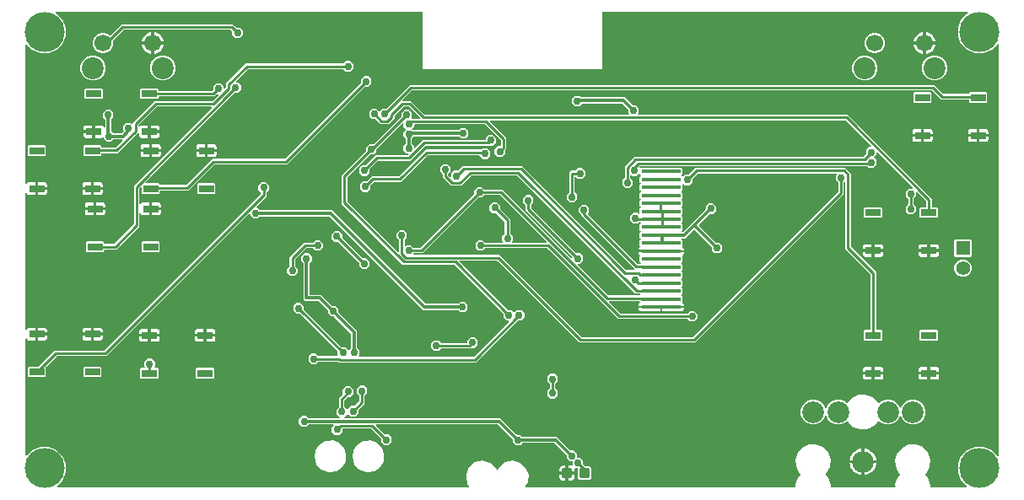
<source format=gbr>
G04 EAGLE Gerber RS-274X export*
G75*
%MOMM*%
%FSLAX34Y34*%
%LPD*%
%INTop Copper*%
%IPPOS*%
%AMOC8*
5,1,8,0,0,1.08239X$1,22.5*%
G01*
%ADD10R,4.000000X0.400000*%
%ADD11R,1.524000X0.762000*%
%ADD12C,4.016000*%
%ADD13C,2.184400*%
%ADD14C,2.200000*%
%ADD15C,1.700000*%
%ADD16C,0.300000*%
%ADD17R,1.422400X1.422400*%
%ADD18C,1.422400*%
%ADD19C,0.304800*%
%ADD20C,0.756400*%
%ADD21C,0.254000*%
%ADD22C,0.355600*%

G36*
X456305Y11435D02*
X456305Y11435D01*
X456333Y11433D01*
X456426Y11455D01*
X456521Y11470D01*
X456545Y11483D01*
X456572Y11490D01*
X456654Y11541D01*
X456738Y11586D01*
X456757Y11606D01*
X456781Y11620D01*
X456841Y11694D01*
X456907Y11764D01*
X456919Y11789D01*
X456937Y11811D01*
X456971Y11900D01*
X457011Y11987D01*
X457014Y12015D01*
X457024Y12041D01*
X457028Y12136D01*
X457038Y12231D01*
X457032Y12259D01*
X457033Y12286D01*
X457006Y12378D01*
X456986Y12472D01*
X456972Y12496D01*
X456964Y12522D01*
X456875Y12664D01*
X455256Y14710D01*
X454898Y16506D01*
X454884Y16544D01*
X454878Y16585D01*
X454814Y16732D01*
X454812Y16736D01*
X454812Y16737D01*
X454811Y16738D01*
X454681Y16964D01*
X454570Y17808D01*
X454558Y17847D01*
X454555Y17887D01*
X454500Y18039D01*
X454499Y18043D01*
X454498Y18044D01*
X454498Y18045D01*
X454382Y18279D01*
X454305Y19455D01*
X454298Y19486D01*
X454292Y19554D01*
X454062Y20710D01*
X454113Y20966D01*
X454115Y21007D01*
X454125Y21046D01*
X454121Y21208D01*
X454122Y21212D01*
X454121Y21213D01*
X454121Y21214D01*
X454010Y22058D01*
X454078Y22310D01*
X454082Y22350D01*
X454095Y22389D01*
X454102Y22550D01*
X454102Y22554D01*
X454102Y22555D01*
X454102Y22556D01*
X453982Y24384D01*
X457032Y31442D01*
X462963Y36334D01*
X470472Y37985D01*
X477908Y36032D01*
X483637Y30905D01*
X484458Y28774D01*
X484496Y28709D01*
X484525Y28639D01*
X484558Y28603D01*
X484582Y28562D01*
X484639Y28512D01*
X484689Y28456D01*
X484731Y28432D01*
X484767Y28400D01*
X484837Y28371D01*
X484903Y28334D01*
X484950Y28324D01*
X484995Y28306D01*
X485070Y28301D01*
X485144Y28286D01*
X485192Y28293D01*
X485240Y28289D01*
X485313Y28309D01*
X485388Y28318D01*
X485431Y28340D01*
X485478Y28352D01*
X485541Y28393D01*
X485609Y28427D01*
X485643Y28461D01*
X485684Y28487D01*
X485730Y28546D01*
X485784Y28600D01*
X485816Y28656D01*
X485835Y28681D01*
X485844Y28705D01*
X485867Y28745D01*
X487032Y31442D01*
X492963Y36334D01*
X500472Y37985D01*
X507908Y36032D01*
X513637Y30905D01*
X516399Y23730D01*
X515588Y16084D01*
X513316Y12609D01*
X513269Y12503D01*
X513220Y12397D01*
X513219Y12390D01*
X513216Y12384D01*
X513205Y12268D01*
X513192Y12153D01*
X513194Y12146D01*
X513193Y12139D01*
X513220Y12026D01*
X513245Y11912D01*
X513248Y11906D01*
X513250Y11899D01*
X513311Y11801D01*
X513371Y11701D01*
X513376Y11696D01*
X513380Y11691D01*
X513469Y11617D01*
X513558Y11541D01*
X513564Y11539D01*
X513570Y11534D01*
X513678Y11493D01*
X513786Y11449D01*
X513794Y11448D01*
X513800Y11446D01*
X513819Y11445D01*
X513953Y11431D01*
X783920Y11431D01*
X783960Y11437D01*
X784002Y11435D01*
X784081Y11457D01*
X784162Y11470D01*
X784199Y11490D01*
X784239Y11501D01*
X784307Y11547D01*
X784380Y11586D01*
X784408Y11615D01*
X784442Y11639D01*
X784492Y11704D01*
X784549Y11764D01*
X784566Y11801D01*
X784592Y11834D01*
X784618Y11912D01*
X784653Y11987D01*
X784657Y12028D01*
X784670Y12067D01*
X784679Y12226D01*
X784680Y12231D01*
X784680Y12233D01*
X784680Y12235D01*
X784563Y14316D01*
X786854Y20864D01*
X789459Y23779D01*
X789470Y23796D01*
X789484Y23809D01*
X789535Y23899D01*
X789591Y23986D01*
X789596Y24006D01*
X789606Y24023D01*
X789625Y24125D01*
X789650Y24225D01*
X789648Y24245D01*
X789652Y24265D01*
X789638Y24367D01*
X789630Y24470D01*
X789622Y24489D01*
X789619Y24508D01*
X789574Y24601D01*
X789533Y24696D01*
X789519Y24711D01*
X789510Y24729D01*
X789398Y24854D01*
X787962Y26137D01*
X784952Y32388D01*
X784563Y39316D01*
X786854Y45864D01*
X791477Y51038D01*
X797728Y54048D01*
X800820Y54222D01*
X801192Y54243D01*
X805020Y54458D01*
X812150Y51638D01*
X817440Y46087D01*
X819915Y38830D01*
X819117Y31203D01*
X815178Y24585D01*
X815135Y24552D01*
X815110Y24517D01*
X815079Y24487D01*
X815042Y24415D01*
X814997Y24349D01*
X814985Y24307D01*
X814965Y24269D01*
X814952Y24189D01*
X814931Y24112D01*
X814933Y24069D01*
X814926Y24026D01*
X814940Y23947D01*
X814944Y23866D01*
X814960Y23826D01*
X814967Y23784D01*
X815005Y23712D01*
X815035Y23637D01*
X815069Y23592D01*
X815083Y23567D01*
X815104Y23547D01*
X815137Y23504D01*
X817440Y21087D01*
X819915Y13830D01*
X819752Y12271D01*
X819755Y12212D01*
X819749Y12153D01*
X819762Y12090D01*
X819766Y12026D01*
X819788Y11970D01*
X819801Y11912D01*
X819834Y11857D01*
X819858Y11797D01*
X819897Y11752D01*
X819927Y11701D01*
X819976Y11659D01*
X820018Y11610D01*
X820069Y11580D01*
X820114Y11541D01*
X820174Y11517D01*
X820229Y11484D01*
X820287Y11471D01*
X820342Y11449D01*
X820438Y11439D01*
X820469Y11432D01*
X820484Y11433D01*
X820509Y11431D01*
X883920Y11431D01*
X883960Y11437D01*
X884002Y11435D01*
X884081Y11457D01*
X884162Y11470D01*
X884199Y11490D01*
X884239Y11501D01*
X884307Y11547D01*
X884380Y11586D01*
X884408Y11615D01*
X884442Y11639D01*
X884492Y11704D01*
X884549Y11764D01*
X884566Y11801D01*
X884592Y11834D01*
X884618Y11912D01*
X884653Y11987D01*
X884657Y12028D01*
X884670Y12067D01*
X884679Y12226D01*
X884680Y12231D01*
X884680Y12233D01*
X884680Y12235D01*
X884563Y14316D01*
X886854Y20864D01*
X889459Y23779D01*
X889470Y23796D01*
X889484Y23809D01*
X889535Y23899D01*
X889591Y23986D01*
X889596Y24006D01*
X889606Y24023D01*
X889625Y24125D01*
X889650Y24225D01*
X889648Y24245D01*
X889652Y24265D01*
X889638Y24367D01*
X889630Y24470D01*
X889622Y24489D01*
X889619Y24508D01*
X889574Y24601D01*
X889533Y24696D01*
X889519Y24711D01*
X889510Y24729D01*
X889398Y24854D01*
X887962Y26137D01*
X884952Y32388D01*
X884563Y39316D01*
X886854Y45864D01*
X891477Y51038D01*
X897728Y54048D01*
X900440Y54201D01*
X900441Y54201D01*
X901192Y54243D01*
X905020Y54458D01*
X912150Y51638D01*
X917440Y46087D01*
X919915Y38830D01*
X919117Y31203D01*
X915178Y24585D01*
X915135Y24552D01*
X915110Y24517D01*
X915079Y24487D01*
X915042Y24415D01*
X914997Y24349D01*
X914985Y24307D01*
X914965Y24269D01*
X914952Y24189D01*
X914931Y24112D01*
X914933Y24069D01*
X914926Y24026D01*
X914940Y23947D01*
X914944Y23866D01*
X914960Y23826D01*
X914967Y23784D01*
X915005Y23712D01*
X915035Y23637D01*
X915069Y23592D01*
X915083Y23567D01*
X915104Y23547D01*
X915137Y23504D01*
X917440Y21087D01*
X919915Y13830D01*
X919752Y12271D01*
X919755Y12212D01*
X919749Y12153D01*
X919762Y12090D01*
X919766Y12026D01*
X919788Y11970D01*
X919801Y11912D01*
X919834Y11857D01*
X919858Y11797D01*
X919897Y11752D01*
X919927Y11701D01*
X919976Y11659D01*
X920018Y11610D01*
X920069Y11580D01*
X920114Y11541D01*
X920174Y11517D01*
X920229Y11484D01*
X920287Y11471D01*
X920342Y11449D01*
X920438Y11439D01*
X920469Y11432D01*
X920484Y11433D01*
X920509Y11431D01*
X955668Y11431D01*
X955738Y11442D01*
X955810Y11444D01*
X955859Y11462D01*
X955911Y11470D01*
X955974Y11504D01*
X956041Y11529D01*
X956082Y11561D01*
X956128Y11586D01*
X956177Y11638D01*
X956233Y11682D01*
X956261Y11726D01*
X956297Y11764D01*
X956327Y11829D01*
X956366Y11889D01*
X956379Y11940D01*
X956401Y11987D01*
X956409Y12058D01*
X956426Y12128D01*
X956422Y12180D01*
X956428Y12231D01*
X956413Y12302D01*
X956407Y12373D01*
X956387Y12421D01*
X956376Y12472D01*
X956339Y12533D01*
X956311Y12599D01*
X956266Y12655D01*
X956250Y12683D01*
X956232Y12698D01*
X956206Y12730D01*
X950694Y18242D01*
X947405Y26183D01*
X947405Y34777D01*
X950694Y42718D01*
X956772Y48796D01*
X964713Y52085D01*
X973307Y52085D01*
X981248Y48796D01*
X987270Y42774D01*
X987328Y42732D01*
X987380Y42683D01*
X987427Y42661D01*
X987469Y42630D01*
X987538Y42609D01*
X987603Y42579D01*
X987655Y42573D01*
X987705Y42558D01*
X987776Y42560D01*
X987847Y42552D01*
X987898Y42563D01*
X987950Y42564D01*
X988018Y42589D01*
X988088Y42604D01*
X988133Y42631D01*
X988181Y42649D01*
X988237Y42694D01*
X988299Y42730D01*
X988333Y42770D01*
X988373Y42803D01*
X988412Y42863D01*
X988459Y42917D01*
X988478Y42966D01*
X988506Y43009D01*
X988524Y43079D01*
X988551Y43146D01*
X988559Y43217D01*
X988567Y43248D01*
X988565Y43271D01*
X988569Y43312D01*
X988569Y455798D01*
X988558Y455868D01*
X988556Y455940D01*
X988538Y455989D01*
X988530Y456041D01*
X988496Y456104D01*
X988471Y456171D01*
X988439Y456212D01*
X988414Y456258D01*
X988362Y456307D01*
X988318Y456363D01*
X988274Y456391D01*
X988236Y456427D01*
X988171Y456457D01*
X988111Y456496D01*
X988060Y456509D01*
X988013Y456531D01*
X987942Y456539D01*
X987872Y456556D01*
X987820Y456552D01*
X987769Y456558D01*
X987698Y456543D01*
X987627Y456537D01*
X987579Y456517D01*
X987528Y456506D01*
X987467Y456469D01*
X987401Y456441D01*
X987345Y456396D01*
X987317Y456380D01*
X987302Y456362D01*
X987270Y456336D01*
X981248Y450314D01*
X973307Y447025D01*
X964713Y447025D01*
X956772Y450314D01*
X950694Y456392D01*
X947405Y464333D01*
X947405Y472927D01*
X950694Y480868D01*
X956772Y486946D01*
X957156Y487105D01*
X957239Y487156D01*
X957325Y487202D01*
X957343Y487221D01*
X957365Y487234D01*
X957427Y487309D01*
X957494Y487380D01*
X957505Y487404D01*
X957522Y487424D01*
X957557Y487515D01*
X957598Y487603D01*
X957601Y487629D01*
X957610Y487653D01*
X957614Y487751D01*
X957625Y487847D01*
X957619Y487873D01*
X957621Y487899D01*
X957593Y487993D01*
X957573Y488088D01*
X957559Y488110D01*
X957552Y488135D01*
X957496Y488215D01*
X957447Y488299D01*
X957427Y488316D01*
X957412Y488337D01*
X957334Y488395D01*
X957260Y488459D01*
X957235Y488469D01*
X957214Y488484D01*
X957122Y488514D01*
X957031Y488551D01*
X956999Y488554D01*
X956981Y488560D01*
X956947Y488560D01*
X956865Y488569D01*
X591049Y488569D01*
X591030Y488566D01*
X591010Y488568D01*
X590909Y488546D01*
X590807Y488530D01*
X590789Y488520D01*
X590770Y488516D01*
X590680Y488463D01*
X590589Y488414D01*
X590576Y488400D01*
X590558Y488390D01*
X590491Y488311D01*
X590420Y488236D01*
X590411Y488218D01*
X590398Y488203D01*
X590360Y488107D01*
X590316Y488013D01*
X590314Y487993D01*
X590307Y487975D01*
X590288Y487808D01*
X590288Y431117D01*
X590288Y431116D01*
X410000Y431116D01*
X409999Y431117D01*
X409999Y487808D01*
X409996Y487828D01*
X409998Y487847D01*
X409976Y487949D01*
X409959Y488051D01*
X409950Y488068D01*
X409946Y488088D01*
X409893Y488177D01*
X409844Y488268D01*
X409830Y488282D01*
X409820Y488299D01*
X409741Y488366D01*
X409666Y488438D01*
X409648Y488446D01*
X409633Y488459D01*
X409537Y488498D01*
X409443Y488541D01*
X409423Y488543D01*
X409405Y488551D01*
X409238Y488569D01*
X42625Y488569D01*
X42529Y488554D01*
X42432Y488544D01*
X42408Y488534D01*
X42382Y488530D01*
X42297Y488484D01*
X42207Y488444D01*
X42188Y488427D01*
X42165Y488414D01*
X42098Y488344D01*
X42026Y488278D01*
X42014Y488255D01*
X41996Y488236D01*
X41955Y488148D01*
X41908Y488062D01*
X41903Y488037D01*
X41892Y488013D01*
X41881Y487916D01*
X41864Y487820D01*
X41868Y487794D01*
X41865Y487769D01*
X41886Y487674D01*
X41900Y487577D01*
X41912Y487554D01*
X41917Y487528D01*
X41967Y487445D01*
X42011Y487358D01*
X42030Y487339D01*
X42043Y487317D01*
X42117Y487254D01*
X42187Y487186D01*
X42215Y487170D01*
X42230Y487157D01*
X42261Y487145D01*
X42334Y487105D01*
X42718Y486946D01*
X48796Y480868D01*
X52085Y472927D01*
X52085Y464333D01*
X48796Y456392D01*
X42718Y450314D01*
X34777Y447025D01*
X26183Y447025D01*
X18242Y450314D01*
X12730Y455826D01*
X12672Y455868D01*
X12620Y455917D01*
X12573Y455939D01*
X12531Y455970D01*
X12462Y455991D01*
X12397Y456021D01*
X12345Y456027D01*
X12295Y456042D01*
X12224Y456040D01*
X12153Y456048D01*
X12102Y456037D01*
X12050Y456036D01*
X11982Y456011D01*
X11912Y455996D01*
X11867Y455969D01*
X11819Y455951D01*
X11763Y455906D01*
X11701Y455870D01*
X11667Y455830D01*
X11627Y455797D01*
X11588Y455737D01*
X11541Y455683D01*
X11522Y455634D01*
X11494Y455591D01*
X11476Y455521D01*
X11449Y455454D01*
X11441Y455383D01*
X11433Y455352D01*
X11435Y455329D01*
X11431Y455288D01*
X11431Y316285D01*
X11438Y316237D01*
X11437Y316189D01*
X11458Y316117D01*
X11470Y316042D01*
X11493Y315999D01*
X11507Y315953D01*
X11550Y315891D01*
X11586Y315824D01*
X11620Y315791D01*
X11648Y315752D01*
X11709Y315707D01*
X11764Y315655D01*
X11807Y315635D01*
X11846Y315606D01*
X11918Y315583D01*
X11987Y315551D01*
X12035Y315546D01*
X12080Y315532D01*
X12156Y315533D01*
X12231Y315524D01*
X12278Y315535D01*
X12326Y315535D01*
X12398Y315561D01*
X12472Y315577D01*
X12513Y315601D01*
X12558Y315617D01*
X12618Y315664D01*
X12683Y315703D01*
X12714Y315739D01*
X12752Y315769D01*
X12828Y315873D01*
X12843Y315890D01*
X12845Y315896D01*
X12851Y315904D01*
X13207Y316520D01*
X13680Y316993D01*
X14259Y317328D01*
X14906Y317501D01*
X21337Y317501D01*
X21337Y311912D01*
X21340Y311892D01*
X21338Y311873D01*
X21360Y311771D01*
X21377Y311669D01*
X21386Y311652D01*
X21390Y311632D01*
X21443Y311543D01*
X21492Y311452D01*
X21506Y311438D01*
X21516Y311421D01*
X21595Y311354D01*
X21670Y311283D01*
X21688Y311274D01*
X21703Y311261D01*
X21799Y311222D01*
X21893Y311179D01*
X21913Y311177D01*
X21931Y311169D01*
X22098Y311151D01*
X22861Y311151D01*
X22861Y311149D01*
X22098Y311149D01*
X22078Y311146D01*
X22059Y311148D01*
X21957Y311126D01*
X21855Y311109D01*
X21838Y311100D01*
X21818Y311096D01*
X21729Y311043D01*
X21638Y310994D01*
X21624Y310980D01*
X21607Y310970D01*
X21540Y310891D01*
X21469Y310816D01*
X21460Y310798D01*
X21447Y310783D01*
X21408Y310687D01*
X21365Y310593D01*
X21363Y310573D01*
X21355Y310555D01*
X21337Y310388D01*
X21337Y304799D01*
X14906Y304799D01*
X14259Y304972D01*
X13680Y305307D01*
X13207Y305780D01*
X12851Y306396D01*
X12821Y306433D01*
X12798Y306476D01*
X12743Y306528D01*
X12695Y306586D01*
X12655Y306612D01*
X12620Y306645D01*
X12551Y306677D01*
X12487Y306717D01*
X12441Y306728D01*
X12397Y306749D01*
X12322Y306757D01*
X12248Y306775D01*
X12200Y306770D01*
X12153Y306776D01*
X12078Y306760D01*
X12003Y306753D01*
X11959Y306734D01*
X11912Y306723D01*
X11847Y306684D01*
X11778Y306654D01*
X11742Y306622D01*
X11701Y306597D01*
X11652Y306540D01*
X11596Y306489D01*
X11572Y306447D01*
X11541Y306410D01*
X11513Y306340D01*
X11476Y306274D01*
X11467Y306227D01*
X11449Y306182D01*
X11435Y306054D01*
X11431Y306032D01*
X11432Y306025D01*
X11431Y306015D01*
X11431Y170235D01*
X11438Y170187D01*
X11437Y170139D01*
X11458Y170067D01*
X11470Y169992D01*
X11493Y169949D01*
X11507Y169903D01*
X11550Y169841D01*
X11586Y169774D01*
X11620Y169741D01*
X11648Y169702D01*
X11709Y169657D01*
X11764Y169605D01*
X11807Y169585D01*
X11846Y169556D01*
X11918Y169533D01*
X11987Y169501D01*
X12035Y169496D01*
X12080Y169482D01*
X12156Y169483D01*
X12231Y169474D01*
X12278Y169485D01*
X12326Y169485D01*
X12398Y169511D01*
X12472Y169527D01*
X12513Y169551D01*
X12558Y169567D01*
X12618Y169614D01*
X12683Y169653D01*
X12714Y169689D01*
X12752Y169719D01*
X12828Y169823D01*
X12843Y169840D01*
X12845Y169846D01*
X12851Y169854D01*
X13207Y170470D01*
X13680Y170943D01*
X14259Y171278D01*
X14906Y171451D01*
X21337Y171451D01*
X21337Y165862D01*
X21340Y165842D01*
X21338Y165823D01*
X21360Y165721D01*
X21377Y165619D01*
X21386Y165602D01*
X21390Y165582D01*
X21443Y165493D01*
X21492Y165402D01*
X21506Y165388D01*
X21516Y165371D01*
X21595Y165304D01*
X21670Y165233D01*
X21688Y165224D01*
X21703Y165211D01*
X21799Y165172D01*
X21893Y165129D01*
X21913Y165127D01*
X21931Y165119D01*
X22098Y165101D01*
X22861Y165101D01*
X22861Y165099D01*
X22098Y165099D01*
X22078Y165096D01*
X22059Y165098D01*
X21957Y165076D01*
X21855Y165059D01*
X21838Y165050D01*
X21818Y165046D01*
X21729Y164993D01*
X21638Y164944D01*
X21624Y164930D01*
X21607Y164920D01*
X21540Y164841D01*
X21469Y164766D01*
X21460Y164748D01*
X21447Y164733D01*
X21408Y164637D01*
X21365Y164543D01*
X21363Y164523D01*
X21355Y164505D01*
X21337Y164338D01*
X21337Y158749D01*
X14906Y158749D01*
X14259Y158922D01*
X13680Y159257D01*
X13207Y159730D01*
X12851Y160346D01*
X12821Y160383D01*
X12798Y160426D01*
X12743Y160478D01*
X12695Y160536D01*
X12655Y160562D01*
X12620Y160595D01*
X12551Y160627D01*
X12487Y160667D01*
X12441Y160678D01*
X12397Y160699D01*
X12322Y160707D01*
X12248Y160725D01*
X12200Y160720D01*
X12153Y160726D01*
X12078Y160710D01*
X12003Y160703D01*
X11959Y160684D01*
X11912Y160673D01*
X11847Y160634D01*
X11778Y160604D01*
X11742Y160572D01*
X11701Y160547D01*
X11652Y160490D01*
X11596Y160439D01*
X11572Y160397D01*
X11541Y160360D01*
X11513Y160290D01*
X11476Y160224D01*
X11467Y160177D01*
X11449Y160132D01*
X11435Y160004D01*
X11431Y159982D01*
X11432Y159975D01*
X11431Y159965D01*
X11431Y43822D01*
X11442Y43752D01*
X11444Y43680D01*
X11462Y43631D01*
X11470Y43579D01*
X11504Y43516D01*
X11529Y43449D01*
X11561Y43408D01*
X11586Y43362D01*
X11638Y43313D01*
X11682Y43257D01*
X11726Y43229D01*
X11764Y43193D01*
X11829Y43163D01*
X11889Y43124D01*
X11940Y43111D01*
X11987Y43089D01*
X12058Y43081D01*
X12128Y43064D01*
X12180Y43068D01*
X12231Y43062D01*
X12302Y43077D01*
X12373Y43083D01*
X12421Y43103D01*
X12472Y43114D01*
X12533Y43151D01*
X12599Y43179D01*
X12655Y43224D01*
X12683Y43240D01*
X12698Y43258D01*
X12730Y43284D01*
X18242Y48796D01*
X26183Y52085D01*
X34777Y52085D01*
X42718Y48796D01*
X48796Y42718D01*
X52085Y34777D01*
X52085Y26183D01*
X48796Y18242D01*
X43284Y12730D01*
X43242Y12672D01*
X43193Y12620D01*
X43171Y12573D01*
X43140Y12531D01*
X43119Y12462D01*
X43089Y12397D01*
X43083Y12345D01*
X43068Y12295D01*
X43070Y12224D01*
X43062Y12153D01*
X43073Y12102D01*
X43074Y12050D01*
X43099Y11982D01*
X43114Y11912D01*
X43141Y11867D01*
X43159Y11819D01*
X43204Y11763D01*
X43240Y11701D01*
X43280Y11667D01*
X43313Y11627D01*
X43373Y11588D01*
X43427Y11541D01*
X43476Y11522D01*
X43519Y11494D01*
X43589Y11476D01*
X43656Y11449D01*
X43727Y11441D01*
X43758Y11433D01*
X43781Y11435D01*
X43822Y11431D01*
X456278Y11431D01*
X456305Y11435D01*
G37*
%LPC*%
G36*
X298538Y134901D02*
X298538Y134901D01*
X295429Y138010D01*
X295429Y142406D01*
X298538Y145515D01*
X302934Y145515D01*
X305223Y143226D01*
X305297Y143173D01*
X305367Y143113D01*
X305397Y143101D01*
X305423Y143082D01*
X305510Y143055D01*
X305595Y143021D01*
X305636Y143017D01*
X305658Y143010D01*
X305690Y143011D01*
X305761Y143003D01*
X324159Y143003D01*
X324230Y143014D01*
X324301Y143016D01*
X324350Y143034D01*
X324401Y143042D01*
X324465Y143076D01*
X324532Y143101D01*
X324573Y143133D01*
X324619Y143158D01*
X324668Y143210D01*
X324724Y143255D01*
X324752Y143298D01*
X324788Y143336D01*
X324818Y143401D01*
X324857Y143462D01*
X324870Y143512D01*
X324892Y143559D01*
X324900Y143631D01*
X324917Y143700D01*
X324913Y143752D01*
X324919Y143803D01*
X324904Y143874D01*
X324898Y143945D01*
X324893Y143956D01*
X324893Y147343D01*
X324879Y147433D01*
X324871Y147524D01*
X324859Y147554D01*
X324854Y147586D01*
X324811Y147666D01*
X324775Y147750D01*
X324749Y147782D01*
X324738Y147803D01*
X324715Y147825D01*
X324670Y147881D01*
X287073Y185478D01*
X286999Y185531D01*
X286930Y185591D01*
X286900Y185603D01*
X286874Y185622D01*
X286787Y185649D01*
X286702Y185683D01*
X286661Y185687D01*
X286639Y185694D01*
X286606Y185693D01*
X286535Y185701D01*
X283298Y185701D01*
X280189Y188810D01*
X280189Y193206D01*
X283298Y196315D01*
X287694Y196315D01*
X290803Y193206D01*
X290803Y189969D01*
X290817Y189879D01*
X290825Y189788D01*
X290837Y189758D01*
X290842Y189726D01*
X290885Y189646D01*
X290921Y189562D01*
X290947Y189530D01*
X290958Y189509D01*
X290981Y189487D01*
X291026Y189431D01*
X328623Y151834D01*
X328697Y151781D01*
X328766Y151721D01*
X328796Y151709D01*
X328822Y151690D01*
X328909Y151663D01*
X328994Y151629D01*
X329035Y151625D01*
X329057Y151618D01*
X329090Y151619D01*
X329161Y151611D01*
X332398Y151611D01*
X335250Y148759D01*
X335266Y148748D01*
X335278Y148732D01*
X335366Y148676D01*
X335449Y148616D01*
X335468Y148610D01*
X335485Y148599D01*
X335586Y148574D01*
X335685Y148543D01*
X335704Y148544D01*
X335724Y148539D01*
X335827Y148547D01*
X335930Y148550D01*
X335949Y148556D01*
X335969Y148558D01*
X336064Y148598D01*
X336161Y148634D01*
X336177Y148647D01*
X336195Y148654D01*
X336326Y148759D01*
X338104Y150537D01*
X338157Y150611D01*
X338217Y150681D01*
X338229Y150711D01*
X338248Y150737D01*
X338275Y150824D01*
X338309Y150909D01*
X338313Y150950D01*
X338320Y150972D01*
X338319Y151004D01*
X338327Y151075D01*
X338327Y165046D01*
X338313Y165136D01*
X338305Y165227D01*
X338293Y165257D01*
X338288Y165289D01*
X338245Y165369D01*
X338209Y165453D01*
X338183Y165485D01*
X338172Y165506D01*
X338149Y165528D01*
X338104Y165584D01*
X321258Y182430D01*
X321184Y182483D01*
X321115Y182543D01*
X321085Y182555D01*
X321058Y182574D01*
X320971Y182601D01*
X320887Y182635D01*
X320846Y182639D01*
X320823Y182646D01*
X320791Y182645D01*
X320720Y182653D01*
X318350Y182653D01*
X315241Y185762D01*
X315241Y188640D01*
X315227Y188730D01*
X315219Y188821D01*
X315207Y188851D01*
X315202Y188883D01*
X315159Y188963D01*
X315123Y189047D01*
X315097Y189079D01*
X315086Y189100D01*
X315063Y189122D01*
X315018Y189178D01*
X306046Y198150D01*
X305972Y198203D01*
X305903Y198263D01*
X305873Y198275D01*
X305846Y198294D01*
X305759Y198321D01*
X305675Y198355D01*
X305634Y198359D01*
X305611Y198366D01*
X305579Y198365D01*
X305508Y198373D01*
X292361Y198373D01*
X290575Y200159D01*
X290575Y236021D01*
X290573Y236032D01*
X290574Y236039D01*
X290566Y236076D01*
X290561Y236111D01*
X290553Y236202D01*
X290541Y236231D01*
X290536Y236263D01*
X290493Y236344D01*
X290457Y236428D01*
X290431Y236460D01*
X290420Y236481D01*
X290397Y236503D01*
X290352Y236559D01*
X288317Y238594D01*
X288317Y242990D01*
X291426Y246099D01*
X295822Y246099D01*
X298931Y242990D01*
X298931Y238594D01*
X296896Y236559D01*
X296843Y236485D01*
X296783Y236415D01*
X296771Y236385D01*
X296752Y236359D01*
X296725Y236272D01*
X296691Y236187D01*
X296687Y236146D01*
X296680Y236124D01*
X296681Y236092D01*
X296673Y236021D01*
X296673Y205232D01*
X296676Y205212D01*
X296674Y205193D01*
X296696Y205091D01*
X296712Y204989D01*
X296722Y204972D01*
X296726Y204952D01*
X296779Y204863D01*
X296828Y204772D01*
X296842Y204758D01*
X296852Y204741D01*
X296931Y204674D01*
X297006Y204602D01*
X297024Y204594D01*
X297039Y204581D01*
X297135Y204542D01*
X297229Y204499D01*
X297249Y204497D01*
X297267Y204489D01*
X297434Y204471D01*
X308349Y204471D01*
X319330Y193490D01*
X319404Y193437D01*
X319473Y193377D01*
X319503Y193365D01*
X319530Y193346D01*
X319617Y193319D01*
X319701Y193285D01*
X319742Y193281D01*
X319765Y193274D01*
X319797Y193275D01*
X319868Y193267D01*
X322746Y193267D01*
X325855Y190158D01*
X325855Y186772D01*
X325869Y186682D01*
X325877Y186591D01*
X325889Y186561D01*
X325894Y186529D01*
X325937Y186449D01*
X325973Y186365D01*
X325999Y186333D01*
X326010Y186312D01*
X326033Y186290D01*
X326078Y186234D01*
X344425Y167887D01*
X344425Y151075D01*
X344439Y150985D01*
X344447Y150894D01*
X344459Y150865D01*
X344464Y150833D01*
X344507Y150752D01*
X344543Y150668D01*
X344569Y150636D01*
X344580Y150615D01*
X344603Y150593D01*
X344648Y150537D01*
X346683Y148502D01*
X346683Y144106D01*
X345863Y143286D01*
X345821Y143228D01*
X345772Y143176D01*
X345750Y143129D01*
X345720Y143087D01*
X345698Y143018D01*
X345668Y142953D01*
X345663Y142901D01*
X345647Y142851D01*
X345649Y142780D01*
X345641Y142709D01*
X345652Y142658D01*
X345654Y142606D01*
X345678Y142538D01*
X345693Y142468D01*
X345720Y142423D01*
X345738Y142375D01*
X345783Y142319D01*
X345820Y142257D01*
X345859Y142223D01*
X345892Y142183D01*
X345952Y142144D01*
X346007Y142097D01*
X346055Y142078D01*
X346099Y142050D01*
X346168Y142032D01*
X346235Y142005D01*
X346306Y141997D01*
X346337Y141989D01*
X346360Y141991D01*
X346401Y141987D01*
X460807Y141987D01*
X460897Y142001D01*
X460988Y142009D01*
X461018Y142021D01*
X461050Y142026D01*
X461130Y142069D01*
X461214Y142105D01*
X461246Y142131D01*
X461267Y142142D01*
X461289Y142165D01*
X461345Y142210D01*
X496425Y177290D01*
X496467Y177348D01*
X496517Y177400D01*
X496539Y177447D01*
X496569Y177489D01*
X496590Y177558D01*
X496620Y177623D01*
X496626Y177675D01*
X496641Y177725D01*
X496639Y177796D01*
X496647Y177867D01*
X496636Y177918D01*
X496635Y177970D01*
X496610Y178038D01*
X496595Y178108D01*
X496568Y178153D01*
X496550Y178201D01*
X496506Y178257D01*
X496469Y178319D01*
X496429Y178353D01*
X496397Y178393D01*
X496336Y178432D01*
X496282Y178479D01*
X496234Y178498D01*
X496190Y178526D01*
X496120Y178544D01*
X496054Y178571D01*
X495982Y178579D01*
X495951Y178587D01*
X495928Y178585D01*
X495887Y178589D01*
X494626Y178589D01*
X491517Y181698D01*
X491517Y184935D01*
X491503Y185025D01*
X491495Y185116D01*
X491483Y185146D01*
X491478Y185178D01*
X491435Y185259D01*
X491399Y185342D01*
X491373Y185375D01*
X491362Y185395D01*
X491339Y185417D01*
X491294Y185473D01*
X442041Y234726D01*
X441967Y234779D01*
X441898Y234839D01*
X441868Y234851D01*
X441842Y234870D01*
X441755Y234897D01*
X441670Y234931D01*
X441629Y234935D01*
X441607Y234942D01*
X441574Y234941D01*
X441503Y234949D01*
X390002Y234949D01*
X328929Y296022D01*
X328929Y324754D01*
X353118Y348943D01*
X353171Y349017D01*
X353231Y349086D01*
X353243Y349116D01*
X353262Y349142D01*
X353289Y349229D01*
X353323Y349314D01*
X353327Y349355D01*
X353334Y349377D01*
X353333Y349410D01*
X353341Y349481D01*
X353341Y352718D01*
X356450Y355827D01*
X360703Y355827D01*
X360793Y355841D01*
X360884Y355849D01*
X360914Y355861D01*
X360946Y355866D01*
X361027Y355909D01*
X361110Y355945D01*
X361143Y355971D01*
X361163Y355982D01*
X361185Y356005D01*
X361241Y356050D01*
X388678Y383487D01*
X388731Y383561D01*
X388791Y383630D01*
X388803Y383660D01*
X388822Y383686D01*
X388849Y383773D01*
X388883Y383858D01*
X388887Y383899D01*
X388894Y383921D01*
X388893Y383954D01*
X388901Y384025D01*
X388901Y387262D01*
X392010Y390371D01*
X396406Y390371D01*
X399515Y387262D01*
X399515Y382866D01*
X399203Y382554D01*
X399161Y382496D01*
X399112Y382444D01*
X399090Y382397D01*
X399060Y382355D01*
X399038Y382286D01*
X399008Y382221D01*
X399003Y382169D01*
X398987Y382119D01*
X398989Y382048D01*
X398981Y381977D01*
X398992Y381926D01*
X398994Y381874D01*
X399018Y381806D01*
X399033Y381736D01*
X399060Y381691D01*
X399078Y381643D01*
X399123Y381587D01*
X399160Y381525D01*
X399199Y381491D01*
X399232Y381451D01*
X399292Y381412D01*
X399347Y381365D01*
X399395Y381346D01*
X399439Y381318D01*
X399508Y381300D01*
X399575Y381273D01*
X399646Y381265D01*
X399677Y381257D01*
X399700Y381259D01*
X399741Y381255D01*
X406705Y381255D01*
X406776Y381266D01*
X406848Y381268D01*
X406897Y381286D01*
X406948Y381294D01*
X407011Y381328D01*
X407079Y381353D01*
X407119Y381385D01*
X407165Y381410D01*
X407215Y381462D01*
X407271Y381506D01*
X407299Y381550D01*
X407335Y381588D01*
X407365Y381653D01*
X407404Y381713D01*
X407416Y381764D01*
X407438Y381811D01*
X407446Y381882D01*
X407464Y381952D01*
X407460Y382004D01*
X407465Y382055D01*
X407450Y382126D01*
X407445Y382197D01*
X407424Y382245D01*
X407413Y382296D01*
X407376Y382357D01*
X407348Y382423D01*
X407303Y382479D01*
X407287Y382507D01*
X407269Y382522D01*
X407243Y382554D01*
X396575Y393222D01*
X396501Y393275D01*
X396432Y393335D01*
X396402Y393347D01*
X396376Y393366D01*
X396289Y393393D01*
X396204Y393427D01*
X396163Y393431D01*
X396141Y393438D01*
X396108Y393437D01*
X396037Y393445D01*
X391617Y393445D01*
X391527Y393431D01*
X391436Y393423D01*
X391406Y393411D01*
X391374Y393406D01*
X391294Y393363D01*
X391210Y393327D01*
X391178Y393301D01*
X391157Y393290D01*
X391135Y393267D01*
X391079Y393222D01*
X381986Y384129D01*
X381933Y384055D01*
X381873Y383986D01*
X381861Y383956D01*
X381842Y383930D01*
X381815Y383843D01*
X381781Y383758D01*
X381777Y383717D01*
X381770Y383695D01*
X381771Y383662D01*
X381763Y383591D01*
X381763Y381874D01*
X376062Y376173D01*
X367650Y376173D01*
X363273Y380550D01*
X363199Y380603D01*
X363130Y380663D01*
X363100Y380675D01*
X363074Y380694D01*
X362987Y380721D01*
X362902Y380755D01*
X362861Y380759D01*
X362839Y380766D01*
X362806Y380765D01*
X362735Y380773D01*
X359498Y380773D01*
X356389Y383882D01*
X356389Y388278D01*
X359498Y391387D01*
X363894Y391387D01*
X366238Y389043D01*
X366254Y389032D01*
X366266Y389016D01*
X366354Y388960D01*
X366437Y388900D01*
X366456Y388894D01*
X366473Y388883D01*
X366574Y388858D01*
X366673Y388827D01*
X366692Y388828D01*
X366712Y388823D01*
X366815Y388831D01*
X366918Y388834D01*
X366937Y388840D01*
X366957Y388842D01*
X367052Y388882D01*
X367149Y388918D01*
X367165Y388931D01*
X367183Y388938D01*
X367314Y389043D01*
X369658Y391387D01*
X372895Y391387D01*
X372985Y391401D01*
X373076Y391409D01*
X373106Y391421D01*
X373138Y391426D01*
X373218Y391469D01*
X373302Y391505D01*
X373334Y391531D01*
X373355Y391542D01*
X373377Y391565D01*
X373433Y391610D01*
X397114Y415291D01*
X923686Y415291D01*
X932607Y406370D01*
X932681Y406317D01*
X932750Y406257D01*
X932780Y406245D01*
X932806Y406226D01*
X932893Y406199D01*
X932978Y406165D01*
X933019Y406161D01*
X933041Y406154D01*
X933074Y406155D01*
X933145Y406147D01*
X957834Y406147D01*
X957854Y406150D01*
X957873Y406148D01*
X957975Y406170D01*
X958077Y406186D01*
X958094Y406196D01*
X958114Y406200D01*
X958203Y406253D01*
X958294Y406302D01*
X958308Y406316D01*
X958325Y406326D01*
X958392Y406405D01*
X958464Y406480D01*
X958472Y406498D01*
X958485Y406513D01*
X958524Y406609D01*
X958567Y406703D01*
X958569Y406723D01*
X958577Y406741D01*
X958595Y406908D01*
X958595Y407032D01*
X959488Y407925D01*
X975992Y407925D01*
X976885Y407032D01*
X976885Y398148D01*
X975992Y397255D01*
X959488Y397255D01*
X958595Y398148D01*
X958595Y399796D01*
X958592Y399816D01*
X958594Y399835D01*
X958572Y399937D01*
X958556Y400039D01*
X958546Y400056D01*
X958542Y400076D01*
X958489Y400165D01*
X958440Y400256D01*
X958426Y400270D01*
X958416Y400287D01*
X958337Y400354D01*
X958262Y400426D01*
X958244Y400434D01*
X958229Y400447D01*
X958133Y400486D01*
X958039Y400529D01*
X958019Y400531D01*
X958001Y400539D01*
X957834Y400557D01*
X930514Y400557D01*
X921593Y409478D01*
X921519Y409531D01*
X921450Y409591D01*
X921420Y409603D01*
X921394Y409622D01*
X921307Y409649D01*
X921222Y409683D01*
X921181Y409687D01*
X921159Y409694D01*
X921126Y409693D01*
X921055Y409701D01*
X399745Y409701D01*
X399655Y409687D01*
X399564Y409679D01*
X399534Y409667D01*
X399502Y409662D01*
X399422Y409619D01*
X399338Y409583D01*
X399306Y409557D01*
X399285Y409546D01*
X399263Y409523D01*
X399207Y409478D01*
X390063Y400334D01*
X390021Y400276D01*
X389971Y400224D01*
X389949Y400177D01*
X389919Y400135D01*
X389898Y400066D01*
X389868Y400001D01*
X389862Y399949D01*
X389847Y399899D01*
X389849Y399828D01*
X389841Y399757D01*
X389852Y399706D01*
X389853Y399654D01*
X389878Y399586D01*
X389893Y399516D01*
X389920Y399471D01*
X389938Y399423D01*
X389982Y399367D01*
X390019Y399305D01*
X390059Y399271D01*
X390091Y399231D01*
X390152Y399192D01*
X390206Y399145D01*
X390254Y399126D01*
X390298Y399098D01*
X390368Y399080D01*
X390434Y399053D01*
X390506Y399045D01*
X390537Y399037D01*
X390560Y399039D01*
X390601Y399035D01*
X398668Y399035D01*
X412161Y385542D01*
X412235Y385489D01*
X412304Y385429D01*
X412334Y385417D01*
X412360Y385398D01*
X412447Y385371D01*
X412532Y385337D01*
X412573Y385333D01*
X412595Y385326D01*
X412628Y385327D01*
X412699Y385319D01*
X616767Y385319D01*
X616837Y385330D01*
X616909Y385332D01*
X616958Y385350D01*
X617009Y385358D01*
X617073Y385392D01*
X617140Y385417D01*
X617181Y385449D01*
X617227Y385474D01*
X617276Y385526D01*
X617332Y385570D01*
X617360Y385614D01*
X617396Y385652D01*
X617426Y385717D01*
X617465Y385777D01*
X617478Y385828D01*
X617500Y385875D01*
X617508Y385946D01*
X617525Y386016D01*
X617521Y386068D01*
X617527Y386119D01*
X617512Y386190D01*
X617506Y386261D01*
X617486Y386309D01*
X617475Y386360D01*
X617438Y386421D01*
X617410Y386487D01*
X617365Y386543D01*
X617348Y386571D01*
X617331Y386586D01*
X617305Y386618D01*
X616485Y387438D01*
X616485Y390316D01*
X616471Y390406D01*
X616463Y390497D01*
X616451Y390527D01*
X616446Y390559D01*
X616403Y390639D01*
X616367Y390723D01*
X616341Y390755D01*
X616330Y390776D01*
X616307Y390798D01*
X616262Y390854D01*
X610592Y396524D01*
X610518Y396577D01*
X610449Y396637D01*
X610419Y396649D01*
X610392Y396668D01*
X610305Y396695D01*
X610221Y396729D01*
X610180Y396733D01*
X610157Y396740D01*
X610125Y396739D01*
X610054Y396747D01*
X570937Y396747D01*
X570847Y396733D01*
X570756Y396725D01*
X570727Y396713D01*
X570695Y396708D01*
X570614Y396665D01*
X570530Y396629D01*
X570498Y396603D01*
X570477Y396592D01*
X570455Y396569D01*
X570399Y396524D01*
X567602Y393727D01*
X563206Y393727D01*
X560097Y396836D01*
X560097Y401232D01*
X563206Y404341D01*
X567602Y404341D01*
X568875Y403068D01*
X568949Y403015D01*
X569019Y402955D01*
X569049Y402943D01*
X569075Y402924D01*
X569162Y402897D01*
X569247Y402863D01*
X569288Y402859D01*
X569310Y402852D01*
X569342Y402853D01*
X569413Y402845D01*
X612895Y402845D01*
X620574Y395166D01*
X620648Y395113D01*
X620717Y395053D01*
X620747Y395041D01*
X620774Y395022D01*
X620861Y394995D01*
X620945Y394961D01*
X620986Y394957D01*
X621009Y394950D01*
X621041Y394951D01*
X621112Y394943D01*
X623990Y394943D01*
X627099Y391834D01*
X627099Y387438D01*
X626279Y386618D01*
X626237Y386560D01*
X626188Y386508D01*
X626166Y386461D01*
X626136Y386419D01*
X626114Y386350D01*
X626084Y386285D01*
X626079Y386233D01*
X626063Y386183D01*
X626065Y386112D01*
X626057Y386041D01*
X626068Y385990D01*
X626070Y385938D01*
X626094Y385870D01*
X626109Y385800D01*
X626136Y385755D01*
X626154Y385707D01*
X626199Y385651D01*
X626236Y385589D01*
X626275Y385555D01*
X626308Y385515D01*
X626368Y385476D01*
X626423Y385429D01*
X626471Y385410D01*
X626515Y385382D01*
X626584Y385364D01*
X626651Y385337D01*
X626722Y385329D01*
X626753Y385321D01*
X626776Y385323D01*
X626817Y385319D01*
X836818Y385319D01*
X838678Y383459D01*
X921259Y300878D01*
X921259Y293116D01*
X921262Y293096D01*
X921260Y293077D01*
X921282Y292975D01*
X921298Y292873D01*
X921308Y292856D01*
X921312Y292836D01*
X921365Y292747D01*
X921414Y292656D01*
X921428Y292642D01*
X921438Y292625D01*
X921517Y292558D01*
X921592Y292486D01*
X921610Y292478D01*
X921625Y292465D01*
X921721Y292426D01*
X921815Y292383D01*
X921835Y292381D01*
X921853Y292373D01*
X922020Y292355D01*
X926462Y292355D01*
X927355Y291462D01*
X927355Y282578D01*
X926462Y281685D01*
X909958Y281685D01*
X909065Y282578D01*
X909065Y291462D01*
X909958Y292355D01*
X914908Y292355D01*
X914928Y292358D01*
X914947Y292356D01*
X915049Y292378D01*
X915151Y292394D01*
X915168Y292404D01*
X915188Y292408D01*
X915277Y292461D01*
X915368Y292510D01*
X915382Y292524D01*
X915399Y292534D01*
X915466Y292613D01*
X915538Y292688D01*
X915546Y292706D01*
X915559Y292721D01*
X915598Y292817D01*
X915641Y292911D01*
X915643Y292931D01*
X915651Y292949D01*
X915669Y293116D01*
X915669Y298247D01*
X915655Y298337D01*
X915647Y298428D01*
X915635Y298458D01*
X915630Y298490D01*
X915587Y298570D01*
X915551Y298654D01*
X915525Y298686D01*
X915514Y298707D01*
X915491Y298729D01*
X915446Y298785D01*
X906782Y307449D01*
X906724Y307491D01*
X906672Y307541D01*
X906625Y307563D01*
X906583Y307593D01*
X906514Y307614D01*
X906449Y307644D01*
X906397Y307650D01*
X906347Y307665D01*
X906276Y307663D01*
X906205Y307671D01*
X906154Y307660D01*
X906102Y307659D01*
X906034Y307634D01*
X905964Y307619D01*
X905919Y307592D01*
X905871Y307574D01*
X905815Y307530D01*
X905753Y307493D01*
X905719Y307453D01*
X905679Y307421D01*
X905640Y307360D01*
X905593Y307306D01*
X905574Y307258D01*
X905546Y307214D01*
X905528Y307144D01*
X905501Y307078D01*
X905493Y307006D01*
X905485Y306975D01*
X905487Y306952D01*
X905483Y306911D01*
X905483Y303618D01*
X903194Y301329D01*
X903141Y301255D01*
X903081Y301185D01*
X903069Y301155D01*
X903050Y301129D01*
X903023Y301042D01*
X902989Y300957D01*
X902985Y300916D01*
X902978Y300894D01*
X902979Y300862D01*
X902971Y300791D01*
X902971Y295601D01*
X902985Y295511D01*
X902993Y295420D01*
X903005Y295391D01*
X903010Y295359D01*
X903053Y295278D01*
X903089Y295194D01*
X903115Y295162D01*
X903126Y295141D01*
X903149Y295119D01*
X903194Y295063D01*
X905483Y292774D01*
X905483Y288378D01*
X902374Y285269D01*
X897978Y285269D01*
X894869Y288378D01*
X894869Y292774D01*
X897158Y295063D01*
X897211Y295137D01*
X897271Y295207D01*
X897283Y295237D01*
X897302Y295263D01*
X897329Y295350D01*
X897363Y295435D01*
X897367Y295476D01*
X897374Y295498D01*
X897373Y295530D01*
X897381Y295601D01*
X897381Y300791D01*
X897367Y300881D01*
X897359Y300972D01*
X897347Y301001D01*
X897342Y301033D01*
X897299Y301114D01*
X897263Y301198D01*
X897237Y301230D01*
X897226Y301251D01*
X897203Y301273D01*
X897158Y301329D01*
X894869Y303618D01*
X894869Y308014D01*
X897978Y311123D01*
X901271Y311123D01*
X901342Y311134D01*
X901414Y311136D01*
X901463Y311154D01*
X901514Y311162D01*
X901577Y311196D01*
X901645Y311221D01*
X901685Y311253D01*
X901731Y311278D01*
X901781Y311329D01*
X901837Y311374D01*
X901865Y311418D01*
X901901Y311456D01*
X901931Y311521D01*
X901970Y311581D01*
X901982Y311632D01*
X902004Y311679D01*
X902012Y311750D01*
X902030Y311820D01*
X902026Y311872D01*
X902031Y311923D01*
X902016Y311994D01*
X902011Y312065D01*
X901990Y312113D01*
X901979Y312164D01*
X901942Y312225D01*
X901914Y312291D01*
X901869Y312347D01*
X901853Y312375D01*
X901835Y312390D01*
X901809Y312422D01*
X867158Y347073D01*
X867100Y347115D01*
X867048Y347165D01*
X867001Y347187D01*
X866959Y347217D01*
X866890Y347238D01*
X866825Y347268D01*
X866773Y347274D01*
X866723Y347289D01*
X866652Y347287D01*
X866581Y347295D01*
X866530Y347284D01*
X866478Y347283D01*
X866410Y347258D01*
X866340Y347243D01*
X866296Y347216D01*
X866247Y347198D01*
X866191Y347154D01*
X866129Y347117D01*
X866095Y347077D01*
X866055Y347045D01*
X866016Y346984D01*
X865969Y346930D01*
X865950Y346882D01*
X865922Y346838D01*
X865904Y346768D01*
X865877Y346702D01*
X865869Y346630D01*
X865861Y346599D01*
X865863Y346576D01*
X865859Y346535D01*
X865859Y345274D01*
X863515Y342930D01*
X863504Y342914D01*
X863488Y342902D01*
X863432Y342814D01*
X863372Y342731D01*
X863366Y342712D01*
X863355Y342695D01*
X863330Y342594D01*
X863299Y342495D01*
X863300Y342476D01*
X863295Y342456D01*
X863303Y342353D01*
X863306Y342250D01*
X863312Y342231D01*
X863314Y342211D01*
X863354Y342116D01*
X863390Y342019D01*
X863403Y342003D01*
X863410Y341985D01*
X863515Y341854D01*
X865859Y339510D01*
X865859Y335114D01*
X862750Y332005D01*
X858354Y332005D01*
X857081Y333278D01*
X857007Y333331D01*
X856937Y333391D01*
X856907Y333403D01*
X856881Y333422D01*
X856794Y333449D01*
X856709Y333483D01*
X856668Y333487D01*
X856646Y333494D01*
X856614Y333493D01*
X856543Y333501D01*
X628345Y333501D01*
X628255Y333487D01*
X628164Y333479D01*
X628134Y333467D01*
X628102Y333462D01*
X628022Y333419D01*
X627938Y333383D01*
X627906Y333357D01*
X627885Y333346D01*
X627863Y333323D01*
X627807Y333278D01*
X627551Y333023D01*
X627539Y333006D01*
X627524Y332994D01*
X627468Y332907D01*
X627407Y332823D01*
X627401Y332804D01*
X627391Y332787D01*
X627365Y332687D01*
X627335Y332588D01*
X627336Y332568D01*
X627331Y332549D01*
X627339Y332445D01*
X627341Y332342D01*
X627348Y332323D01*
X627350Y332303D01*
X627390Y332208D01*
X627426Y332111D01*
X627438Y332095D01*
X627446Y332077D01*
X627551Y331946D01*
X627767Y331730D01*
X627783Y331718D01*
X627796Y331703D01*
X627883Y331647D01*
X627967Y331586D01*
X627986Y331580D01*
X628003Y331570D01*
X628103Y331544D01*
X628202Y331514D01*
X628222Y331514D01*
X628241Y331510D01*
X628344Y331518D01*
X628448Y331520D01*
X628466Y331527D01*
X628486Y331529D01*
X628582Y331569D01*
X628679Y331605D01*
X628694Y331617D01*
X628713Y331625D01*
X628844Y331730D01*
X628989Y331875D01*
X670252Y331875D01*
X671145Y330982D01*
X671145Y325718D01*
X670315Y324888D01*
X670303Y324872D01*
X670287Y324860D01*
X670231Y324772D01*
X670171Y324689D01*
X670165Y324670D01*
X670154Y324653D01*
X670129Y324552D01*
X670099Y324453D01*
X670099Y324434D01*
X670094Y324414D01*
X670102Y324311D01*
X670105Y324208D01*
X670112Y324189D01*
X670114Y324169D01*
X670154Y324074D01*
X670190Y323977D01*
X670202Y323961D01*
X670210Y323943D01*
X670315Y323812D01*
X670699Y323427D01*
X670716Y323415D01*
X670728Y323400D01*
X670815Y323344D01*
X670899Y323283D01*
X670918Y323278D01*
X670935Y323267D01*
X671036Y323241D01*
X671134Y323211D01*
X671154Y323212D01*
X671174Y323207D01*
X671277Y323215D01*
X671380Y323217D01*
X671399Y323224D01*
X671419Y323226D01*
X671514Y323266D01*
X671611Y323302D01*
X671627Y323314D01*
X671645Y323322D01*
X671776Y323427D01*
X673442Y325093D01*
X676679Y325093D01*
X676769Y325107D01*
X676860Y325115D01*
X676890Y325127D01*
X676922Y325132D01*
X677002Y325175D01*
X677086Y325211D01*
X677118Y325237D01*
X677139Y325248D01*
X677161Y325271D01*
X677217Y325316D01*
X683880Y331979D01*
X834278Y331979D01*
X839979Y326278D01*
X839979Y253441D01*
X839993Y253351D01*
X840001Y253260D01*
X840013Y253230D01*
X840018Y253198D01*
X840061Y253118D01*
X840097Y253034D01*
X840123Y253002D01*
X840134Y252981D01*
X840157Y252959D01*
X840202Y252903D01*
X865379Y227726D01*
X865379Y169926D01*
X865382Y169906D01*
X865380Y169887D01*
X865402Y169785D01*
X865418Y169683D01*
X865428Y169666D01*
X865432Y169646D01*
X865485Y169557D01*
X865534Y169466D01*
X865548Y169452D01*
X865558Y169435D01*
X865637Y169368D01*
X865712Y169296D01*
X865730Y169288D01*
X865745Y169275D01*
X865841Y169236D01*
X865935Y169193D01*
X865955Y169191D01*
X865973Y169183D01*
X866140Y169165D01*
X870582Y169165D01*
X871475Y168272D01*
X871475Y159388D01*
X870582Y158495D01*
X854078Y158495D01*
X853185Y159388D01*
X853185Y168272D01*
X854078Y169165D01*
X859028Y169165D01*
X859048Y169168D01*
X859067Y169166D01*
X859169Y169188D01*
X859271Y169204D01*
X859288Y169214D01*
X859308Y169218D01*
X859397Y169271D01*
X859488Y169320D01*
X859502Y169334D01*
X859519Y169344D01*
X859586Y169423D01*
X859658Y169498D01*
X859666Y169516D01*
X859679Y169531D01*
X859718Y169627D01*
X859761Y169721D01*
X859763Y169741D01*
X859771Y169759D01*
X859789Y169926D01*
X859789Y225095D01*
X859775Y225185D01*
X859767Y225276D01*
X859755Y225306D01*
X859750Y225338D01*
X859707Y225418D01*
X859671Y225502D01*
X859645Y225534D01*
X859634Y225555D01*
X859611Y225577D01*
X859566Y225633D01*
X834389Y250810D01*
X834389Y317047D01*
X834378Y317116D01*
X834376Y317187D01*
X834358Y317237D01*
X834350Y317289D01*
X834317Y317352D01*
X834292Y317418D01*
X834259Y317460D01*
X834234Y317507D01*
X834183Y317555D01*
X834139Y317611D01*
X834095Y317640D01*
X834056Y317676D01*
X833992Y317706D01*
X833933Y317744D01*
X833881Y317757D01*
X833833Y317780D01*
X833763Y317788D01*
X833694Y317805D01*
X833641Y317801D01*
X833589Y317807D01*
X833519Y317792D01*
X833449Y317787D01*
X833400Y317766D01*
X833348Y317755D01*
X833288Y317718D01*
X833222Y317691D01*
X833183Y317656D01*
X833137Y317628D01*
X833091Y317575D01*
X833038Y317528D01*
X832998Y317466D01*
X832977Y317441D01*
X832969Y317420D01*
X832947Y317387D01*
X832920Y317299D01*
X832885Y317213D01*
X832881Y317174D01*
X832874Y317152D01*
X832875Y317120D01*
X832867Y317047D01*
X832867Y305674D01*
X683656Y156463D01*
X567294Y156463D01*
X484967Y238790D01*
X484893Y238843D01*
X484824Y238903D01*
X484794Y238915D01*
X484768Y238934D01*
X484681Y238961D01*
X484596Y238995D01*
X484555Y238999D01*
X484533Y239006D01*
X484500Y239005D01*
X484429Y239013D01*
X447497Y239013D01*
X447426Y239002D01*
X447354Y239000D01*
X447305Y238982D01*
X447254Y238974D01*
X447191Y238940D01*
X447123Y238915D01*
X447083Y238883D01*
X447037Y238858D01*
X446987Y238807D01*
X446931Y238762D01*
X446903Y238718D01*
X446867Y238680D01*
X446837Y238615D01*
X446798Y238555D01*
X446786Y238504D01*
X446764Y238457D01*
X446756Y238386D01*
X446738Y238316D01*
X446742Y238264D01*
X446737Y238213D01*
X446752Y238142D01*
X446757Y238071D01*
X446778Y238023D01*
X446789Y237972D01*
X446826Y237911D01*
X446854Y237845D01*
X446899Y237789D01*
X446915Y237761D01*
X446933Y237746D01*
X446959Y237714D01*
X495247Y189426D01*
X495321Y189373D01*
X495390Y189313D01*
X495420Y189301D01*
X495446Y189282D01*
X495533Y189255D01*
X495618Y189221D01*
X495659Y189217D01*
X495681Y189210D01*
X495714Y189211D01*
X495785Y189203D01*
X499022Y189203D01*
X501366Y186859D01*
X501382Y186848D01*
X501394Y186832D01*
X501482Y186776D01*
X501565Y186716D01*
X501584Y186710D01*
X501601Y186699D01*
X501702Y186674D01*
X501801Y186643D01*
X501820Y186644D01*
X501840Y186639D01*
X501943Y186647D01*
X502046Y186650D01*
X502065Y186656D01*
X502085Y186658D01*
X502180Y186698D01*
X502277Y186734D01*
X502293Y186747D01*
X502311Y186754D01*
X502442Y186859D01*
X504786Y189203D01*
X509182Y189203D01*
X512291Y186094D01*
X512291Y181698D01*
X509182Y178589D01*
X505945Y178589D01*
X505855Y178575D01*
X505764Y178567D01*
X505734Y178555D01*
X505702Y178550D01*
X505622Y178507D01*
X505538Y178471D01*
X505506Y178445D01*
X505485Y178434D01*
X505463Y178411D01*
X505407Y178366D01*
X463438Y136397D01*
X325994Y136397D01*
X325201Y137190D01*
X325127Y137243D01*
X325058Y137303D01*
X325028Y137315D01*
X325002Y137334D01*
X324915Y137361D01*
X324830Y137395D01*
X324789Y137399D01*
X324767Y137406D01*
X324734Y137405D01*
X324663Y137413D01*
X305761Y137413D01*
X305671Y137399D01*
X305580Y137391D01*
X305551Y137379D01*
X305519Y137374D01*
X305438Y137331D01*
X305354Y137295D01*
X305322Y137269D01*
X305301Y137258D01*
X305279Y137235D01*
X305223Y137190D01*
X302934Y134901D01*
X298538Y134901D01*
G37*
%LPD*%
G36*
X681115Y162067D02*
X681115Y162067D01*
X681206Y162075D01*
X681236Y162087D01*
X681268Y162092D01*
X681348Y162135D01*
X681432Y162171D01*
X681464Y162197D01*
X681485Y162208D01*
X681507Y162231D01*
X681563Y162276D01*
X827054Y307767D01*
X827107Y307841D01*
X827167Y307910D01*
X827179Y307940D01*
X827198Y307966D01*
X827225Y308053D01*
X827246Y308106D01*
X827249Y308113D01*
X827249Y308115D01*
X827259Y308138D01*
X827263Y308179D01*
X827270Y308201D01*
X827269Y308234D01*
X827277Y308305D01*
X827277Y317047D01*
X827263Y317137D01*
X827255Y317228D01*
X827243Y317257D01*
X827238Y317289D01*
X827195Y317370D01*
X827159Y317454D01*
X827133Y317486D01*
X827122Y317507D01*
X827099Y317529D01*
X827054Y317585D01*
X824765Y319874D01*
X824765Y324270D01*
X825585Y325090D01*
X825627Y325148D01*
X825676Y325200D01*
X825698Y325247D01*
X825728Y325289D01*
X825750Y325358D01*
X825780Y325423D01*
X825785Y325475D01*
X825801Y325525D01*
X825799Y325596D01*
X825807Y325667D01*
X825796Y325718D01*
X825794Y325770D01*
X825770Y325838D01*
X825755Y325908D01*
X825728Y325953D01*
X825710Y326001D01*
X825665Y326057D01*
X825628Y326119D01*
X825589Y326153D01*
X825556Y326193D01*
X825496Y326232D01*
X825441Y326279D01*
X825393Y326298D01*
X825349Y326326D01*
X825280Y326344D01*
X825213Y326371D01*
X825142Y326379D01*
X825111Y326387D01*
X825088Y326385D01*
X825047Y326389D01*
X686511Y326389D01*
X686421Y326375D01*
X686330Y326367D01*
X686300Y326355D01*
X686268Y326350D01*
X686188Y326307D01*
X686104Y326271D01*
X686072Y326245D01*
X686051Y326234D01*
X686029Y326211D01*
X685973Y326166D01*
X681170Y321363D01*
X681117Y321289D01*
X681057Y321220D01*
X681045Y321190D01*
X681026Y321164D01*
X680999Y321077D01*
X680965Y320992D01*
X680961Y320951D01*
X680954Y320929D01*
X680955Y320896D01*
X680947Y320825D01*
X680947Y317588D01*
X677838Y314479D01*
X673442Y314479D01*
X672444Y315477D01*
X672386Y315519D01*
X672334Y315568D01*
X672287Y315590D01*
X672245Y315620D01*
X672176Y315641D01*
X672111Y315672D01*
X672059Y315677D01*
X672010Y315693D01*
X671938Y315691D01*
X671867Y315699D01*
X671816Y315688D01*
X671764Y315686D01*
X671696Y315662D01*
X671626Y315646D01*
X671582Y315620D01*
X671533Y315602D01*
X671477Y315557D01*
X671415Y315520D01*
X671381Y315481D01*
X671341Y315448D01*
X671302Y315388D01*
X671255Y315333D01*
X671236Y315285D01*
X671208Y315241D01*
X671190Y315172D01*
X671163Y315105D01*
X671155Y315034D01*
X671148Y315003D01*
X671149Y314979D01*
X671145Y314939D01*
X671145Y309718D01*
X670315Y308888D01*
X670303Y308872D01*
X670287Y308860D01*
X670231Y308772D01*
X670171Y308689D01*
X670165Y308670D01*
X670154Y308653D01*
X670129Y308552D01*
X670099Y308453D01*
X670099Y308434D01*
X670094Y308414D01*
X670102Y308311D01*
X670105Y308208D01*
X670112Y308189D01*
X670114Y308169D01*
X670154Y308074D01*
X670190Y307977D01*
X670202Y307961D01*
X670210Y307943D01*
X670315Y307812D01*
X671145Y306982D01*
X671145Y301718D01*
X670315Y300888D01*
X670303Y300872D01*
X670287Y300860D01*
X670231Y300772D01*
X670171Y300689D01*
X670165Y300670D01*
X670154Y300653D01*
X670129Y300552D01*
X670099Y300453D01*
X670099Y300434D01*
X670094Y300414D01*
X670102Y300311D01*
X670105Y300208D01*
X670112Y300189D01*
X670114Y300169D01*
X670154Y300074D01*
X670190Y299977D01*
X670202Y299961D01*
X670210Y299943D01*
X670315Y299812D01*
X671145Y298982D01*
X671145Y293718D01*
X670315Y292888D01*
X670303Y292872D01*
X670287Y292860D01*
X670231Y292772D01*
X670171Y292689D01*
X670165Y292670D01*
X670154Y292653D01*
X670129Y292552D01*
X670099Y292453D01*
X670099Y292434D01*
X670094Y292414D01*
X670102Y292311D01*
X670105Y292208D01*
X670112Y292189D01*
X670114Y292169D01*
X670154Y292074D01*
X670190Y291977D01*
X670202Y291961D01*
X670210Y291943D01*
X670283Y291851D01*
X670289Y291841D01*
X670295Y291836D01*
X670315Y291812D01*
X671145Y290982D01*
X671145Y285718D01*
X670315Y284888D01*
X670303Y284872D01*
X670287Y284860D01*
X670231Y284772D01*
X670171Y284689D01*
X670165Y284670D01*
X670154Y284653D01*
X670129Y284552D01*
X670099Y284453D01*
X670099Y284434D01*
X670094Y284414D01*
X670102Y284311D01*
X670105Y284208D01*
X670112Y284189D01*
X670114Y284169D01*
X670154Y284074D01*
X670190Y283977D01*
X670202Y283961D01*
X670210Y283943D01*
X670315Y283812D01*
X671145Y282982D01*
X671145Y277718D01*
X670315Y276888D01*
X670303Y276872D01*
X670287Y276860D01*
X670242Y276789D01*
X670228Y276774D01*
X670219Y276755D01*
X670171Y276689D01*
X670165Y276670D01*
X670154Y276653D01*
X670134Y276573D01*
X670124Y276551D01*
X670122Y276527D01*
X670099Y276453D01*
X670099Y276434D01*
X670094Y276414D01*
X670100Y276337D01*
X670097Y276306D01*
X670103Y276277D01*
X670105Y276208D01*
X670112Y276189D01*
X670114Y276169D01*
X670141Y276105D01*
X670149Y276066D01*
X670169Y276033D01*
X670190Y275977D01*
X670202Y275961D01*
X670210Y275943D01*
X670262Y275878D01*
X670275Y275855D01*
X670290Y275842D01*
X670315Y275812D01*
X671145Y274982D01*
X671145Y269718D01*
X670315Y268888D01*
X670303Y268872D01*
X670287Y268860D01*
X670231Y268772D01*
X670171Y268689D01*
X670165Y268670D01*
X670154Y268653D01*
X670129Y268552D01*
X670099Y268453D01*
X670099Y268434D01*
X670094Y268414D01*
X670102Y268311D01*
X670105Y268208D01*
X670112Y268189D01*
X670114Y268169D01*
X670154Y268074D01*
X670190Y267977D01*
X670202Y267961D01*
X670210Y267943D01*
X670315Y267812D01*
X670585Y267541D01*
X670601Y267530D01*
X670614Y267514D01*
X670701Y267458D01*
X670785Y267398D01*
X670804Y267392D01*
X670821Y267381D01*
X670921Y267356D01*
X671020Y267325D01*
X671040Y267326D01*
X671059Y267321D01*
X671162Y267329D01*
X671266Y267332D01*
X671285Y267339D01*
X671304Y267340D01*
X671399Y267380D01*
X671497Y267416D01*
X671512Y267429D01*
X671531Y267436D01*
X671662Y267541D01*
X693986Y289866D01*
X694039Y289940D01*
X694099Y290009D01*
X694111Y290039D01*
X694130Y290066D01*
X694157Y290153D01*
X694191Y290237D01*
X694195Y290278D01*
X694202Y290301D01*
X694201Y290333D01*
X694209Y290404D01*
X694209Y293282D01*
X697318Y296391D01*
X701714Y296391D01*
X704823Y293282D01*
X704823Y288886D01*
X701714Y285777D01*
X698836Y285777D01*
X698746Y285763D01*
X698655Y285755D01*
X698625Y285743D01*
X698593Y285738D01*
X698513Y285695D01*
X698429Y285659D01*
X698397Y285633D01*
X698376Y285622D01*
X698354Y285599D01*
X698298Y285554D01*
X687602Y274858D01*
X687590Y274842D01*
X687575Y274830D01*
X687519Y274742D01*
X687458Y274659D01*
X687452Y274640D01*
X687442Y274623D01*
X687416Y274522D01*
X687386Y274423D01*
X687386Y274404D01*
X687382Y274384D01*
X687390Y274281D01*
X687392Y274178D01*
X687399Y274159D01*
X687401Y274139D01*
X687441Y274044D01*
X687477Y273947D01*
X687489Y273931D01*
X687497Y273913D01*
X687602Y273782D01*
X704394Y256990D01*
X704468Y256937D01*
X704537Y256877D01*
X704567Y256865D01*
X704594Y256846D01*
X704681Y256819D01*
X704765Y256785D01*
X704806Y256781D01*
X704829Y256774D01*
X704861Y256775D01*
X704932Y256767D01*
X707810Y256767D01*
X710919Y253658D01*
X710919Y249262D01*
X707810Y246153D01*
X703414Y246153D01*
X700305Y249262D01*
X700305Y252140D01*
X700291Y252230D01*
X700283Y252321D01*
X700271Y252351D01*
X700266Y252383D01*
X700223Y252463D01*
X700187Y252547D01*
X700161Y252579D01*
X700150Y252600D01*
X700127Y252622D01*
X700082Y252678D01*
X683290Y269470D01*
X683274Y269482D01*
X683262Y269497D01*
X683174Y269553D01*
X683091Y269614D01*
X683072Y269620D01*
X683055Y269630D01*
X682954Y269656D01*
X682855Y269686D01*
X682836Y269686D01*
X682816Y269690D01*
X682713Y269682D01*
X682610Y269680D01*
X682591Y269673D01*
X682571Y269671D01*
X682476Y269631D01*
X682379Y269595D01*
X682363Y269583D01*
X682345Y269575D01*
X682214Y269470D01*
X673855Y261111D01*
X670853Y261111D01*
X670782Y261100D01*
X670711Y261098D01*
X670692Y261091D01*
X670672Y261089D01*
X670642Y261077D01*
X670610Y261072D01*
X670547Y261038D01*
X670480Y261013D01*
X670464Y261001D01*
X670446Y260993D01*
X670414Y260967D01*
X670393Y260956D01*
X670371Y260933D01*
X670315Y260888D01*
X670303Y260872D01*
X670287Y260860D01*
X670259Y260816D01*
X670223Y260778D01*
X670202Y260731D01*
X670171Y260689D01*
X670165Y260670D01*
X670154Y260653D01*
X670142Y260602D01*
X670120Y260555D01*
X670114Y260503D01*
X670099Y260453D01*
X670099Y260434D01*
X670094Y260414D01*
X670098Y260362D01*
X670093Y260311D01*
X670104Y260260D01*
X670105Y260208D01*
X670112Y260189D01*
X670114Y260169D01*
X670134Y260121D01*
X670145Y260070D01*
X670172Y260026D01*
X670190Y259977D01*
X670202Y259961D01*
X670210Y259943D01*
X670255Y259886D01*
X670271Y259859D01*
X670289Y259844D01*
X670315Y259812D01*
X671145Y258982D01*
X671145Y253718D01*
X671013Y253586D01*
X670943Y253490D01*
X670873Y253394D01*
X670872Y253390D01*
X670869Y253387D01*
X670834Y253273D01*
X670798Y253160D01*
X670798Y253155D01*
X670797Y253152D01*
X670800Y253033D01*
X670802Y252914D01*
X670803Y252910D01*
X670803Y252906D01*
X670844Y252795D01*
X670884Y252682D01*
X670886Y252679D01*
X670888Y252675D01*
X670962Y252582D01*
X671035Y252488D01*
X671039Y252485D01*
X671041Y252483D01*
X671053Y252475D01*
X671170Y252389D01*
X671180Y252383D01*
X671653Y251910D01*
X671988Y251331D01*
X672161Y250684D01*
X672161Y249349D01*
X649858Y249349D01*
X649839Y249346D01*
X649819Y249348D01*
X649718Y249326D01*
X649616Y249310D01*
X649614Y249309D01*
X649587Y249321D01*
X649567Y249323D01*
X649549Y249331D01*
X649382Y249349D01*
X627079Y249349D01*
X627079Y250684D01*
X627253Y251331D01*
X627587Y251910D01*
X628060Y252383D01*
X628070Y252389D01*
X628161Y252464D01*
X628255Y252538D01*
X628257Y252542D01*
X628260Y252545D01*
X628323Y252644D01*
X628388Y252745D01*
X628389Y252749D01*
X628391Y252753D01*
X628419Y252868D01*
X628448Y252984D01*
X628447Y252988D01*
X628448Y252992D01*
X628438Y253111D01*
X628429Y253229D01*
X628427Y253233D01*
X628427Y253237D01*
X628379Y253345D01*
X628332Y253455D01*
X628329Y253459D01*
X628328Y253462D01*
X628319Y253472D01*
X628227Y253586D01*
X628095Y253718D01*
X628095Y258982D01*
X628926Y259812D01*
X628937Y259828D01*
X628953Y259840D01*
X629009Y259928D01*
X629069Y260011D01*
X629075Y260030D01*
X629086Y260047D01*
X629111Y260148D01*
X629141Y260247D01*
X629141Y260266D01*
X629146Y260286D01*
X629138Y260389D01*
X629138Y260395D01*
X629138Y260399D01*
X629137Y260401D01*
X629135Y260492D01*
X629128Y260511D01*
X629127Y260531D01*
X629091Y260615D01*
X629086Y260639D01*
X629075Y260658D01*
X629051Y260723D01*
X629038Y260739D01*
X629030Y260757D01*
X628970Y260832D01*
X628960Y260850D01*
X628948Y260860D01*
X628926Y260888D01*
X628095Y261718D01*
X628095Y266982D01*
X628926Y267812D01*
X628937Y267828D01*
X628953Y267840D01*
X629009Y267928D01*
X629069Y268011D01*
X629075Y268030D01*
X629086Y268047D01*
X629111Y268148D01*
X629141Y268247D01*
X629141Y268266D01*
X629146Y268286D01*
X629138Y268389D01*
X629135Y268492D01*
X629128Y268511D01*
X629127Y268531D01*
X629086Y268626D01*
X629051Y268723D01*
X629038Y268739D01*
X629030Y268757D01*
X628926Y268888D01*
X628095Y269718D01*
X628095Y274982D01*
X628926Y275812D01*
X628937Y275828D01*
X628953Y275840D01*
X628981Y275885D01*
X629012Y275918D01*
X629032Y275960D01*
X629069Y276011D01*
X629075Y276030D01*
X629086Y276047D01*
X629101Y276108D01*
X629116Y276141D01*
X629120Y276178D01*
X629141Y276247D01*
X629141Y276266D01*
X629146Y276286D01*
X629140Y276358D01*
X629143Y276385D01*
X629137Y276413D01*
X629135Y276492D01*
X629128Y276511D01*
X629127Y276531D01*
X629096Y276604D01*
X629091Y276626D01*
X629079Y276645D01*
X629051Y276723D01*
X629038Y276739D01*
X629030Y276757D01*
X628926Y276888D01*
X628415Y277398D01*
X628342Y277451D01*
X628272Y277511D01*
X628242Y277523D01*
X628216Y277542D01*
X628129Y277569D01*
X628044Y277603D01*
X628003Y277607D01*
X627981Y277614D01*
X627948Y277613D01*
X627877Y277621D01*
X627833Y277621D01*
X627755Y277608D01*
X627735Y277608D01*
X627728Y277605D01*
X627652Y277599D01*
X627623Y277587D01*
X627591Y277582D01*
X627510Y277539D01*
X627426Y277503D01*
X627394Y277477D01*
X627373Y277466D01*
X627351Y277443D01*
X627295Y277398D01*
X626022Y276125D01*
X621626Y276125D01*
X618517Y279234D01*
X618517Y283630D01*
X621626Y286739D01*
X626022Y286739D01*
X626796Y285965D01*
X626854Y285923D01*
X626906Y285874D01*
X626953Y285852D01*
X626996Y285821D01*
X627064Y285800D01*
X627129Y285770D01*
X627181Y285764D01*
X627231Y285749D01*
X627302Y285751D01*
X627374Y285743D01*
X627424Y285754D01*
X627477Y285755D01*
X627544Y285780D01*
X627614Y285795D01*
X627659Y285822D01*
X627708Y285840D01*
X627764Y285885D01*
X627825Y285922D01*
X627859Y285961D01*
X627900Y285994D01*
X627938Y286054D01*
X627985Y286108D01*
X628004Y286157D01*
X628033Y286201D01*
X628050Y286270D01*
X628077Y286337D01*
X628085Y286408D01*
X628093Y286439D01*
X628091Y286462D01*
X628095Y286503D01*
X628095Y290982D01*
X628926Y291812D01*
X628937Y291828D01*
X628953Y291840D01*
X628983Y291887D01*
X628999Y291904D01*
X629011Y291931D01*
X629069Y292011D01*
X629075Y292030D01*
X629086Y292047D01*
X629111Y292148D01*
X629141Y292247D01*
X629141Y292266D01*
X629146Y292286D01*
X629138Y292389D01*
X629135Y292492D01*
X629128Y292511D01*
X629127Y292531D01*
X629086Y292626D01*
X629051Y292723D01*
X629038Y292739D01*
X629030Y292757D01*
X628926Y292888D01*
X628095Y293718D01*
X628095Y298982D01*
X628926Y299812D01*
X628937Y299828D01*
X628953Y299840D01*
X629009Y299928D01*
X629069Y300011D01*
X629075Y300030D01*
X629086Y300047D01*
X629111Y300148D01*
X629141Y300247D01*
X629141Y300266D01*
X629146Y300286D01*
X629138Y300389D01*
X629135Y300492D01*
X629128Y300511D01*
X629127Y300531D01*
X629086Y300626D01*
X629051Y300723D01*
X629038Y300739D01*
X629030Y300757D01*
X628926Y300888D01*
X628095Y301718D01*
X628095Y306982D01*
X628926Y307812D01*
X628937Y307828D01*
X628953Y307840D01*
X628984Y307889D01*
X628985Y307890D01*
X628986Y307892D01*
X629009Y307928D01*
X629069Y308011D01*
X629075Y308030D01*
X629086Y308047D01*
X629111Y308148D01*
X629141Y308247D01*
X629141Y308266D01*
X629146Y308286D01*
X629138Y308389D01*
X629135Y308492D01*
X629128Y308511D01*
X629127Y308531D01*
X629086Y308626D01*
X629051Y308723D01*
X629038Y308739D01*
X629030Y308757D01*
X628926Y308888D01*
X628095Y309718D01*
X628095Y314982D01*
X628926Y315812D01*
X628937Y315828D01*
X628953Y315840D01*
X629009Y315928D01*
X629069Y316011D01*
X629075Y316030D01*
X629086Y316047D01*
X629111Y316148D01*
X629141Y316247D01*
X629141Y316266D01*
X629146Y316286D01*
X629138Y316389D01*
X629135Y316492D01*
X629128Y316511D01*
X629127Y316531D01*
X629086Y316626D01*
X629051Y316723D01*
X629038Y316739D01*
X629030Y316757D01*
X628926Y316888D01*
X628095Y317718D01*
X628095Y322982D01*
X628926Y323812D01*
X628937Y323828D01*
X628953Y323840D01*
X629009Y323928D01*
X629069Y324011D01*
X629075Y324030D01*
X629086Y324047D01*
X629111Y324148D01*
X629141Y324247D01*
X629141Y324266D01*
X629146Y324286D01*
X629138Y324389D01*
X629135Y324492D01*
X629128Y324511D01*
X629127Y324531D01*
X629086Y324626D01*
X629051Y324723D01*
X629038Y324739D01*
X629030Y324757D01*
X628926Y324888D01*
X628010Y325804D01*
X627993Y325816D01*
X627981Y325831D01*
X627894Y325887D01*
X627810Y325948D01*
X627791Y325954D01*
X627774Y325964D01*
X627674Y325990D01*
X627575Y326020D01*
X627555Y326020D01*
X627536Y326024D01*
X627433Y326016D01*
X627329Y326014D01*
X627310Y326007D01*
X627290Y326005D01*
X627195Y325965D01*
X627098Y325929D01*
X627082Y325917D01*
X627064Y325909D01*
X626933Y325804D01*
X625006Y323877D01*
X620610Y323877D01*
X619790Y324697D01*
X619732Y324739D01*
X619680Y324788D01*
X619633Y324810D01*
X619591Y324840D01*
X619522Y324862D01*
X619457Y324892D01*
X619405Y324897D01*
X619355Y324913D01*
X619284Y324911D01*
X619213Y324919D01*
X619162Y324908D01*
X619110Y324906D01*
X619042Y324882D01*
X618972Y324867D01*
X618927Y324840D01*
X618879Y324822D01*
X618823Y324777D01*
X618761Y324740D01*
X618727Y324701D01*
X618687Y324668D01*
X618648Y324608D01*
X618601Y324553D01*
X618582Y324505D01*
X618554Y324461D01*
X618536Y324392D01*
X618509Y324325D01*
X618501Y324254D01*
X618493Y324223D01*
X618495Y324200D01*
X618491Y324159D01*
X618491Y322017D01*
X618494Y321999D01*
X618492Y321981D01*
X618507Y321913D01*
X618513Y321836D01*
X618525Y321807D01*
X618530Y321775D01*
X618541Y321755D01*
X618544Y321741D01*
X618576Y321687D01*
X618609Y321610D01*
X618635Y321578D01*
X618646Y321557D01*
X618665Y321539D01*
X618670Y321530D01*
X618680Y321522D01*
X618714Y321479D01*
X621003Y319190D01*
X621003Y314794D01*
X617894Y311685D01*
X613498Y311685D01*
X610389Y314794D01*
X610389Y319190D01*
X612678Y321479D01*
X612730Y321551D01*
X612770Y321593D01*
X612775Y321604D01*
X612791Y321623D01*
X612803Y321653D01*
X612822Y321679D01*
X612846Y321757D01*
X612873Y321816D01*
X612875Y321831D01*
X612883Y321851D01*
X612887Y321892D01*
X612894Y321914D01*
X612893Y321946D01*
X612901Y322017D01*
X612901Y333390D01*
X622666Y343155D01*
X851967Y343155D01*
X852057Y343169D01*
X852148Y343177D01*
X852178Y343189D01*
X852210Y343194D01*
X852291Y343237D01*
X852374Y343273D01*
X852407Y343299D01*
X852427Y343310D01*
X852449Y343333D01*
X852505Y343378D01*
X855022Y345895D01*
X855075Y345969D01*
X855135Y346038D01*
X855147Y346068D01*
X855166Y346094D01*
X855193Y346181D01*
X855227Y346266D01*
X855231Y346307D01*
X855238Y346329D01*
X855237Y346362D01*
X855245Y346433D01*
X855245Y349670D01*
X858354Y352779D01*
X859615Y352779D01*
X859686Y352790D01*
X859758Y352792D01*
X859807Y352810D01*
X859858Y352818D01*
X859921Y352852D01*
X859989Y352877D01*
X860029Y352909D01*
X860075Y352934D01*
X860125Y352985D01*
X860181Y353030D01*
X860209Y353074D01*
X860245Y353112D01*
X860275Y353177D01*
X860314Y353237D01*
X860326Y353288D01*
X860348Y353335D01*
X860356Y353406D01*
X860374Y353476D01*
X860370Y353528D01*
X860375Y353579D01*
X860360Y353650D01*
X860355Y353721D01*
X860334Y353769D01*
X860323Y353820D01*
X860286Y353881D01*
X860258Y353947D01*
X860213Y354003D01*
X860197Y354031D01*
X860179Y354046D01*
X860153Y354078D01*
X834725Y379506D01*
X834651Y379559D01*
X834582Y379619D01*
X834552Y379631D01*
X834526Y379650D01*
X834439Y379677D01*
X834354Y379711D01*
X834313Y379715D01*
X834291Y379722D01*
X834258Y379721D01*
X834187Y379729D01*
X478231Y379729D01*
X478160Y379718D01*
X478088Y379716D01*
X478039Y379698D01*
X477988Y379690D01*
X477925Y379656D01*
X477857Y379631D01*
X477817Y379599D01*
X477771Y379574D01*
X477721Y379522D01*
X477665Y379478D01*
X477637Y379434D01*
X477601Y379396D01*
X477571Y379331D01*
X477532Y379271D01*
X477520Y379220D01*
X477498Y379173D01*
X477490Y379102D01*
X477472Y379032D01*
X477476Y378980D01*
X477471Y378929D01*
X477486Y378858D01*
X477491Y378787D01*
X477512Y378739D01*
X477523Y378688D01*
X477560Y378627D01*
X477588Y378561D01*
X477633Y378505D01*
X477649Y378477D01*
X477667Y378462D01*
X477693Y378430D01*
X494285Y361838D01*
X494285Y351140D01*
X493210Y350065D01*
X493157Y349991D01*
X493097Y349922D01*
X493085Y349892D01*
X493066Y349866D01*
X493039Y349779D01*
X493005Y349694D01*
X493001Y349653D01*
X492994Y349631D01*
X492995Y349598D01*
X492987Y349527D01*
X492987Y346290D01*
X489878Y343181D01*
X485482Y343181D01*
X482373Y346290D01*
X482373Y350686D01*
X485482Y353795D01*
X487934Y353795D01*
X487954Y353798D01*
X487973Y353796D01*
X488075Y353818D01*
X488177Y353834D01*
X488194Y353844D01*
X488214Y353848D01*
X488303Y353901D01*
X488394Y353950D01*
X488408Y353964D01*
X488425Y353974D01*
X488492Y354053D01*
X488564Y354128D01*
X488572Y354146D01*
X488585Y354161D01*
X488624Y354257D01*
X488667Y354351D01*
X488669Y354371D01*
X488677Y354389D01*
X488695Y354556D01*
X488695Y359207D01*
X488681Y359297D01*
X488673Y359388D01*
X488661Y359418D01*
X488656Y359450D01*
X488613Y359530D01*
X488577Y359614D01*
X488551Y359646D01*
X488540Y359667D01*
X488517Y359689D01*
X488472Y359745D01*
X472775Y375442D01*
X472701Y375495D01*
X472632Y375555D01*
X472602Y375567D01*
X472576Y375586D01*
X472489Y375613D01*
X472404Y375647D01*
X472363Y375651D01*
X472341Y375658D01*
X472308Y375657D01*
X472237Y375665D01*
X402308Y375665D01*
X402288Y375662D01*
X402269Y375664D01*
X402167Y375642D01*
X402065Y375626D01*
X402048Y375616D01*
X402028Y375612D01*
X401939Y375559D01*
X401848Y375510D01*
X401834Y375496D01*
X401817Y375486D01*
X401750Y375407D01*
X401678Y375332D01*
X401670Y375314D01*
X401657Y375299D01*
X401618Y375203D01*
X401575Y375109D01*
X401573Y375089D01*
X401565Y375071D01*
X401547Y374904D01*
X401547Y373722D01*
X399203Y371378D01*
X399192Y371362D01*
X399176Y371350D01*
X399120Y371262D01*
X399060Y371179D01*
X399054Y371160D01*
X399043Y371143D01*
X399018Y371042D01*
X398987Y370943D01*
X398988Y370924D01*
X398983Y370904D01*
X398991Y370801D01*
X398994Y370698D01*
X399000Y370679D01*
X399002Y370659D01*
X399042Y370564D01*
X399078Y370467D01*
X399091Y370451D01*
X399098Y370433D01*
X399203Y370302D01*
X399457Y370048D01*
X399531Y369995D01*
X399601Y369935D01*
X399631Y369923D01*
X399657Y369904D01*
X399744Y369877D01*
X399829Y369843D01*
X399870Y369839D01*
X399892Y369832D01*
X399924Y369833D01*
X399995Y369825D01*
X446079Y369825D01*
X446169Y369839D01*
X446260Y369847D01*
X446289Y369859D01*
X446321Y369864D01*
X446402Y369907D01*
X446486Y369943D01*
X446518Y369969D01*
X446539Y369980D01*
X446561Y370003D01*
X446617Y370048D01*
X448652Y372083D01*
X453048Y372083D01*
X456157Y368974D01*
X456157Y364578D01*
X453048Y361469D01*
X448652Y361469D01*
X446617Y363504D01*
X446543Y363557D01*
X446473Y363617D01*
X446443Y363629D01*
X446417Y363648D01*
X446330Y363675D01*
X446245Y363709D01*
X446204Y363713D01*
X446182Y363720D01*
X446150Y363719D01*
X446079Y363727D01*
X402027Y363727D01*
X401937Y363713D01*
X401846Y363705D01*
X401817Y363693D01*
X401785Y363688D01*
X401704Y363645D01*
X401620Y363609D01*
X401588Y363583D01*
X401567Y363572D01*
X401545Y363549D01*
X401489Y363504D01*
X399512Y361527D01*
X399459Y361453D01*
X399399Y361383D01*
X399387Y361353D01*
X399368Y361327D01*
X399341Y361240D01*
X399307Y361155D01*
X399303Y361114D01*
X399296Y361092D01*
X399297Y361060D01*
X399289Y360989D01*
X399289Y356307D01*
X399303Y356217D01*
X399311Y356126D01*
X399323Y356097D01*
X399328Y356065D01*
X399371Y355984D01*
X399407Y355900D01*
X399433Y355868D01*
X399444Y355847D01*
X399467Y355825D01*
X399512Y355769D01*
X401547Y353734D01*
X401547Y352473D01*
X401558Y352402D01*
X401560Y352330D01*
X401578Y352281D01*
X401586Y352230D01*
X401620Y352167D01*
X401645Y352099D01*
X401677Y352059D01*
X401702Y352013D01*
X401754Y351963D01*
X401798Y351907D01*
X401842Y351879D01*
X401880Y351843D01*
X401945Y351813D01*
X402005Y351774D01*
X402056Y351762D01*
X402103Y351740D01*
X402174Y351732D01*
X402244Y351714D01*
X402296Y351718D01*
X402347Y351713D01*
X402418Y351728D01*
X402489Y351733D01*
X402537Y351754D01*
X402588Y351765D01*
X402649Y351802D01*
X402715Y351830D01*
X402771Y351875D01*
X402799Y351891D01*
X402814Y351909D01*
X402846Y351935D01*
X410830Y359919D01*
X472468Y359919D01*
X472488Y359922D01*
X472507Y359920D01*
X472609Y359942D01*
X472711Y359958D01*
X472728Y359968D01*
X472748Y359972D01*
X472837Y360025D01*
X472928Y360074D01*
X472942Y360088D01*
X472959Y360098D01*
X473026Y360177D01*
X473098Y360252D01*
X473106Y360270D01*
X473119Y360285D01*
X473158Y360381D01*
X473201Y360475D01*
X473203Y360495D01*
X473211Y360513D01*
X473229Y360680D01*
X473229Y361862D01*
X476338Y364971D01*
X480734Y364971D01*
X483843Y361862D01*
X483843Y357466D01*
X480734Y354357D01*
X477497Y354357D01*
X477407Y354342D01*
X477316Y354335D01*
X477301Y354329D01*
X413461Y354329D01*
X413371Y354315D01*
X413280Y354307D01*
X413250Y354295D01*
X413218Y354290D01*
X413138Y354247D01*
X413054Y354211D01*
X413022Y354185D01*
X413001Y354174D01*
X412979Y354151D01*
X412923Y354106D01*
X397906Y339089D01*
X365709Y339089D01*
X365619Y339075D01*
X365528Y339067D01*
X365498Y339055D01*
X365466Y339050D01*
X365386Y339007D01*
X365302Y338971D01*
X365270Y338945D01*
X365249Y338934D01*
X365227Y338911D01*
X365171Y338866D01*
X357066Y330761D01*
X357013Y330687D01*
X356953Y330618D01*
X356941Y330588D01*
X356922Y330562D01*
X356895Y330475D01*
X356861Y330390D01*
X356857Y330349D01*
X356850Y330327D01*
X356851Y330294D01*
X356843Y330223D01*
X356843Y326986D01*
X353734Y323877D01*
X349338Y323877D01*
X346229Y326986D01*
X346229Y331382D01*
X349338Y334491D01*
X352575Y334491D01*
X352665Y334505D01*
X352756Y334513D01*
X352786Y334525D01*
X352818Y334530D01*
X352898Y334573D01*
X352982Y334609D01*
X353014Y334635D01*
X353035Y334646D01*
X353057Y334669D01*
X353113Y334714D01*
X363078Y344679D01*
X395275Y344679D01*
X395365Y344693D01*
X395456Y344700D01*
X395486Y344713D01*
X395518Y344718D01*
X395598Y344761D01*
X395682Y344797D01*
X395714Y344823D01*
X395735Y344834D01*
X395757Y344857D01*
X395813Y344901D01*
X395841Y344929D01*
X395883Y344988D01*
X395933Y345040D01*
X395954Y345087D01*
X395985Y345129D01*
X396006Y345198D01*
X396036Y345263D01*
X396042Y345315D01*
X396057Y345364D01*
X396055Y345436D01*
X396063Y345507D01*
X396052Y345558D01*
X396051Y345610D01*
X396026Y345677D01*
X396011Y345748D01*
X395984Y345792D01*
X395967Y345841D01*
X395922Y345897D01*
X395885Y345959D01*
X395845Y345993D01*
X395813Y346033D01*
X395753Y346072D01*
X395698Y346119D01*
X395650Y346138D01*
X395606Y346166D01*
X395537Y346184D01*
X395470Y346211D01*
X395399Y346219D01*
X395368Y346227D01*
X395344Y346225D01*
X395303Y346229D01*
X394042Y346229D01*
X390933Y349338D01*
X390933Y353734D01*
X392968Y355769D01*
X393015Y355834D01*
X393029Y355849D01*
X393032Y355856D01*
X393081Y355913D01*
X393093Y355943D01*
X393112Y355969D01*
X393139Y356056D01*
X393173Y356141D01*
X393177Y356182D01*
X393184Y356204D01*
X393183Y356236D01*
X393191Y356307D01*
X393191Y360989D01*
X393177Y361079D01*
X393169Y361170D01*
X393157Y361199D01*
X393152Y361231D01*
X393109Y361312D01*
X393073Y361396D01*
X393047Y361428D01*
X393036Y361449D01*
X393013Y361471D01*
X392968Y361527D01*
X390933Y363562D01*
X390933Y367958D01*
X393277Y370302D01*
X393288Y370318D01*
X393304Y370330D01*
X393360Y370418D01*
X393420Y370501D01*
X393426Y370520D01*
X393437Y370537D01*
X393462Y370638D01*
X393493Y370737D01*
X393492Y370756D01*
X393497Y370776D01*
X393489Y370879D01*
X393486Y370982D01*
X393480Y371001D01*
X393478Y371021D01*
X393438Y371116D01*
X393402Y371213D01*
X393389Y371229D01*
X393382Y371247D01*
X393277Y371378D01*
X390933Y373722D01*
X390933Y375999D01*
X390922Y376070D01*
X390920Y376142D01*
X390902Y376191D01*
X390894Y376242D01*
X390860Y376305D01*
X390835Y376373D01*
X390803Y376413D01*
X390778Y376459D01*
X390727Y376509D01*
X390682Y376565D01*
X390638Y376593D01*
X390600Y376629D01*
X390535Y376659D01*
X390475Y376698D01*
X390424Y376710D01*
X390377Y376732D01*
X390306Y376740D01*
X390236Y376758D01*
X390184Y376754D01*
X390133Y376759D01*
X390062Y376744D01*
X389991Y376739D01*
X389943Y376718D01*
X389892Y376707D01*
X389831Y376670D01*
X389765Y376642D01*
X389709Y376597D01*
X389681Y376581D01*
X389666Y376563D01*
X389634Y376537D01*
X364178Y351081D01*
X364125Y351007D01*
X364065Y350938D01*
X364053Y350908D01*
X364034Y350882D01*
X364007Y350795D01*
X363973Y350710D01*
X363969Y350669D01*
X363962Y350647D01*
X363963Y350614D01*
X363955Y350543D01*
X363955Y348322D01*
X360846Y345213D01*
X357609Y345213D01*
X357519Y345199D01*
X357428Y345191D01*
X357398Y345179D01*
X357366Y345174D01*
X357285Y345131D01*
X357202Y345095D01*
X357169Y345069D01*
X357149Y345058D01*
X357127Y345035D01*
X357071Y344990D01*
X334742Y322661D01*
X334689Y322587D01*
X334629Y322518D01*
X334617Y322488D01*
X334598Y322462D01*
X334571Y322375D01*
X334537Y322290D01*
X334533Y322249D01*
X334526Y322227D01*
X334527Y322194D01*
X334519Y322123D01*
X334519Y298653D01*
X334533Y298563D01*
X334541Y298472D01*
X334553Y298442D01*
X334558Y298410D01*
X334601Y298330D01*
X334637Y298246D01*
X334663Y298214D01*
X334674Y298193D01*
X334697Y298171D01*
X334742Y298115D01*
X385034Y247823D01*
X385092Y247781D01*
X385144Y247731D01*
X385191Y247709D01*
X385233Y247679D01*
X385302Y247658D01*
X385367Y247628D01*
X385419Y247622D01*
X385469Y247607D01*
X385540Y247609D01*
X385611Y247601D01*
X385662Y247612D01*
X385714Y247613D01*
X385782Y247638D01*
X385852Y247653D01*
X385897Y247680D01*
X385945Y247698D01*
X386001Y247742D01*
X386063Y247779D01*
X386097Y247819D01*
X386137Y247851D01*
X386176Y247912D01*
X386223Y247966D01*
X386242Y248014D01*
X386270Y248058D01*
X386288Y248128D01*
X386315Y248194D01*
X386323Y248266D01*
X386331Y248297D01*
X386329Y248320D01*
X386333Y248361D01*
X386333Y259135D01*
X386319Y259225D01*
X386311Y259316D01*
X386299Y259345D01*
X386294Y259377D01*
X386251Y259458D01*
X386215Y259542D01*
X386189Y259574D01*
X386178Y259595D01*
X386155Y259617D01*
X386110Y259673D01*
X383821Y261962D01*
X383821Y266358D01*
X386930Y269467D01*
X391326Y269467D01*
X394435Y266358D01*
X394435Y261962D01*
X392146Y259673D01*
X392093Y259599D01*
X392033Y259529D01*
X392021Y259499D01*
X392002Y259473D01*
X391975Y259386D01*
X391941Y259301D01*
X391937Y259260D01*
X391930Y259238D01*
X391931Y259206D01*
X391923Y259135D01*
X391923Y253945D01*
X391934Y253875D01*
X391936Y253803D01*
X391954Y253754D01*
X391962Y253703D01*
X391996Y253639D01*
X392021Y253572D01*
X392053Y253531D01*
X392078Y253485D01*
X392130Y253436D01*
X392174Y253380D01*
X392218Y253352D01*
X392256Y253316D01*
X392321Y253286D01*
X392381Y253247D01*
X392432Y253234D01*
X392479Y253212D01*
X392550Y253204D01*
X392620Y253187D01*
X392672Y253191D01*
X392723Y253185D01*
X392794Y253200D01*
X392865Y253206D01*
X392913Y253226D01*
X392964Y253237D01*
X393025Y253274D01*
X393091Y253302D01*
X393147Y253347D01*
X393175Y253364D01*
X393190Y253381D01*
X393222Y253407D01*
X394042Y254227D01*
X398438Y254227D01*
X400727Y251938D01*
X400801Y251885D01*
X400871Y251825D01*
X400901Y251813D01*
X400927Y251794D01*
X401014Y251767D01*
X401099Y251733D01*
X401140Y251729D01*
X401162Y251722D01*
X401194Y251723D01*
X401265Y251715D01*
X407467Y251715D01*
X407557Y251729D01*
X407648Y251737D01*
X407678Y251749D01*
X407710Y251754D01*
X407790Y251797D01*
X407874Y251833D01*
X407906Y251859D01*
X407927Y251870D01*
X407949Y251893D01*
X408005Y251938D01*
X461830Y305763D01*
X461883Y305837D01*
X461943Y305906D01*
X461955Y305936D01*
X461974Y305962D01*
X462001Y306049D01*
X462035Y306134D01*
X462039Y306175D01*
X462046Y306197D01*
X462045Y306230D01*
X462053Y306301D01*
X462053Y309538D01*
X465162Y312647D01*
X469558Y312647D01*
X471847Y310358D01*
X471921Y310305D01*
X471991Y310245D01*
X472021Y310233D01*
X472047Y310214D01*
X472134Y310187D01*
X472219Y310153D01*
X472260Y310149D01*
X472282Y310142D01*
X472314Y310143D01*
X472385Y310135D01*
X490362Y310135D01*
X492222Y308275D01*
X559306Y241191D01*
X559364Y241149D01*
X559416Y241099D01*
X559463Y241077D01*
X559505Y241047D01*
X559574Y241026D01*
X559639Y240996D01*
X559691Y240990D01*
X559741Y240975D01*
X559812Y240977D01*
X559883Y240969D01*
X559934Y240980D01*
X559986Y240981D01*
X560054Y241006D01*
X560124Y241021D01*
X560169Y241048D01*
X560217Y241066D01*
X560273Y241110D01*
X560335Y241147D01*
X560369Y241187D01*
X560409Y241219D01*
X560448Y241280D01*
X560495Y241334D01*
X560514Y241382D01*
X560542Y241426D01*
X560560Y241496D01*
X560587Y241562D01*
X560595Y241634D01*
X560603Y241665D01*
X560601Y241688D01*
X560605Y241729D01*
X560605Y241831D01*
X560591Y241921D01*
X560583Y242012D01*
X560571Y242042D01*
X560566Y242074D01*
X560523Y242154D01*
X560487Y242238D01*
X560461Y242270D01*
X560450Y242291D01*
X560427Y242313D01*
X560382Y242369D01*
X513333Y289418D01*
X513333Y294187D01*
X513319Y294277D01*
X513311Y294368D01*
X513299Y294397D01*
X513294Y294429D01*
X513251Y294510D01*
X513215Y294594D01*
X513189Y294626D01*
X513178Y294647D01*
X513155Y294669D01*
X513110Y294725D01*
X510821Y297014D01*
X510821Y301410D01*
X513930Y304519D01*
X518326Y304519D01*
X521435Y301410D01*
X521435Y297014D01*
X519146Y294725D01*
X519093Y294651D01*
X519033Y294581D01*
X519021Y294551D01*
X519002Y294525D01*
X518975Y294438D01*
X518941Y294353D01*
X518937Y294312D01*
X518930Y294290D01*
X518931Y294258D01*
X518923Y294187D01*
X518923Y292049D01*
X518937Y291959D01*
X518945Y291868D01*
X518957Y291838D01*
X518962Y291806D01*
X519005Y291726D01*
X519041Y291642D01*
X519067Y291610D01*
X519078Y291589D01*
X519101Y291567D01*
X519146Y291511D01*
X564335Y246322D01*
X564409Y246269D01*
X564478Y246209D01*
X564508Y246197D01*
X564534Y246178D01*
X564621Y246151D01*
X564706Y246117D01*
X564747Y246113D01*
X564769Y246106D01*
X564802Y246107D01*
X564873Y246099D01*
X568110Y246099D01*
X571219Y242990D01*
X571219Y238594D01*
X568110Y235485D01*
X566849Y235485D01*
X566778Y235474D01*
X566706Y235472D01*
X566657Y235454D01*
X566606Y235446D01*
X566543Y235412D01*
X566475Y235387D01*
X566435Y235355D01*
X566389Y235330D01*
X566339Y235278D01*
X566283Y235234D01*
X566255Y235190D01*
X566219Y235152D01*
X566189Y235087D01*
X566150Y235027D01*
X566138Y234976D01*
X566116Y234929D01*
X566108Y234858D01*
X566090Y234788D01*
X566094Y234736D01*
X566089Y234685D01*
X566104Y234614D01*
X566109Y234543D01*
X566130Y234495D01*
X566141Y234444D01*
X566178Y234383D01*
X566206Y234317D01*
X566251Y234261D01*
X566267Y234233D01*
X566285Y234218D01*
X566311Y234186D01*
X596311Y204186D01*
X596385Y204133D01*
X596454Y204073D01*
X596484Y204061D01*
X596510Y204042D01*
X596597Y204015D01*
X596682Y203981D01*
X596723Y203977D01*
X596745Y203970D01*
X596778Y203971D01*
X596849Y203963D01*
X628013Y203963D01*
X628083Y203974D01*
X628154Y203976D01*
X628204Y203994D01*
X628256Y204002D01*
X628318Y204035D01*
X628385Y204060D01*
X628427Y204093D01*
X628473Y204118D01*
X628522Y204169D01*
X628577Y204213D01*
X628606Y204257D01*
X628643Y204296D01*
X628673Y204360D01*
X628711Y204419D01*
X628724Y204471D01*
X628746Y204519D01*
X628754Y204589D01*
X628772Y204658D01*
X628768Y204711D01*
X628773Y204763D01*
X628758Y204833D01*
X628753Y204903D01*
X628733Y204952D01*
X628721Y205004D01*
X628685Y205064D01*
X628658Y205130D01*
X628622Y205169D01*
X628595Y205215D01*
X628541Y205261D01*
X628495Y205314D01*
X628433Y205354D01*
X628408Y205375D01*
X628387Y205383D01*
X628354Y205405D01*
X628266Y205432D01*
X628180Y205467D01*
X628140Y205471D01*
X628119Y205478D01*
X628086Y205477D01*
X628013Y205485D01*
X623682Y205485D01*
X505033Y324134D01*
X504959Y324187D01*
X504890Y324247D01*
X504860Y324259D01*
X504834Y324278D01*
X504747Y324305D01*
X504662Y324339D01*
X504621Y324343D01*
X504599Y324350D01*
X504566Y324349D01*
X504495Y324357D01*
X459435Y324357D01*
X459345Y324343D01*
X459254Y324335D01*
X459224Y324323D01*
X459192Y324318D01*
X459112Y324275D01*
X459028Y324239D01*
X458996Y324213D01*
X458975Y324202D01*
X458953Y324179D01*
X458897Y324134D01*
X448706Y313943D01*
X438516Y313943D01*
X430021Y322438D01*
X430021Y325429D01*
X430007Y325519D01*
X429999Y325610D01*
X429987Y325639D01*
X429982Y325671D01*
X429939Y325752D01*
X429903Y325836D01*
X429877Y325868D01*
X429866Y325889D01*
X429843Y325911D01*
X429798Y325967D01*
X427509Y328256D01*
X427509Y332652D01*
X430618Y335761D01*
X435014Y335761D01*
X438123Y332652D01*
X438123Y328256D01*
X435834Y325967D01*
X435781Y325893D01*
X435721Y325823D01*
X435709Y325793D01*
X435690Y325767D01*
X435663Y325680D01*
X435629Y325595D01*
X435625Y325554D01*
X435618Y325532D01*
X435619Y325500D01*
X435611Y325429D01*
X435611Y325069D01*
X435616Y325036D01*
X435615Y325026D01*
X435626Y324977D01*
X435633Y324888D01*
X435645Y324858D01*
X435650Y324826D01*
X435664Y324801D01*
X435667Y324786D01*
X435698Y324735D01*
X435729Y324662D01*
X435755Y324629D01*
X435766Y324609D01*
X435783Y324592D01*
X435793Y324575D01*
X435809Y324561D01*
X435834Y324531D01*
X437386Y322979D01*
X437444Y322937D01*
X437496Y322887D01*
X437543Y322865D01*
X437585Y322835D01*
X437654Y322814D01*
X437719Y322784D01*
X437771Y322778D01*
X437821Y322763D01*
X437892Y322765D01*
X437963Y322757D01*
X438014Y322768D01*
X438066Y322769D01*
X438134Y322794D01*
X438204Y322809D01*
X438249Y322836D01*
X438297Y322854D01*
X438353Y322898D01*
X438415Y322935D01*
X438449Y322975D01*
X438489Y323007D01*
X438528Y323068D01*
X438575Y323122D01*
X438594Y323170D01*
X438622Y323214D01*
X438640Y323284D01*
X438667Y323350D01*
X438675Y323422D01*
X438683Y323453D01*
X438681Y323476D01*
X438685Y323517D01*
X438685Y326048D01*
X441794Y329157D01*
X445031Y329157D01*
X445121Y329171D01*
X445212Y329179D01*
X445242Y329191D01*
X445274Y329196D01*
X445355Y329239D01*
X445438Y329275D01*
X445471Y329301D01*
X445491Y329312D01*
X445513Y329335D01*
X445569Y329380D01*
X450200Y334011D01*
X509920Y334011D01*
X614345Y229586D01*
X614419Y229533D01*
X614488Y229473D01*
X614518Y229461D01*
X614544Y229442D01*
X614631Y229415D01*
X614716Y229381D01*
X614757Y229377D01*
X614779Y229370D01*
X614812Y229371D01*
X614883Y229363D01*
X622012Y229363D01*
X622083Y229374D01*
X622155Y229376D01*
X622204Y229394D01*
X622255Y229402D01*
X622319Y229436D01*
X622386Y229461D01*
X622427Y229493D01*
X622473Y229518D01*
X622522Y229570D01*
X622578Y229614D01*
X622606Y229658D01*
X622642Y229696D01*
X622672Y229761D01*
X622711Y229821D01*
X622724Y229872D01*
X622746Y229919D01*
X622753Y229990D01*
X622771Y230060D01*
X622767Y230112D01*
X622773Y230163D01*
X622757Y230234D01*
X622752Y230305D01*
X622732Y230353D01*
X622720Y230404D01*
X622684Y230465D01*
X622656Y230531D01*
X622611Y230587D01*
X622594Y230615D01*
X622576Y230630D01*
X622551Y230662D01*
X621484Y231729D01*
X569213Y284000D01*
X569213Y284535D01*
X569199Y284625D01*
X569191Y284716D01*
X569179Y284745D01*
X569174Y284777D01*
X569131Y284858D01*
X569095Y284942D01*
X569069Y284974D01*
X569058Y284995D01*
X569035Y285017D01*
X568990Y285073D01*
X566701Y287362D01*
X566701Y291758D01*
X569810Y294867D01*
X574206Y294867D01*
X577315Y291758D01*
X577315Y287362D01*
X576074Y286121D01*
X576062Y286105D01*
X576046Y286092D01*
X575990Y286005D01*
X575930Y285921D01*
X575924Y285902D01*
X575913Y285885D01*
X575888Y285785D01*
X575858Y285686D01*
X575858Y285666D01*
X575853Y285647D01*
X575861Y285544D01*
X575864Y285440D01*
X575871Y285421D01*
X575872Y285401D01*
X575913Y285307D01*
X575948Y285209D01*
X575961Y285193D01*
X575969Y285175D01*
X576074Y285044D01*
X625436Y235682D01*
X625510Y235629D01*
X625579Y235569D01*
X625610Y235557D01*
X625636Y235538D01*
X625723Y235511D01*
X625808Y235477D01*
X625849Y235473D01*
X625871Y235466D01*
X625903Y235467D01*
X625974Y235459D01*
X628257Y235459D01*
X628347Y235473D01*
X628438Y235481D01*
X628468Y235493D01*
X628500Y235498D01*
X628581Y235541D01*
X628665Y235577D01*
X628697Y235603D01*
X628717Y235614D01*
X628740Y235637D01*
X628795Y235682D01*
X628926Y235812D01*
X628937Y235828D01*
X628953Y235840D01*
X629009Y235928D01*
X629069Y236011D01*
X629075Y236030D01*
X629086Y236047D01*
X629111Y236148D01*
X629141Y236247D01*
X629141Y236266D01*
X629146Y236286D01*
X629138Y236389D01*
X629135Y236492D01*
X629128Y236511D01*
X629127Y236531D01*
X629086Y236626D01*
X629051Y236723D01*
X629038Y236739D01*
X629030Y236757D01*
X628926Y236888D01*
X628095Y237718D01*
X628095Y242982D01*
X628227Y243114D01*
X628276Y243181D01*
X628279Y243184D01*
X628280Y243187D01*
X628296Y243209D01*
X628367Y243306D01*
X628369Y243310D01*
X628371Y243313D01*
X628406Y243427D01*
X628442Y243540D01*
X628442Y243545D01*
X628443Y243548D01*
X628440Y243667D01*
X628439Y243786D01*
X628437Y243790D01*
X628437Y243794D01*
X628397Y243904D01*
X628357Y244018D01*
X628354Y244021D01*
X628353Y244025D01*
X628278Y244118D01*
X628205Y244212D01*
X628201Y244215D01*
X628199Y244217D01*
X628187Y244225D01*
X628070Y244311D01*
X628060Y244317D01*
X627587Y244790D01*
X627253Y245369D01*
X627079Y246016D01*
X627079Y247351D01*
X649382Y247351D01*
X649402Y247354D01*
X649421Y247352D01*
X649523Y247374D01*
X649625Y247390D01*
X649626Y247391D01*
X649653Y247379D01*
X649673Y247377D01*
X649692Y247369D01*
X649858Y247351D01*
X672161Y247351D01*
X672161Y246016D01*
X671988Y245369D01*
X671653Y244790D01*
X671180Y244317D01*
X671170Y244311D01*
X671079Y244236D01*
X670985Y244162D01*
X670983Y244158D01*
X670980Y244155D01*
X670918Y244056D01*
X670852Y243955D01*
X670851Y243951D01*
X670849Y243947D01*
X670821Y243830D01*
X670792Y243716D01*
X670793Y243712D01*
X670792Y243708D01*
X670802Y243589D01*
X670812Y243471D01*
X670813Y243467D01*
X670814Y243463D01*
X670861Y243355D01*
X670908Y243245D01*
X670911Y243241D01*
X670912Y243238D01*
X670921Y243228D01*
X671013Y243114D01*
X671145Y242982D01*
X671145Y237718D01*
X670315Y236888D01*
X670303Y236872D01*
X670287Y236860D01*
X670231Y236772D01*
X670171Y236689D01*
X670165Y236670D01*
X670154Y236653D01*
X670129Y236552D01*
X670099Y236453D01*
X670099Y236434D01*
X670094Y236414D01*
X670102Y236311D01*
X670105Y236208D01*
X670112Y236189D01*
X670114Y236169D01*
X670154Y236074D01*
X670190Y235977D01*
X670202Y235961D01*
X670210Y235943D01*
X670315Y235812D01*
X671145Y234982D01*
X671145Y229718D01*
X670315Y228888D01*
X670303Y228872D01*
X670287Y228860D01*
X670231Y228772D01*
X670171Y228689D01*
X670165Y228670D01*
X670154Y228653D01*
X670129Y228552D01*
X670099Y228453D01*
X670099Y228434D01*
X670094Y228414D01*
X670102Y228311D01*
X670105Y228208D01*
X670112Y228189D01*
X670114Y228169D01*
X670154Y228074D01*
X670190Y227977D01*
X670202Y227961D01*
X670210Y227943D01*
X670315Y227812D01*
X671145Y226982D01*
X671145Y221718D01*
X670315Y220888D01*
X670303Y220872D01*
X670287Y220860D01*
X670231Y220772D01*
X670171Y220689D01*
X670165Y220670D01*
X670154Y220653D01*
X670129Y220552D01*
X670099Y220453D01*
X670099Y220434D01*
X670094Y220414D01*
X670102Y220311D01*
X670105Y220208D01*
X670112Y220189D01*
X670114Y220169D01*
X670154Y220074D01*
X670190Y219977D01*
X670202Y219961D01*
X670210Y219943D01*
X670315Y219812D01*
X671145Y218982D01*
X671145Y213718D01*
X670315Y212888D01*
X670303Y212872D01*
X670287Y212860D01*
X670231Y212772D01*
X670171Y212689D01*
X670165Y212670D01*
X670154Y212653D01*
X670129Y212552D01*
X670099Y212453D01*
X670099Y212434D01*
X670094Y212414D01*
X670102Y212311D01*
X670105Y212208D01*
X670112Y212189D01*
X670114Y212169D01*
X670154Y212074D01*
X670190Y211977D01*
X670202Y211961D01*
X670210Y211943D01*
X670315Y211812D01*
X671145Y210982D01*
X671145Y205718D01*
X670315Y204888D01*
X670303Y204872D01*
X670287Y204860D01*
X670231Y204772D01*
X670171Y204689D01*
X670165Y204670D01*
X670154Y204653D01*
X670129Y204552D01*
X670099Y204453D01*
X670099Y204434D01*
X670094Y204414D01*
X670102Y204311D01*
X670105Y204208D01*
X670112Y204189D01*
X670114Y204169D01*
X670154Y204074D01*
X670190Y203977D01*
X670202Y203961D01*
X670210Y203943D01*
X670315Y203812D01*
X671145Y202982D01*
X671145Y197718D01*
X671013Y197586D01*
X670944Y197491D01*
X670873Y197394D01*
X670872Y197390D01*
X670869Y197387D01*
X670834Y197273D01*
X670798Y197160D01*
X670798Y197155D01*
X670797Y197152D01*
X670800Y197033D01*
X670802Y196914D01*
X670803Y196910D01*
X670803Y196906D01*
X670844Y196795D01*
X670884Y196682D01*
X670886Y196679D01*
X670888Y196675D01*
X670962Y196582D01*
X671035Y196488D01*
X671039Y196485D01*
X671041Y196483D01*
X671053Y196475D01*
X671170Y196389D01*
X671180Y196383D01*
X671653Y195910D01*
X671988Y195331D01*
X672161Y194684D01*
X672161Y193349D01*
X649858Y193349D01*
X649839Y193346D01*
X649819Y193348D01*
X649718Y193326D01*
X649616Y193310D01*
X649614Y193309D01*
X649587Y193321D01*
X649567Y193323D01*
X649549Y193331D01*
X649382Y193349D01*
X627079Y193349D01*
X627079Y194684D01*
X627253Y195331D01*
X627587Y195910D01*
X628060Y196383D01*
X628070Y196389D01*
X628161Y196464D01*
X628255Y196538D01*
X628257Y196542D01*
X628260Y196545D01*
X628323Y196644D01*
X628388Y196745D01*
X628389Y196749D01*
X628391Y196753D01*
X628419Y196868D01*
X628448Y196984D01*
X628447Y196988D01*
X628448Y196992D01*
X628438Y197111D01*
X628429Y197229D01*
X628427Y197233D01*
X628427Y197237D01*
X628379Y197345D01*
X628332Y197455D01*
X628329Y197459D01*
X628328Y197462D01*
X628319Y197472D01*
X628227Y197586D01*
X628075Y197738D01*
X628072Y197753D01*
X628056Y197855D01*
X628046Y197872D01*
X628042Y197892D01*
X627989Y197981D01*
X627941Y198072D01*
X627926Y198086D01*
X627916Y198103D01*
X627837Y198170D01*
X627762Y198242D01*
X627744Y198250D01*
X627729Y198263D01*
X627633Y198302D01*
X627539Y198345D01*
X627519Y198347D01*
X627501Y198355D01*
X627334Y198373D01*
X597865Y198373D01*
X597794Y198362D01*
X597722Y198360D01*
X597673Y198342D01*
X597622Y198334D01*
X597559Y198300D01*
X597491Y198275D01*
X597451Y198243D01*
X597405Y198218D01*
X597355Y198166D01*
X597299Y198122D01*
X597271Y198078D01*
X597235Y198040D01*
X597205Y197975D01*
X597166Y197915D01*
X597154Y197864D01*
X597132Y197817D01*
X597124Y197746D01*
X597106Y197676D01*
X597110Y197624D01*
X597105Y197573D01*
X597120Y197502D01*
X597125Y197431D01*
X597146Y197383D01*
X597157Y197332D01*
X597194Y197271D01*
X597222Y197205D01*
X597267Y197149D01*
X597283Y197121D01*
X597301Y197106D01*
X597327Y197074D01*
X608503Y185898D01*
X608577Y185845D01*
X608646Y185785D01*
X608676Y185773D01*
X608702Y185754D01*
X608789Y185727D01*
X608874Y185693D01*
X608915Y185689D01*
X608937Y185682D01*
X608970Y185683D01*
X609041Y185675D01*
X675695Y185675D01*
X675785Y185689D01*
X675876Y185697D01*
X675905Y185709D01*
X675937Y185714D01*
X676018Y185757D01*
X676102Y185793D01*
X676134Y185819D01*
X676155Y185830D01*
X676177Y185853D01*
X676233Y185898D01*
X678522Y188187D01*
X682918Y188187D01*
X686027Y185078D01*
X686027Y180682D01*
X682918Y177573D01*
X678522Y177573D01*
X676233Y179862D01*
X676159Y179915D01*
X676089Y179975D01*
X676059Y179987D01*
X676033Y180006D01*
X675946Y180033D01*
X675861Y180067D01*
X675820Y180071D01*
X675798Y180078D01*
X675766Y180077D01*
X675695Y180085D01*
X606410Y180085D01*
X535513Y250982D01*
X535439Y251035D01*
X535370Y251095D01*
X535340Y251107D01*
X535314Y251126D01*
X535227Y251153D01*
X535142Y251187D01*
X535101Y251191D01*
X535079Y251198D01*
X535046Y251197D01*
X534975Y251205D01*
X473401Y251205D01*
X473311Y251191D01*
X473220Y251183D01*
X473191Y251171D01*
X473159Y251166D01*
X473078Y251123D01*
X472994Y251087D01*
X472962Y251061D01*
X472941Y251050D01*
X472919Y251027D01*
X472863Y250982D01*
X470574Y248693D01*
X466178Y248693D01*
X463069Y251802D01*
X463069Y256198D01*
X466178Y259307D01*
X470574Y259307D01*
X472863Y257018D01*
X472937Y256965D01*
X473007Y256905D01*
X473037Y256893D01*
X473063Y256874D01*
X473150Y256847D01*
X473235Y256813D01*
X473276Y256809D01*
X473298Y256802D01*
X473330Y256803D01*
X473401Y256795D01*
X490275Y256795D01*
X490345Y256806D01*
X490417Y256808D01*
X490466Y256826D01*
X490517Y256834D01*
X490581Y256868D01*
X490648Y256893D01*
X490689Y256925D01*
X490735Y256950D01*
X490784Y257002D01*
X490840Y257046D01*
X490868Y257090D01*
X490904Y257128D01*
X490934Y257193D01*
X490973Y257253D01*
X490986Y257304D01*
X491008Y257351D01*
X491016Y257422D01*
X491033Y257492D01*
X491029Y257544D01*
X491035Y257595D01*
X491020Y257666D01*
X491014Y257737D01*
X490994Y257785D01*
X490983Y257836D01*
X490946Y257897D01*
X490918Y257963D01*
X490873Y258019D01*
X490856Y258047D01*
X490839Y258062D01*
X490813Y258094D01*
X489993Y258914D01*
X489993Y263310D01*
X492282Y265599D01*
X492335Y265673D01*
X492395Y265743D01*
X492407Y265773D01*
X492426Y265799D01*
X492453Y265886D01*
X492487Y265971D01*
X492491Y266012D01*
X492498Y266034D01*
X492497Y266066D01*
X492505Y266137D01*
X492505Y277673D01*
X492491Y277763D01*
X492483Y277854D01*
X492471Y277884D01*
X492466Y277916D01*
X492423Y277996D01*
X492387Y278080D01*
X492361Y278112D01*
X492350Y278133D01*
X492327Y278155D01*
X492282Y278211D01*
X484177Y286316D01*
X484103Y286369D01*
X484034Y286429D01*
X484004Y286441D01*
X483978Y286460D01*
X483891Y286487D01*
X483806Y286521D01*
X483765Y286525D01*
X483743Y286532D01*
X483710Y286531D01*
X483639Y286539D01*
X480402Y286539D01*
X477293Y289648D01*
X477293Y294044D01*
X480402Y297153D01*
X484798Y297153D01*
X487907Y294044D01*
X487907Y290807D01*
X487910Y290788D01*
X487908Y290770D01*
X487923Y290701D01*
X487929Y290626D01*
X487941Y290596D01*
X487946Y290564D01*
X487957Y290545D01*
X487960Y290530D01*
X487993Y290474D01*
X488025Y290400D01*
X488051Y290368D01*
X488062Y290347D01*
X488079Y290330D01*
X488086Y290319D01*
X488098Y290309D01*
X488130Y290269D01*
X498095Y280304D01*
X498095Y266137D01*
X498109Y266047D01*
X498117Y265956D01*
X498129Y265927D01*
X498134Y265895D01*
X498177Y265814D01*
X498213Y265730D01*
X498239Y265698D01*
X498250Y265677D01*
X498273Y265655D01*
X498318Y265599D01*
X500607Y263310D01*
X500607Y258914D01*
X499787Y258094D01*
X499745Y258036D01*
X499696Y257984D01*
X499674Y257937D01*
X499644Y257895D01*
X499622Y257826D01*
X499592Y257761D01*
X499587Y257709D01*
X499571Y257659D01*
X499573Y257588D01*
X499565Y257517D01*
X499576Y257466D01*
X499578Y257414D01*
X499602Y257346D01*
X499617Y257276D01*
X499644Y257231D01*
X499662Y257183D01*
X499707Y257127D01*
X499744Y257065D01*
X499783Y257031D01*
X499816Y256991D01*
X499876Y256952D01*
X499931Y256905D01*
X499979Y256886D01*
X500023Y256858D01*
X500092Y256840D01*
X500159Y256813D01*
X500230Y256805D01*
X500261Y256797D01*
X500284Y256799D01*
X500325Y256795D01*
X533959Y256795D01*
X534030Y256806D01*
X534102Y256808D01*
X534151Y256826D01*
X534202Y256834D01*
X534265Y256868D01*
X534333Y256893D01*
X534373Y256925D01*
X534419Y256950D01*
X534469Y257002D01*
X534525Y257046D01*
X534553Y257090D01*
X534589Y257128D01*
X534619Y257193D01*
X534658Y257253D01*
X534670Y257304D01*
X534692Y257351D01*
X534700Y257422D01*
X534718Y257492D01*
X534714Y257544D01*
X534719Y257595D01*
X534704Y257666D01*
X534699Y257737D01*
X534678Y257785D01*
X534667Y257836D01*
X534630Y257897D01*
X534602Y257963D01*
X534557Y258019D01*
X534541Y258047D01*
X534523Y258062D01*
X534497Y258094D01*
X488269Y304322D01*
X488195Y304375D01*
X488126Y304435D01*
X488096Y304447D01*
X488070Y304466D01*
X487983Y304493D01*
X487898Y304527D01*
X487857Y304531D01*
X487835Y304538D01*
X487802Y304537D01*
X487731Y304545D01*
X472385Y304545D01*
X472295Y304531D01*
X472204Y304523D01*
X472175Y304511D01*
X472143Y304506D01*
X472062Y304463D01*
X471978Y304427D01*
X471946Y304401D01*
X471925Y304390D01*
X471903Y304367D01*
X471847Y304322D01*
X469558Y302033D01*
X466321Y302033D01*
X466231Y302019D01*
X466140Y302011D01*
X466110Y301999D01*
X466078Y301994D01*
X465997Y301951D01*
X465914Y301915D01*
X465881Y301889D01*
X465861Y301878D01*
X465839Y301855D01*
X465783Y301810D01*
X411958Y247985D01*
X410098Y246125D01*
X401265Y246125D01*
X401174Y246110D01*
X401082Y246103D01*
X401045Y246089D01*
X401023Y246086D01*
X400994Y246070D01*
X400925Y246045D01*
X400868Y246003D01*
X400805Y245970D01*
X400769Y245932D01*
X400726Y245901D01*
X400685Y245843D01*
X400636Y245792D01*
X400614Y245744D01*
X400583Y245701D01*
X400562Y245633D01*
X400532Y245569D01*
X400526Y245516D01*
X400511Y245465D01*
X400513Y245395D01*
X400505Y245325D01*
X400516Y245273D01*
X400518Y245219D01*
X400542Y245153D01*
X400557Y245084D01*
X400585Y245039D01*
X400603Y244989D01*
X400647Y244934D01*
X400684Y244873D01*
X400724Y244839D01*
X400757Y244797D01*
X400817Y244759D01*
X400871Y244713D01*
X400920Y244693D01*
X400965Y244665D01*
X401033Y244648D01*
X401099Y244621D01*
X401172Y244613D01*
X401203Y244605D01*
X401226Y244607D01*
X401265Y244603D01*
X487060Y244603D01*
X569387Y162276D01*
X569461Y162223D01*
X569530Y162163D01*
X569560Y162151D01*
X569586Y162132D01*
X569673Y162105D01*
X569758Y162071D01*
X569799Y162067D01*
X569821Y162060D01*
X569854Y162061D01*
X569925Y162053D01*
X681025Y162053D01*
X681115Y162067D01*
G37*
%LPC*%
G36*
X73028Y247395D02*
X73028Y247395D01*
X72135Y248288D01*
X72135Y257172D01*
X73028Y258065D01*
X89532Y258065D01*
X90425Y257172D01*
X90425Y256286D01*
X90428Y256266D01*
X90426Y256247D01*
X90448Y256145D01*
X90464Y256043D01*
X90474Y256026D01*
X90478Y256006D01*
X90531Y255917D01*
X90580Y255826D01*
X90594Y255812D01*
X90604Y255795D01*
X90683Y255728D01*
X90758Y255656D01*
X90776Y255648D01*
X90791Y255635D01*
X90887Y255596D01*
X90981Y255553D01*
X91001Y255551D01*
X91019Y255543D01*
X91186Y255525D01*
X100127Y255525D01*
X100217Y255539D01*
X100308Y255547D01*
X100338Y255559D01*
X100370Y255564D01*
X100450Y255607D01*
X100534Y255643D01*
X100566Y255669D01*
X100587Y255680D01*
X100609Y255703D01*
X100665Y255748D01*
X119918Y275001D01*
X119971Y275075D01*
X120031Y275144D01*
X120043Y275174D01*
X120062Y275200D01*
X120089Y275287D01*
X120123Y275372D01*
X120127Y275413D01*
X120134Y275435D01*
X120133Y275467D01*
X120141Y275539D01*
X120141Y314086D01*
X198201Y392146D01*
X198243Y392204D01*
X198293Y392256D01*
X198315Y392303D01*
X198345Y392345D01*
X198366Y392414D01*
X198396Y392479D01*
X198402Y392531D01*
X198417Y392581D01*
X198415Y392652D01*
X198423Y392723D01*
X198412Y392774D01*
X198411Y392826D01*
X198386Y392894D01*
X198371Y392964D01*
X198344Y393008D01*
X198326Y393057D01*
X198282Y393113D01*
X198245Y393175D01*
X198205Y393209D01*
X198173Y393249D01*
X198112Y393288D01*
X198058Y393335D01*
X198010Y393354D01*
X197966Y393382D01*
X197896Y393400D01*
X197830Y393427D01*
X197758Y393435D01*
X197727Y393443D01*
X197704Y393441D01*
X197663Y393445D01*
X143713Y393445D01*
X143623Y393431D01*
X143532Y393423D01*
X143502Y393411D01*
X143470Y393406D01*
X143390Y393363D01*
X143306Y393327D01*
X143274Y393301D01*
X143253Y393290D01*
X143231Y393267D01*
X143175Y393222D01*
X124938Y374985D01*
X124885Y374911D01*
X124825Y374842D01*
X124813Y374812D01*
X124794Y374786D01*
X124767Y374699D01*
X124733Y374614D01*
X124729Y374573D01*
X124722Y374551D01*
X124723Y374518D01*
X124715Y374447D01*
X124715Y373875D01*
X124722Y373827D01*
X124721Y373779D01*
X124742Y373707D01*
X124754Y373632D01*
X124777Y373589D01*
X124791Y373543D01*
X124834Y373481D01*
X124870Y373414D01*
X124904Y373381D01*
X124932Y373342D01*
X124993Y373297D01*
X125048Y373245D01*
X125092Y373225D01*
X125130Y373196D01*
X125202Y373173D01*
X125271Y373141D01*
X125319Y373136D01*
X125364Y373122D01*
X125440Y373123D01*
X125515Y373114D01*
X125562Y373125D01*
X125610Y373125D01*
X125682Y373150D01*
X125756Y373167D01*
X125797Y373191D01*
X125842Y373207D01*
X125902Y373254D01*
X125967Y373293D01*
X125998Y373329D01*
X126036Y373359D01*
X126112Y373462D01*
X126127Y373480D01*
X126129Y373486D01*
X126135Y373494D01*
X126237Y373670D01*
X126710Y374143D01*
X127289Y374478D01*
X127936Y374651D01*
X134367Y374651D01*
X134367Y369062D01*
X134370Y369042D01*
X134368Y369023D01*
X134390Y368921D01*
X134407Y368819D01*
X134416Y368802D01*
X134420Y368782D01*
X134473Y368693D01*
X134522Y368602D01*
X134536Y368588D01*
X134546Y368571D01*
X134625Y368504D01*
X134700Y368433D01*
X134718Y368424D01*
X134733Y368411D01*
X134829Y368372D01*
X134923Y368329D01*
X134943Y368327D01*
X134961Y368319D01*
X135128Y368301D01*
X135891Y368301D01*
X135891Y368299D01*
X135128Y368299D01*
X135108Y368296D01*
X135089Y368298D01*
X134987Y368276D01*
X134885Y368259D01*
X134868Y368250D01*
X134848Y368246D01*
X134759Y368193D01*
X134668Y368144D01*
X134654Y368130D01*
X134637Y368120D01*
X134570Y368041D01*
X134499Y367966D01*
X134490Y367948D01*
X134477Y367933D01*
X134438Y367837D01*
X134395Y367743D01*
X134393Y367723D01*
X134385Y367705D01*
X134367Y367538D01*
X134367Y361949D01*
X127936Y361949D01*
X127289Y362122D01*
X126710Y362457D01*
X126237Y362930D01*
X125902Y363509D01*
X125729Y364156D01*
X125729Y366827D01*
X125718Y366898D01*
X125716Y366970D01*
X125698Y367019D01*
X125690Y367070D01*
X125656Y367133D01*
X125631Y367201D01*
X125599Y367241D01*
X125574Y367287D01*
X125522Y367337D01*
X125478Y367393D01*
X125434Y367421D01*
X125396Y367457D01*
X125331Y367487D01*
X125271Y367526D01*
X125220Y367538D01*
X125173Y367560D01*
X125102Y367568D01*
X125032Y367586D01*
X124980Y367582D01*
X124929Y367587D01*
X124858Y367572D01*
X124787Y367567D01*
X124739Y367546D01*
X124688Y367535D01*
X124627Y367498D01*
X124561Y367470D01*
X124505Y367425D01*
X124477Y367409D01*
X124462Y367391D01*
X124430Y367365D01*
X122855Y365790D01*
X103774Y346709D01*
X88646Y346709D01*
X88626Y346706D01*
X88607Y346708D01*
X88505Y346686D01*
X88403Y346670D01*
X88386Y346660D01*
X88366Y346656D01*
X88277Y346603D01*
X88186Y346554D01*
X88172Y346540D01*
X88155Y346530D01*
X88088Y346451D01*
X88016Y346376D01*
X88008Y346358D01*
X87995Y346343D01*
X87956Y346247D01*
X87913Y346153D01*
X87911Y346133D01*
X87903Y346115D01*
X87885Y345948D01*
X87885Y344808D01*
X86992Y343915D01*
X70488Y343915D01*
X69595Y344808D01*
X69595Y353692D01*
X70488Y354585D01*
X86992Y354585D01*
X87885Y353692D01*
X87885Y353060D01*
X87888Y353040D01*
X87886Y353021D01*
X87908Y352919D01*
X87924Y352817D01*
X87934Y352800D01*
X87938Y352780D01*
X87991Y352691D01*
X88040Y352600D01*
X88054Y352586D01*
X88064Y352569D01*
X88143Y352502D01*
X88218Y352430D01*
X88236Y352422D01*
X88251Y352409D01*
X88347Y352370D01*
X88441Y352327D01*
X88461Y352325D01*
X88479Y352317D01*
X88646Y352299D01*
X101143Y352299D01*
X101233Y352313D01*
X101324Y352321D01*
X101354Y352333D01*
X101386Y352338D01*
X101466Y352381D01*
X101550Y352417D01*
X101582Y352443D01*
X101603Y352454D01*
X101625Y352477D01*
X101681Y352522D01*
X108539Y359380D01*
X108581Y359438D01*
X108631Y359490D01*
X108653Y359537D01*
X108683Y359579D01*
X108704Y359648D01*
X108734Y359713D01*
X108740Y359765D01*
X108755Y359815D01*
X108753Y359886D01*
X108761Y359957D01*
X108750Y360008D01*
X108749Y360060D01*
X108724Y360128D01*
X108709Y360198D01*
X108682Y360243D01*
X108664Y360291D01*
X108620Y360347D01*
X108583Y360409D01*
X108543Y360443D01*
X108511Y360483D01*
X108450Y360522D01*
X108396Y360569D01*
X108348Y360588D01*
X108304Y360616D01*
X108234Y360634D01*
X108168Y360661D01*
X108096Y360669D01*
X108065Y360677D01*
X108042Y360675D01*
X108001Y360679D01*
X100275Y360679D01*
X100185Y360665D01*
X100094Y360657D01*
X100065Y360645D01*
X100033Y360640D01*
X99952Y360597D01*
X99868Y360561D01*
X99836Y360535D01*
X99815Y360524D01*
X99793Y360501D01*
X99737Y360456D01*
X97702Y358421D01*
X93306Y358421D01*
X90197Y361530D01*
X90197Y361720D01*
X90182Y361814D01*
X90173Y361909D01*
X90162Y361935D01*
X90158Y361963D01*
X90113Y362047D01*
X90075Y362134D01*
X90056Y362155D01*
X90042Y362180D01*
X89973Y362246D01*
X89909Y362316D01*
X89885Y362330D01*
X89864Y362349D01*
X89778Y362390D01*
X89694Y362436D01*
X89667Y362441D01*
X89641Y362453D01*
X89546Y362464D01*
X89453Y362481D01*
X89425Y362477D01*
X89397Y362480D01*
X89303Y362460D01*
X89209Y362447D01*
X89177Y362432D01*
X89156Y362428D01*
X89128Y362411D01*
X89055Y362379D01*
X88611Y362122D01*
X87964Y361949D01*
X81533Y361949D01*
X81533Y367538D01*
X81530Y367558D01*
X81532Y367577D01*
X81510Y367679D01*
X81493Y367781D01*
X81484Y367798D01*
X81480Y367818D01*
X81427Y367907D01*
X81378Y367998D01*
X81364Y368012D01*
X81354Y368029D01*
X81275Y368096D01*
X81200Y368167D01*
X81182Y368176D01*
X81167Y368189D01*
X81071Y368228D01*
X80977Y368271D01*
X80957Y368273D01*
X80939Y368281D01*
X80772Y368299D01*
X80009Y368299D01*
X80009Y368301D01*
X80772Y368301D01*
X80792Y368304D01*
X80811Y368302D01*
X80913Y368324D01*
X81015Y368341D01*
X81032Y368350D01*
X81052Y368354D01*
X81141Y368407D01*
X81232Y368456D01*
X81246Y368470D01*
X81263Y368480D01*
X81330Y368559D01*
X81401Y368634D01*
X81410Y368652D01*
X81423Y368667D01*
X81462Y368763D01*
X81505Y368857D01*
X81507Y368877D01*
X81515Y368895D01*
X81533Y369062D01*
X81533Y374651D01*
X87964Y374651D01*
X88611Y374478D01*
X89190Y374143D01*
X89663Y373670D01*
X90019Y373054D01*
X90049Y373017D01*
X90072Y372974D01*
X90126Y372922D01*
X90175Y372864D01*
X90215Y372838D01*
X90250Y372805D01*
X90319Y372773D01*
X90383Y372733D01*
X90429Y372722D01*
X90473Y372701D01*
X90548Y372693D01*
X90622Y372675D01*
X90670Y372680D01*
X90717Y372674D01*
X90792Y372690D01*
X90867Y372697D01*
X90911Y372716D01*
X90958Y372727D01*
X91023Y372766D01*
X91092Y372796D01*
X91128Y372828D01*
X91169Y372853D01*
X91218Y372910D01*
X91274Y372961D01*
X91298Y373003D01*
X91329Y373040D01*
X91357Y373110D01*
X91394Y373176D01*
X91403Y373223D01*
X91421Y373268D01*
X91435Y373396D01*
X91439Y373418D01*
X91438Y373425D01*
X91439Y373435D01*
X91439Y380293D01*
X91425Y380383D01*
X91417Y380474D01*
X91405Y380503D01*
X91400Y380535D01*
X91357Y380616D01*
X91321Y380700D01*
X91295Y380732D01*
X91284Y380753D01*
X91261Y380775D01*
X91216Y380831D01*
X89181Y382866D01*
X89181Y387262D01*
X92290Y390371D01*
X96686Y390371D01*
X99795Y387262D01*
X99795Y382866D01*
X97760Y380831D01*
X97707Y380757D01*
X97647Y380687D01*
X97635Y380657D01*
X97616Y380631D01*
X97589Y380544D01*
X97555Y380459D01*
X97551Y380418D01*
X97544Y380396D01*
X97545Y380364D01*
X97537Y380293D01*
X97537Y369515D01*
X97551Y369425D01*
X97559Y369334D01*
X97571Y369305D01*
X97576Y369273D01*
X97619Y369192D01*
X97655Y369108D01*
X97681Y369076D01*
X97692Y369055D01*
X97715Y369033D01*
X97760Y368977D01*
X99737Y367000D01*
X99811Y366947D01*
X99881Y366887D01*
X99911Y366875D01*
X99937Y366856D01*
X100024Y366829D01*
X100109Y366795D01*
X100150Y366791D01*
X100172Y366784D01*
X100204Y366785D01*
X100275Y366777D01*
X107896Y366777D01*
X107986Y366791D01*
X108077Y366799D01*
X108107Y366811D01*
X108139Y366816D01*
X108219Y366859D01*
X108303Y366895D01*
X108335Y366921D01*
X108356Y366932D01*
X108378Y366955D01*
X108434Y367000D01*
X109759Y368324D01*
X109770Y368340D01*
X109786Y368353D01*
X109842Y368440D01*
X109902Y368524D01*
X109908Y368543D01*
X109919Y368560D01*
X109944Y368660D01*
X109974Y368759D01*
X109974Y368779D01*
X109979Y368798D01*
X109971Y368901D01*
X109968Y369005D01*
X109961Y369024D01*
X109960Y369043D01*
X109919Y369138D01*
X109884Y369236D01*
X109871Y369251D01*
X109863Y369270D01*
X109759Y369401D01*
X109501Y369658D01*
X109501Y374054D01*
X112610Y377163D01*
X117006Y377163D01*
X117826Y376343D01*
X117884Y376301D01*
X117936Y376252D01*
X117983Y376230D01*
X118025Y376200D01*
X118094Y376178D01*
X118159Y376148D01*
X118211Y376143D01*
X118261Y376127D01*
X118332Y376129D01*
X118403Y376121D01*
X118454Y376132D01*
X118506Y376134D01*
X118574Y376158D01*
X118644Y376173D01*
X118689Y376200D01*
X118737Y376218D01*
X118793Y376263D01*
X118855Y376300D01*
X118889Y376339D01*
X118929Y376372D01*
X118968Y376432D01*
X119015Y376487D01*
X119034Y376535D01*
X119062Y376579D01*
X119080Y376648D01*
X119107Y376715D01*
X119115Y376786D01*
X119123Y376817D01*
X119121Y376840D01*
X119125Y376881D01*
X119125Y377078D01*
X141082Y399035D01*
X198679Y399035D01*
X198769Y399049D01*
X198860Y399057D01*
X198890Y399069D01*
X198922Y399074D01*
X199002Y399117D01*
X199086Y399153D01*
X199118Y399179D01*
X199139Y399190D01*
X199161Y399213D01*
X199217Y399258D01*
X204833Y404874D01*
X204875Y404932D01*
X204925Y404984D01*
X204947Y405031D01*
X204977Y405073D01*
X204998Y405142D01*
X205028Y405207D01*
X205034Y405259D01*
X205049Y405309D01*
X205047Y405380D01*
X205055Y405451D01*
X205044Y405502D01*
X205043Y405554D01*
X205018Y405622D01*
X205003Y405692D01*
X204976Y405737D01*
X204958Y405785D01*
X204914Y405841D01*
X204877Y405903D01*
X204837Y405937D01*
X204805Y405977D01*
X204744Y406016D01*
X204690Y406063D01*
X204642Y406082D01*
X204598Y406110D01*
X204528Y406128D01*
X204462Y406155D01*
X204390Y406163D01*
X204359Y406171D01*
X204336Y406169D01*
X204295Y406173D01*
X204193Y406173D01*
X204103Y406159D01*
X204012Y406151D01*
X203982Y406139D01*
X203950Y406134D01*
X203870Y406091D01*
X203786Y406055D01*
X203754Y406029D01*
X203733Y406018D01*
X203711Y405995D01*
X203655Y405950D01*
X201310Y403605D01*
X145796Y403605D01*
X145776Y403602D01*
X145757Y403604D01*
X145655Y403582D01*
X145553Y403566D01*
X145536Y403556D01*
X145516Y403552D01*
X145427Y403499D01*
X145336Y403450D01*
X145322Y403436D01*
X145305Y403426D01*
X145238Y403347D01*
X145166Y403272D01*
X145158Y403254D01*
X145145Y403239D01*
X145106Y403143D01*
X145063Y403049D01*
X145061Y403029D01*
X145053Y403011D01*
X145035Y402844D01*
X145035Y401958D01*
X144142Y401065D01*
X127638Y401065D01*
X126745Y401958D01*
X126745Y410842D01*
X127638Y411735D01*
X144142Y411735D01*
X145035Y410842D01*
X145035Y409956D01*
X145038Y409936D01*
X145036Y409917D01*
X145058Y409815D01*
X145074Y409713D01*
X145084Y409696D01*
X145088Y409676D01*
X145141Y409587D01*
X145190Y409496D01*
X145204Y409482D01*
X145214Y409465D01*
X145293Y409398D01*
X145368Y409326D01*
X145386Y409318D01*
X145401Y409305D01*
X145497Y409266D01*
X145591Y409223D01*
X145611Y409221D01*
X145629Y409213D01*
X145796Y409195D01*
X198679Y409195D01*
X198769Y409209D01*
X198860Y409217D01*
X198890Y409229D01*
X198922Y409234D01*
X199002Y409277D01*
X199086Y409313D01*
X199118Y409339D01*
X199139Y409350D01*
X199161Y409373D01*
X199217Y409418D01*
X199702Y409903D01*
X199755Y409977D01*
X199815Y410046D01*
X199827Y410076D01*
X199846Y410102D01*
X199873Y410189D01*
X199907Y410274D01*
X199911Y410315D01*
X199918Y410337D01*
X199917Y410370D01*
X199925Y410441D01*
X199925Y413678D01*
X203034Y416787D01*
X207430Y416787D01*
X210539Y413678D01*
X210539Y412417D01*
X210550Y412346D01*
X210552Y412274D01*
X210570Y412225D01*
X210578Y412174D01*
X210612Y412111D01*
X210637Y412043D01*
X210669Y412003D01*
X210694Y411957D01*
X210746Y411907D01*
X210790Y411851D01*
X210834Y411823D01*
X210872Y411787D01*
X210937Y411757D01*
X210997Y411718D01*
X211048Y411706D01*
X211095Y411684D01*
X211166Y411676D01*
X211236Y411658D01*
X211288Y411662D01*
X211339Y411657D01*
X211410Y411672D01*
X211481Y411677D01*
X211529Y411698D01*
X211580Y411709D01*
X211641Y411746D01*
X211707Y411774D01*
X211763Y411819D01*
X211791Y411835D01*
X211806Y411853D01*
X211838Y411879D01*
X212374Y412415D01*
X212428Y412489D01*
X212487Y412558D01*
X212499Y412588D01*
X212518Y412614D01*
X212545Y412702D01*
X212579Y412786D01*
X212583Y412827D01*
X212590Y412850D01*
X212589Y412882D01*
X212597Y412953D01*
X212597Y416702D01*
X232522Y436627D01*
X330255Y436627D01*
X330345Y436641D01*
X330436Y436649D01*
X330465Y436661D01*
X330497Y436666D01*
X330578Y436709D01*
X330662Y436745D01*
X330694Y436771D01*
X330715Y436782D01*
X330737Y436805D01*
X330793Y436850D01*
X333082Y439139D01*
X337478Y439139D01*
X340587Y436030D01*
X340587Y431634D01*
X337478Y428525D01*
X333082Y428525D01*
X330793Y430814D01*
X330719Y430867D01*
X330649Y430927D01*
X330619Y430939D01*
X330593Y430958D01*
X330506Y430985D01*
X330421Y431019D01*
X330380Y431023D01*
X330358Y431030D01*
X330326Y431029D01*
X330255Y431037D01*
X235153Y431037D01*
X235063Y431023D01*
X234972Y431015D01*
X234942Y431003D01*
X234910Y430998D01*
X234830Y430955D01*
X234746Y430919D01*
X234714Y430893D01*
X234693Y430882D01*
X234671Y430859D01*
X234615Y430814D01*
X222903Y419102D01*
X222861Y419044D01*
X222811Y418992D01*
X222789Y418945D01*
X222759Y418903D01*
X222738Y418834D01*
X222708Y418769D01*
X222702Y418717D01*
X222687Y418667D01*
X222689Y418596D01*
X222681Y418525D01*
X222692Y418474D01*
X222693Y418422D01*
X222718Y418354D01*
X222733Y418284D01*
X222760Y418239D01*
X222778Y418191D01*
X222822Y418135D01*
X222859Y418073D01*
X222899Y418039D01*
X222931Y417999D01*
X222992Y417960D01*
X223046Y417913D01*
X223094Y417894D01*
X223138Y417866D01*
X223208Y417848D01*
X223274Y417821D01*
X223346Y417813D01*
X223377Y417805D01*
X223400Y417807D01*
X223441Y417803D01*
X224702Y417803D01*
X227811Y414694D01*
X227811Y410298D01*
X224702Y407189D01*
X221465Y407189D01*
X221375Y407175D01*
X221284Y407167D01*
X221254Y407155D01*
X221222Y407150D01*
X221142Y407107D01*
X221058Y407071D01*
X221026Y407045D01*
X221005Y407034D01*
X220983Y407011D01*
X220927Y406966D01*
X131745Y317784D01*
X131703Y317726D01*
X131653Y317674D01*
X131631Y317627D01*
X131601Y317585D01*
X131580Y317516D01*
X131550Y317451D01*
X131544Y317399D01*
X131529Y317349D01*
X131531Y317278D01*
X131523Y317207D01*
X131534Y317156D01*
X131535Y317104D01*
X131560Y317036D01*
X131575Y316966D01*
X131602Y316922D01*
X131620Y316873D01*
X131664Y316817D01*
X131701Y316755D01*
X131741Y316721D01*
X131773Y316681D01*
X131834Y316642D01*
X131888Y316595D01*
X131936Y316576D01*
X131980Y316548D01*
X132050Y316530D01*
X132116Y316503D01*
X132188Y316495D01*
X132219Y316487D01*
X132242Y316489D01*
X132283Y316485D01*
X145412Y316485D01*
X146305Y315592D01*
X146305Y315468D01*
X146308Y315448D01*
X146306Y315429D01*
X146328Y315327D01*
X146344Y315225D01*
X146354Y315208D01*
X146358Y315188D01*
X146411Y315099D01*
X146460Y315008D01*
X146474Y314994D01*
X146484Y314977D01*
X146563Y314910D01*
X146638Y314838D01*
X146656Y314830D01*
X146671Y314817D01*
X146767Y314778D01*
X146861Y314735D01*
X146881Y314733D01*
X146899Y314725D01*
X147066Y314707D01*
X172263Y314707D01*
X172353Y314721D01*
X172444Y314729D01*
X172474Y314741D01*
X172506Y314746D01*
X172586Y314789D01*
X172670Y314825D01*
X172702Y314851D01*
X172723Y314862D01*
X172745Y314885D01*
X172801Y314930D01*
X198994Y341123D01*
X271831Y341123D01*
X271921Y341137D01*
X272012Y341145D01*
X272042Y341157D01*
X272074Y341162D01*
X272154Y341205D01*
X272238Y341241D01*
X272270Y341267D01*
X272291Y341278D01*
X272313Y341301D01*
X272369Y341346D01*
X348038Y417015D01*
X348091Y417089D01*
X348151Y417158D01*
X348163Y417188D01*
X348182Y417214D01*
X348209Y417301D01*
X348243Y417386D01*
X348247Y417427D01*
X348254Y417449D01*
X348253Y417482D01*
X348261Y417553D01*
X348261Y420790D01*
X351370Y423899D01*
X355766Y423899D01*
X358875Y420790D01*
X358875Y416394D01*
X355766Y413285D01*
X352529Y413285D01*
X352439Y413271D01*
X352348Y413263D01*
X352318Y413251D01*
X352286Y413246D01*
X352206Y413203D01*
X352122Y413167D01*
X352090Y413141D01*
X352069Y413130D01*
X352047Y413107D01*
X351991Y413062D01*
X274462Y335533D01*
X201625Y335533D01*
X201535Y335519D01*
X201444Y335511D01*
X201414Y335499D01*
X201382Y335494D01*
X201302Y335451D01*
X201218Y335415D01*
X201186Y335389D01*
X201165Y335378D01*
X201143Y335355D01*
X201087Y335310D01*
X174894Y309117D01*
X147066Y309117D01*
X147046Y309114D01*
X147027Y309116D01*
X146925Y309094D01*
X146823Y309078D01*
X146806Y309068D01*
X146786Y309064D01*
X146697Y309011D01*
X146606Y308962D01*
X146592Y308948D01*
X146575Y308938D01*
X146508Y308859D01*
X146436Y308784D01*
X146428Y308766D01*
X146415Y308751D01*
X146376Y308655D01*
X146333Y308561D01*
X146331Y308541D01*
X146323Y308523D01*
X146305Y308356D01*
X146305Y306708D01*
X145412Y305815D01*
X128908Y305815D01*
X128015Y306708D01*
X128015Y312217D01*
X128004Y312288D01*
X128002Y312360D01*
X127984Y312409D01*
X127976Y312460D01*
X127942Y312523D01*
X127917Y312591D01*
X127885Y312631D01*
X127860Y312677D01*
X127808Y312727D01*
X127764Y312783D01*
X127720Y312811D01*
X127682Y312847D01*
X127617Y312877D01*
X127557Y312916D01*
X127506Y312928D01*
X127459Y312950D01*
X127388Y312958D01*
X127318Y312976D01*
X127266Y312972D01*
X127215Y312977D01*
X127144Y312962D01*
X127073Y312957D01*
X127025Y312936D01*
X126974Y312925D01*
X126913Y312888D01*
X126847Y312860D01*
X126791Y312815D01*
X126763Y312799D01*
X126748Y312781D01*
X126716Y312755D01*
X125954Y311993D01*
X125901Y311919D01*
X125841Y311850D01*
X125829Y311820D01*
X125810Y311794D01*
X125783Y311706D01*
X125749Y311622D01*
X125745Y311581D01*
X125738Y311558D01*
X125739Y311526D01*
X125731Y311455D01*
X125731Y295965D01*
X125738Y295917D01*
X125737Y295869D01*
X125758Y295797D01*
X125770Y295722D01*
X125793Y295680D01*
X125807Y295633D01*
X125850Y295571D01*
X125886Y295504D01*
X125920Y295471D01*
X125948Y295432D01*
X126009Y295387D01*
X126064Y295335D01*
X126107Y295315D01*
X126146Y295286D01*
X126218Y295263D01*
X126287Y295231D01*
X126335Y295226D01*
X126380Y295212D01*
X126456Y295213D01*
X126531Y295204D01*
X126578Y295215D01*
X126626Y295215D01*
X126698Y295241D01*
X126772Y295257D01*
X126813Y295281D01*
X126858Y295297D01*
X126918Y295344D01*
X126983Y295383D01*
X127014Y295419D01*
X127052Y295449D01*
X127128Y295553D01*
X127143Y295570D01*
X127145Y295576D01*
X127151Y295584D01*
X127507Y296200D01*
X127980Y296673D01*
X128559Y297008D01*
X129206Y297181D01*
X135637Y297181D01*
X135637Y291592D01*
X135640Y291572D01*
X135638Y291553D01*
X135660Y291451D01*
X135677Y291349D01*
X135686Y291332D01*
X135690Y291312D01*
X135743Y291223D01*
X135792Y291132D01*
X135806Y291118D01*
X135816Y291101D01*
X135895Y291034D01*
X135970Y290963D01*
X135988Y290954D01*
X136003Y290941D01*
X136099Y290902D01*
X136193Y290859D01*
X136213Y290857D01*
X136231Y290849D01*
X136398Y290831D01*
X137161Y290831D01*
X137161Y290829D01*
X136398Y290829D01*
X136378Y290826D01*
X136359Y290828D01*
X136257Y290806D01*
X136155Y290789D01*
X136138Y290780D01*
X136118Y290776D01*
X136029Y290723D01*
X135938Y290674D01*
X135924Y290660D01*
X135907Y290650D01*
X135840Y290571D01*
X135769Y290496D01*
X135760Y290478D01*
X135747Y290463D01*
X135708Y290367D01*
X135665Y290273D01*
X135663Y290253D01*
X135655Y290235D01*
X135637Y290068D01*
X135637Y284479D01*
X129206Y284479D01*
X128559Y284652D01*
X127980Y284987D01*
X127507Y285460D01*
X127151Y286076D01*
X127121Y286113D01*
X127098Y286156D01*
X127044Y286208D01*
X126995Y286266D01*
X126955Y286292D01*
X126920Y286325D01*
X126851Y286357D01*
X126787Y286397D01*
X126741Y286408D01*
X126697Y286429D01*
X126622Y286437D01*
X126548Y286455D01*
X126500Y286450D01*
X126453Y286456D01*
X126378Y286440D01*
X126303Y286433D01*
X126259Y286414D01*
X126212Y286403D01*
X126147Y286364D01*
X126078Y286334D01*
X126042Y286302D01*
X126001Y286277D01*
X125952Y286220D01*
X125896Y286169D01*
X125872Y286127D01*
X125841Y286090D01*
X125813Y286020D01*
X125776Y285954D01*
X125767Y285907D01*
X125749Y285862D01*
X125735Y285734D01*
X125731Y285712D01*
X125732Y285705D01*
X125731Y285695D01*
X125731Y272908D01*
X102758Y249935D01*
X91186Y249935D01*
X91166Y249932D01*
X91147Y249934D01*
X91045Y249912D01*
X90943Y249896D01*
X90926Y249886D01*
X90906Y249882D01*
X90817Y249829D01*
X90726Y249780D01*
X90712Y249766D01*
X90695Y249756D01*
X90628Y249677D01*
X90556Y249602D01*
X90548Y249584D01*
X90535Y249569D01*
X90496Y249473D01*
X90453Y249379D01*
X90451Y249359D01*
X90443Y249341D01*
X90425Y249174D01*
X90425Y248288D01*
X89532Y247395D01*
X73028Y247395D01*
G37*
%LPD*%
%LPC*%
G36*
X14608Y121665D02*
X14608Y121665D01*
X13715Y122558D01*
X13715Y131442D01*
X14608Y132335D01*
X23927Y132335D01*
X24017Y132349D01*
X24108Y132357D01*
X24138Y132369D01*
X24170Y132374D01*
X24250Y132417D01*
X24334Y132453D01*
X24366Y132479D01*
X24387Y132490D01*
X24409Y132513D01*
X24465Y132558D01*
X40303Y148395D01*
X90280Y148395D01*
X90370Y148410D01*
X90461Y148417D01*
X90490Y148430D01*
X90522Y148435D01*
X90603Y148478D01*
X90687Y148514D01*
X90719Y148539D01*
X90740Y148550D01*
X90762Y148574D01*
X90818Y148618D01*
X247680Y305481D01*
X247733Y305555D01*
X247793Y305624D01*
X247805Y305654D01*
X247824Y305680D01*
X247851Y305767D01*
X247885Y305852D01*
X247889Y305893D01*
X247896Y305915D01*
X247895Y305948D01*
X247903Y306019D01*
X247903Y307141D01*
X247889Y307231D01*
X247881Y307322D01*
X247869Y307351D01*
X247864Y307383D01*
X247821Y307464D01*
X247785Y307548D01*
X247759Y307580D01*
X247748Y307601D01*
X247725Y307623D01*
X247680Y307679D01*
X245391Y309968D01*
X245391Y314364D01*
X248500Y317473D01*
X252896Y317473D01*
X256005Y314364D01*
X256005Y309968D01*
X253716Y307679D01*
X253663Y307605D01*
X253603Y307535D01*
X253591Y307505D01*
X253572Y307479D01*
X253545Y307392D01*
X253511Y307307D01*
X253507Y307266D01*
X253500Y307244D01*
X253501Y307212D01*
X253493Y307141D01*
X253493Y303388D01*
X251633Y301528D01*
X243223Y293118D01*
X243181Y293060D01*
X243131Y293008D01*
X243109Y292961D01*
X243079Y292919D01*
X243058Y292850D01*
X243028Y292785D01*
X243022Y292733D01*
X243007Y292683D01*
X243009Y292612D01*
X243001Y292541D01*
X243012Y292490D01*
X243013Y292438D01*
X243038Y292370D01*
X243053Y292300D01*
X243080Y292255D01*
X243098Y292207D01*
X243142Y292151D01*
X243179Y292089D01*
X243219Y292055D01*
X243251Y292015D01*
X243312Y291976D01*
X243366Y291929D01*
X243414Y291910D01*
X243458Y291882D01*
X243528Y291864D01*
X243594Y291837D01*
X243666Y291829D01*
X243697Y291821D01*
X243720Y291823D01*
X243761Y291819D01*
X244514Y291819D01*
X246295Y290038D01*
X246369Y289985D01*
X246439Y289925D01*
X246469Y289913D01*
X246495Y289894D01*
X246582Y289867D01*
X246667Y289833D01*
X246708Y289829D01*
X246730Y289822D01*
X246762Y289823D01*
X246833Y289815D01*
X319122Y289815D01*
X321280Y287657D01*
X413133Y195804D01*
X413207Y195751D01*
X413276Y195691D01*
X413307Y195679D01*
X413333Y195660D01*
X413420Y195633D01*
X413505Y195599D01*
X413546Y195595D01*
X413568Y195588D01*
X413600Y195589D01*
X413671Y195581D01*
X445571Y195581D01*
X445661Y195595D01*
X445752Y195603D01*
X445781Y195615D01*
X445813Y195620D01*
X445894Y195663D01*
X445978Y195699D01*
X446010Y195725D01*
X446031Y195736D01*
X446053Y195759D01*
X446109Y195804D01*
X447890Y197585D01*
X452286Y197585D01*
X455395Y194476D01*
X455395Y190080D01*
X452286Y186971D01*
X447890Y186971D01*
X446109Y188752D01*
X446035Y188805D01*
X445965Y188865D01*
X445935Y188877D01*
X445909Y188896D01*
X445822Y188923D01*
X445737Y188957D01*
X445696Y188961D01*
X445674Y188968D01*
X445642Y188967D01*
X445571Y188975D01*
X410620Y188975D01*
X408462Y191133D01*
X316609Y282986D01*
X316535Y283039D01*
X316466Y283099D01*
X316435Y283111D01*
X316409Y283130D01*
X316322Y283157D01*
X316237Y283191D01*
X316196Y283195D01*
X316174Y283202D01*
X316142Y283201D01*
X316071Y283209D01*
X246833Y283209D01*
X246743Y283195D01*
X246652Y283187D01*
X246623Y283175D01*
X246591Y283170D01*
X246510Y283127D01*
X246426Y283091D01*
X246394Y283065D01*
X246373Y283054D01*
X246362Y283043D01*
X246361Y283042D01*
X246349Y283029D01*
X246295Y282986D01*
X244514Y281205D01*
X240118Y281205D01*
X237009Y284314D01*
X237009Y285067D01*
X236998Y285138D01*
X236996Y285210D01*
X236978Y285259D01*
X236970Y285310D01*
X236936Y285373D01*
X236911Y285441D01*
X236879Y285481D01*
X236854Y285527D01*
X236802Y285577D01*
X236758Y285633D01*
X236714Y285661D01*
X236676Y285697D01*
X236611Y285727D01*
X236551Y285766D01*
X236500Y285778D01*
X236453Y285800D01*
X236382Y285808D01*
X236312Y285826D01*
X236260Y285822D01*
X236209Y285827D01*
X236138Y285812D01*
X236067Y285807D01*
X236019Y285786D01*
X235968Y285775D01*
X235907Y285738D01*
X235841Y285710D01*
X235785Y285665D01*
X235757Y285649D01*
X235742Y285631D01*
X235710Y285605D01*
X92910Y142806D01*
X42934Y142806D01*
X42843Y142791D01*
X42753Y142784D01*
X42723Y142771D01*
X42691Y142766D01*
X42610Y142723D01*
X42526Y142688D01*
X42494Y142662D01*
X42473Y142651D01*
X42451Y142628D01*
X42395Y142583D01*
X32168Y132355D01*
X32156Y132339D01*
X32140Y132326D01*
X32084Y132239D01*
X32024Y132155D01*
X32018Y132136D01*
X32007Y132120D01*
X31982Y132019D01*
X31952Y131920D01*
X31952Y131900D01*
X31947Y131881D01*
X31955Y131778D01*
X31958Y131675D01*
X31965Y131656D01*
X31967Y131636D01*
X32005Y131546D01*
X32005Y122558D01*
X31112Y121665D01*
X14608Y121665D01*
G37*
%LPD*%
%LPC*%
G36*
X567897Y18875D02*
X567897Y18875D01*
X566125Y20647D01*
X566125Y29492D01*
X566122Y29512D01*
X566124Y29531D01*
X566102Y29633D01*
X566086Y29735D01*
X566076Y29752D01*
X566072Y29772D01*
X566019Y29861D01*
X565970Y29952D01*
X565956Y29966D01*
X565946Y29983D01*
X565867Y30050D01*
X565792Y30122D01*
X565774Y30130D01*
X565759Y30143D01*
X565663Y30182D01*
X565569Y30225D01*
X565549Y30227D01*
X565531Y30235D01*
X565364Y30253D01*
X563412Y30253D01*
X563392Y30250D01*
X563373Y30252D01*
X563271Y30230D01*
X563169Y30214D01*
X563152Y30204D01*
X563132Y30200D01*
X563043Y30147D01*
X562952Y30098D01*
X562938Y30084D01*
X562921Y30074D01*
X562854Y29995D01*
X562782Y29920D01*
X562774Y29902D01*
X562761Y29887D01*
X562722Y29791D01*
X562679Y29697D01*
X562677Y29677D01*
X562669Y29659D01*
X562651Y29492D01*
X562651Y26923D01*
X556633Y26923D01*
X556633Y32941D01*
X559142Y32941D01*
X559647Y32805D01*
X559766Y32793D01*
X559883Y32780D01*
X559888Y32781D01*
X559892Y32781D01*
X560007Y32807D01*
X560124Y32833D01*
X560127Y32835D01*
X560131Y32836D01*
X560233Y32898D01*
X560335Y32959D01*
X560338Y32962D01*
X560341Y32964D01*
X560417Y33055D01*
X560495Y33146D01*
X560496Y33150D01*
X560499Y33153D01*
X560542Y33262D01*
X560587Y33374D01*
X560587Y33379D01*
X560589Y33382D01*
X560589Y33396D01*
X560605Y33541D01*
X560605Y36604D01*
X560602Y36624D01*
X560604Y36643D01*
X560582Y36745D01*
X560566Y36847D01*
X560556Y36864D01*
X560552Y36884D01*
X560499Y36973D01*
X560450Y37064D01*
X560436Y37078D01*
X560426Y37095D01*
X560347Y37162D01*
X560272Y37234D01*
X560254Y37242D01*
X560239Y37255D01*
X560143Y37294D01*
X560049Y37337D01*
X560029Y37339D01*
X560011Y37347D01*
X559844Y37365D01*
X557618Y37365D01*
X554509Y40474D01*
X554509Y43352D01*
X554495Y43442D01*
X554487Y43533D01*
X554475Y43563D01*
X554470Y43595D01*
X554427Y43675D01*
X554391Y43759D01*
X554365Y43791D01*
X554354Y43812D01*
X554331Y43834D01*
X554286Y43890D01*
X542774Y55402D01*
X542700Y55455D01*
X542631Y55515D01*
X542601Y55527D01*
X542574Y55546D01*
X542487Y55573D01*
X542403Y55607D01*
X542362Y55611D01*
X542339Y55618D01*
X542307Y55617D01*
X542236Y55625D01*
X510485Y55625D01*
X510395Y55611D01*
X510304Y55603D01*
X510275Y55591D01*
X510243Y55586D01*
X510162Y55543D01*
X510078Y55507D01*
X510046Y55481D01*
X510025Y55470D01*
X510003Y55447D01*
X509947Y55402D01*
X507912Y53367D01*
X503516Y53367D01*
X500407Y56476D01*
X500407Y59354D01*
X500393Y59444D01*
X500385Y59535D01*
X500373Y59565D01*
X500368Y59597D01*
X500325Y59677D01*
X500289Y59761D01*
X500263Y59793D01*
X500252Y59814D01*
X500229Y59836D01*
X500184Y59892D01*
X485878Y74198D01*
X485804Y74251D01*
X485735Y74311D01*
X485705Y74323D01*
X485678Y74342D01*
X485591Y74369D01*
X485507Y74403D01*
X485466Y74407D01*
X485443Y74414D01*
X485411Y74413D01*
X485340Y74421D01*
X364185Y74421D01*
X364114Y74410D01*
X364042Y74408D01*
X363993Y74390D01*
X363942Y74382D01*
X363879Y74348D01*
X363811Y74323D01*
X363771Y74291D01*
X363725Y74266D01*
X363675Y74214D01*
X363619Y74170D01*
X363591Y74126D01*
X363555Y74088D01*
X363525Y74023D01*
X363486Y73963D01*
X363474Y73912D01*
X363452Y73865D01*
X363444Y73794D01*
X363426Y73724D01*
X363430Y73672D01*
X363425Y73621D01*
X363440Y73550D01*
X363445Y73479D01*
X363466Y73431D01*
X363477Y73380D01*
X363514Y73319D01*
X363542Y73253D01*
X363587Y73197D01*
X363603Y73169D01*
X363621Y73154D01*
X363647Y73122D01*
X372311Y64458D01*
X372385Y64405D01*
X372454Y64345D01*
X372484Y64333D01*
X372510Y64314D01*
X372597Y64287D01*
X372682Y64253D01*
X372723Y64249D01*
X372745Y64242D01*
X372778Y64243D01*
X372849Y64235D01*
X376086Y64235D01*
X379195Y61126D01*
X379195Y56730D01*
X376086Y53621D01*
X371690Y53621D01*
X368581Y56730D01*
X368581Y59967D01*
X368567Y60057D01*
X368559Y60148D01*
X368547Y60178D01*
X368542Y60210D01*
X368499Y60290D01*
X368463Y60374D01*
X368437Y60406D01*
X368426Y60427D01*
X368403Y60449D01*
X368358Y60505D01*
X358729Y70134D01*
X358655Y70187D01*
X358586Y70247D01*
X358556Y70259D01*
X358530Y70278D01*
X358443Y70305D01*
X358358Y70339D01*
X358317Y70343D01*
X358295Y70350D01*
X358262Y70349D01*
X358191Y70357D01*
X330426Y70357D01*
X330406Y70354D01*
X330387Y70356D01*
X330285Y70334D01*
X330183Y70318D01*
X330166Y70308D01*
X330146Y70304D01*
X330057Y70251D01*
X329966Y70202D01*
X329952Y70188D01*
X329935Y70178D01*
X329868Y70099D01*
X329796Y70024D01*
X329788Y70006D01*
X329775Y69991D01*
X329736Y69895D01*
X329693Y69801D01*
X329691Y69781D01*
X329683Y69763D01*
X329665Y69596D01*
X329665Y67144D01*
X326556Y64035D01*
X322160Y64035D01*
X319051Y67144D01*
X319051Y71540D01*
X320633Y73122D01*
X320675Y73180D01*
X320724Y73232D01*
X320746Y73279D01*
X320776Y73321D01*
X320798Y73390D01*
X320828Y73455D01*
X320833Y73507D01*
X320849Y73557D01*
X320847Y73628D01*
X320855Y73699D01*
X320844Y73750D01*
X320842Y73802D01*
X320818Y73870D01*
X320803Y73940D01*
X320776Y73985D01*
X320758Y74033D01*
X320713Y74089D01*
X320676Y74151D01*
X320637Y74185D01*
X320604Y74225D01*
X320544Y74264D01*
X320489Y74311D01*
X320441Y74330D01*
X320397Y74358D01*
X320328Y74376D01*
X320261Y74403D01*
X320190Y74411D01*
X320159Y74419D01*
X320136Y74417D01*
X320095Y74421D01*
X296109Y74421D01*
X296019Y74407D01*
X295928Y74399D01*
X295899Y74387D01*
X295867Y74382D01*
X295786Y74339D01*
X295702Y74303D01*
X295670Y74277D01*
X295649Y74266D01*
X295627Y74243D01*
X295571Y74198D01*
X293536Y72163D01*
X289140Y72163D01*
X286031Y75272D01*
X286031Y79668D01*
X289140Y82777D01*
X293536Y82777D01*
X295571Y80742D01*
X295645Y80689D01*
X295715Y80629D01*
X295745Y80617D01*
X295771Y80598D01*
X295858Y80571D01*
X295943Y80537D01*
X295984Y80533D01*
X296006Y80526D01*
X296038Y80527D01*
X296109Y80519D01*
X326191Y80519D01*
X326261Y80530D01*
X326333Y80532D01*
X326382Y80550D01*
X326433Y80558D01*
X326497Y80592D01*
X326564Y80617D01*
X326605Y80649D01*
X326651Y80674D01*
X326700Y80726D01*
X326756Y80770D01*
X326784Y80814D01*
X326820Y80852D01*
X326850Y80917D01*
X326889Y80977D01*
X326902Y81028D01*
X326924Y81075D01*
X326932Y81146D01*
X326949Y81216D01*
X326945Y81268D01*
X326951Y81319D01*
X326936Y81390D01*
X326930Y81461D01*
X326910Y81509D01*
X326899Y81560D01*
X326862Y81621D01*
X326834Y81687D01*
X326789Y81743D01*
X326772Y81771D01*
X326755Y81786D01*
X326729Y81818D01*
X323623Y84924D01*
X323623Y89320D01*
X325912Y91609D01*
X325958Y91673D01*
X325979Y91695D01*
X325984Y91704D01*
X326025Y91753D01*
X326037Y91783D01*
X326056Y91809D01*
X326083Y91896D01*
X326117Y91981D01*
X326121Y92022D01*
X326128Y92044D01*
X326127Y92076D01*
X326135Y92147D01*
X326135Y100980D01*
X329750Y104595D01*
X329803Y104669D01*
X329863Y104738D01*
X329875Y104768D01*
X329894Y104794D01*
X329921Y104881D01*
X329955Y104966D01*
X329959Y105007D01*
X329966Y105029D01*
X329965Y105062D01*
X329973Y105133D01*
X329973Y109640D01*
X333082Y112749D01*
X337478Y112749D01*
X340587Y109640D01*
X340587Y105244D01*
X337478Y102135D01*
X335511Y102135D01*
X335421Y102121D01*
X335330Y102113D01*
X335300Y102101D01*
X335268Y102096D01*
X335188Y102053D01*
X335104Y102017D01*
X335072Y101991D01*
X335051Y101980D01*
X335029Y101957D01*
X334973Y101912D01*
X331948Y98887D01*
X331895Y98813D01*
X331835Y98744D01*
X331823Y98714D01*
X331804Y98688D01*
X331777Y98601D01*
X331743Y98516D01*
X331739Y98475D01*
X331732Y98453D01*
X331733Y98420D01*
X331725Y98349D01*
X331725Y92147D01*
X331739Y92057D01*
X331747Y91966D01*
X331759Y91937D01*
X331764Y91905D01*
X331807Y91824D01*
X331843Y91740D01*
X331869Y91708D01*
X331880Y91687D01*
X331903Y91665D01*
X331926Y91636D01*
X331928Y91632D01*
X331931Y91630D01*
X331948Y91609D01*
X333853Y89704D01*
X333869Y89693D01*
X333881Y89677D01*
X333969Y89621D01*
X334052Y89561D01*
X334071Y89555D01*
X334088Y89544D01*
X334189Y89519D01*
X334288Y89488D01*
X334307Y89489D01*
X334327Y89484D01*
X334430Y89492D01*
X334533Y89495D01*
X334552Y89501D01*
X334572Y89503D01*
X334667Y89543D01*
X334764Y89579D01*
X334780Y89592D01*
X334798Y89599D01*
X334929Y89704D01*
X338162Y92937D01*
X341399Y92937D01*
X341489Y92951D01*
X341580Y92959D01*
X341610Y92971D01*
X341642Y92976D01*
X341722Y93019D01*
X341806Y93055D01*
X341838Y93081D01*
X341859Y93092D01*
X341881Y93115D01*
X341937Y93160D01*
X346232Y97455D01*
X346285Y97529D01*
X346345Y97598D01*
X346357Y97628D01*
X346376Y97654D01*
X346403Y97741D01*
X346437Y97826D01*
X346441Y97867D01*
X346448Y97889D01*
X346447Y97922D01*
X346455Y97993D01*
X346455Y102925D01*
X346441Y103015D01*
X346433Y103106D01*
X346421Y103135D01*
X346416Y103167D01*
X346373Y103248D01*
X346337Y103332D01*
X346311Y103364D01*
X346300Y103385D01*
X346277Y103407D01*
X346232Y103463D01*
X343943Y105752D01*
X343943Y110148D01*
X347052Y113257D01*
X351448Y113257D01*
X354557Y110148D01*
X354557Y105752D01*
X352268Y103463D01*
X352215Y103389D01*
X352155Y103319D01*
X352143Y103289D01*
X352124Y103263D01*
X352097Y103176D01*
X352063Y103091D01*
X352059Y103050D01*
X352052Y103028D01*
X352053Y102996D01*
X352045Y102925D01*
X352045Y95362D01*
X345890Y89207D01*
X345837Y89133D01*
X345777Y89064D01*
X345765Y89034D01*
X345746Y89008D01*
X345719Y88921D01*
X345685Y88836D01*
X345681Y88795D01*
X345674Y88773D01*
X345675Y88740D01*
X345667Y88669D01*
X345667Y85432D01*
X342558Y82323D01*
X338162Y82323D01*
X335437Y85048D01*
X335421Y85059D01*
X335409Y85075D01*
X335321Y85131D01*
X335238Y85191D01*
X335219Y85197D01*
X335202Y85208D01*
X335101Y85233D01*
X335002Y85264D01*
X334983Y85263D01*
X334963Y85268D01*
X334860Y85260D01*
X334757Y85257D01*
X334738Y85251D01*
X334718Y85249D01*
X334623Y85209D01*
X334526Y85173D01*
X334510Y85160D01*
X334492Y85153D01*
X334361Y85048D01*
X331131Y81818D01*
X331089Y81760D01*
X331040Y81708D01*
X331018Y81661D01*
X330988Y81619D01*
X330966Y81550D01*
X330936Y81485D01*
X330931Y81433D01*
X330915Y81383D01*
X330917Y81312D01*
X330909Y81241D01*
X330920Y81190D01*
X330922Y81138D01*
X330946Y81070D01*
X330961Y81000D01*
X330988Y80955D01*
X331006Y80907D01*
X331051Y80851D01*
X331088Y80789D01*
X331127Y80755D01*
X331160Y80715D01*
X331220Y80676D01*
X331275Y80629D01*
X331323Y80610D01*
X331367Y80582D01*
X331436Y80564D01*
X331503Y80537D01*
X331574Y80529D01*
X331605Y80521D01*
X331628Y80523D01*
X331669Y80519D01*
X488181Y80519D01*
X504496Y64204D01*
X504570Y64151D01*
X504639Y64091D01*
X504669Y64079D01*
X504696Y64060D01*
X504783Y64033D01*
X504867Y63999D01*
X504908Y63995D01*
X504931Y63988D01*
X504963Y63989D01*
X505034Y63981D01*
X507912Y63981D01*
X509947Y61946D01*
X510021Y61893D01*
X510091Y61833D01*
X510121Y61821D01*
X510147Y61802D01*
X510234Y61775D01*
X510319Y61741D01*
X510360Y61737D01*
X510382Y61730D01*
X510414Y61731D01*
X510485Y61723D01*
X545077Y61723D01*
X558598Y48202D01*
X558672Y48149D01*
X558741Y48089D01*
X558771Y48077D01*
X558798Y48058D01*
X558885Y48031D01*
X558969Y47997D01*
X559010Y47993D01*
X559033Y47986D01*
X559065Y47987D01*
X559136Y47979D01*
X562014Y47979D01*
X565123Y44870D01*
X565123Y41628D01*
X565126Y41608D01*
X565124Y41589D01*
X565146Y41487D01*
X565162Y41385D01*
X565172Y41368D01*
X565176Y41348D01*
X565229Y41259D01*
X565278Y41168D01*
X565292Y41154D01*
X565302Y41137D01*
X565381Y41070D01*
X565456Y40998D01*
X565474Y40990D01*
X565489Y40977D01*
X565585Y40938D01*
X565679Y40895D01*
X565699Y40893D01*
X565717Y40885D01*
X565884Y40867D01*
X568110Y40867D01*
X571219Y37758D01*
X571219Y34521D01*
X571233Y34431D01*
X571241Y34340D01*
X571253Y34310D01*
X571258Y34278D01*
X571301Y34198D01*
X571337Y34114D01*
X571363Y34082D01*
X571374Y34061D01*
X571397Y34039D01*
X571442Y33983D01*
X573277Y32148D01*
X573351Y32095D01*
X573420Y32035D01*
X573450Y32023D01*
X573476Y32004D01*
X573563Y31977D01*
X573648Y31943D01*
X573689Y31939D01*
X573711Y31932D01*
X573744Y31933D01*
X573815Y31925D01*
X577403Y31925D01*
X579175Y30153D01*
X579175Y20647D01*
X577403Y18875D01*
X567897Y18875D01*
G37*
%LPD*%
%LPC*%
G36*
X851337Y69273D02*
X851337Y69273D01*
X851294Y69278D01*
X851252Y69292D01*
X851107Y69300D01*
X851093Y69302D01*
X851090Y69301D01*
X851084Y69301D01*
X849684Y69223D01*
X843136Y71514D01*
X837962Y76137D01*
X837166Y77791D01*
X837152Y77811D01*
X837143Y77834D01*
X837081Y77912D01*
X837025Y77993D01*
X837005Y78007D01*
X836990Y78026D01*
X836906Y78080D01*
X836827Y78139D01*
X836803Y78146D01*
X836783Y78159D01*
X836687Y78184D01*
X836592Y78214D01*
X836568Y78213D01*
X836544Y78219D01*
X836445Y78212D01*
X836346Y78210D01*
X836323Y78202D01*
X836299Y78200D01*
X836208Y78162D01*
X836114Y78129D01*
X836095Y78114D01*
X836073Y78104D01*
X835942Y77999D01*
X834221Y76278D01*
X829646Y74383D01*
X824694Y74383D01*
X820119Y76278D01*
X816618Y79779D01*
X815373Y82785D01*
X815335Y82846D01*
X815306Y82911D01*
X815271Y82950D01*
X815244Y82994D01*
X815188Y83040D01*
X815140Y83092D01*
X815094Y83118D01*
X815054Y83151D01*
X814987Y83176D01*
X814924Y83211D01*
X814873Y83220D01*
X814825Y83239D01*
X814753Y83242D01*
X814682Y83255D01*
X814631Y83247D01*
X814579Y83249D01*
X814510Y83229D01*
X814439Y83219D01*
X814393Y83195D01*
X814343Y83181D01*
X814284Y83140D01*
X814220Y83107D01*
X814183Y83070D01*
X814141Y83041D01*
X814098Y82983D01*
X814048Y82932D01*
X814013Y82869D01*
X813994Y82843D01*
X813987Y82821D01*
X813967Y82785D01*
X812722Y79779D01*
X809221Y76278D01*
X804646Y74383D01*
X799694Y74383D01*
X795119Y76278D01*
X791618Y79779D01*
X789723Y84354D01*
X789723Y89306D01*
X791618Y93881D01*
X795119Y97382D01*
X799694Y99277D01*
X804646Y99277D01*
X809221Y97382D01*
X812722Y93881D01*
X813967Y90875D01*
X814005Y90814D01*
X814034Y90749D01*
X814069Y90710D01*
X814096Y90666D01*
X814152Y90620D01*
X814200Y90568D01*
X814246Y90542D01*
X814286Y90509D01*
X814353Y90484D01*
X814416Y90449D01*
X814467Y90440D01*
X814515Y90421D01*
X814587Y90418D01*
X814658Y90405D01*
X814709Y90413D01*
X814761Y90411D01*
X814830Y90431D01*
X814901Y90441D01*
X814947Y90465D01*
X814997Y90479D01*
X815056Y90520D01*
X815120Y90553D01*
X815157Y90590D01*
X815199Y90619D01*
X815242Y90677D01*
X815292Y90728D01*
X815327Y90791D01*
X815346Y90817D01*
X815353Y90839D01*
X815373Y90875D01*
X816618Y93881D01*
X820119Y97382D01*
X824694Y99277D01*
X829646Y99277D01*
X834221Y97382D01*
X835758Y95844D01*
X835792Y95820D01*
X835819Y95789D01*
X835891Y95749D01*
X835958Y95701D01*
X835997Y95689D01*
X836033Y95668D01*
X836114Y95653D01*
X836193Y95628D01*
X836234Y95629D01*
X836275Y95622D01*
X836356Y95633D01*
X836439Y95635D01*
X836478Y95649D01*
X836519Y95654D01*
X836592Y95691D01*
X836670Y95719D01*
X836702Y95745D01*
X836739Y95763D01*
X836857Y95869D01*
X836862Y95873D01*
X836863Y95874D01*
X836864Y95875D01*
X841477Y101038D01*
X847728Y104048D01*
X851192Y104243D01*
X851434Y104256D01*
X855019Y104458D01*
X862149Y101638D01*
X867494Y96030D01*
X867513Y95994D01*
X867564Y95946D01*
X867608Y95891D01*
X867653Y95862D01*
X867692Y95826D01*
X867756Y95796D01*
X867815Y95758D01*
X867867Y95745D01*
X867916Y95723D01*
X867986Y95715D01*
X868054Y95698D01*
X868107Y95702D01*
X868161Y95697D01*
X868229Y95712D01*
X868299Y95717D01*
X868348Y95738D01*
X868401Y95750D01*
X868461Y95786D01*
X868525Y95814D01*
X868583Y95860D01*
X868611Y95877D01*
X868626Y95894D01*
X868656Y95919D01*
X870119Y97382D01*
X874694Y99277D01*
X879646Y99277D01*
X884221Y97382D01*
X887722Y93881D01*
X888967Y90875D01*
X889005Y90814D01*
X889034Y90749D01*
X889069Y90710D01*
X889096Y90666D01*
X889152Y90620D01*
X889200Y90568D01*
X889246Y90542D01*
X889286Y90509D01*
X889353Y90484D01*
X889416Y90449D01*
X889467Y90440D01*
X889515Y90421D01*
X889587Y90418D01*
X889658Y90405D01*
X889709Y90413D01*
X889761Y90411D01*
X889830Y90431D01*
X889901Y90441D01*
X889947Y90465D01*
X889997Y90479D01*
X890056Y90520D01*
X890120Y90553D01*
X890157Y90590D01*
X890199Y90619D01*
X890242Y90677D01*
X890292Y90728D01*
X890327Y90791D01*
X890346Y90817D01*
X890353Y90839D01*
X890373Y90875D01*
X891618Y93881D01*
X895119Y97382D01*
X899694Y99277D01*
X904646Y99277D01*
X909221Y97382D01*
X912722Y93881D01*
X914617Y89306D01*
X914617Y84354D01*
X912722Y79779D01*
X909221Y76278D01*
X904646Y74383D01*
X899694Y74383D01*
X895119Y76278D01*
X891618Y79779D01*
X890373Y82785D01*
X890335Y82846D01*
X890306Y82911D01*
X890271Y82950D01*
X890244Y82994D01*
X890188Y83040D01*
X890140Y83092D01*
X890094Y83118D01*
X890054Y83151D01*
X889987Y83176D01*
X889924Y83211D01*
X889873Y83220D01*
X889825Y83239D01*
X889753Y83242D01*
X889682Y83255D01*
X889631Y83247D01*
X889579Y83249D01*
X889510Y83229D01*
X889439Y83219D01*
X889393Y83195D01*
X889343Y83181D01*
X889284Y83140D01*
X889220Y83107D01*
X889183Y83070D01*
X889141Y83041D01*
X889098Y82983D01*
X889048Y82932D01*
X889013Y82869D01*
X888994Y82843D01*
X888987Y82821D01*
X888967Y82785D01*
X887722Y79779D01*
X884221Y76278D01*
X879646Y74383D01*
X874694Y74383D01*
X870119Y76278D01*
X868345Y78053D01*
X868252Y78119D01*
X868162Y78188D01*
X868153Y78191D01*
X868145Y78196D01*
X868037Y78230D01*
X867928Y78266D01*
X867919Y78266D01*
X867910Y78269D01*
X867796Y78266D01*
X867682Y78265D01*
X867674Y78263D01*
X867664Y78262D01*
X867557Y78223D01*
X867449Y78187D01*
X867442Y78181D01*
X867433Y78178D01*
X867344Y78106D01*
X867254Y78038D01*
X867247Y78029D01*
X867241Y78024D01*
X867228Y78004D01*
X867153Y77904D01*
X865195Y74616D01*
X858872Y70279D01*
X857139Y69985D01*
X857097Y69970D01*
X857052Y69965D01*
X856921Y69910D01*
X856906Y69905D01*
X856903Y69902D01*
X856898Y69900D01*
X856725Y69804D01*
X855849Y69705D01*
X855807Y69693D01*
X855763Y69690D01*
X855626Y69642D01*
X855612Y69638D01*
X855609Y69636D01*
X855605Y69635D01*
X855418Y69545D01*
X854165Y69474D01*
X854136Y69468D01*
X854080Y69465D01*
X852851Y69256D01*
X852801Y69267D01*
X852658Y69300D01*
X852613Y69303D01*
X852570Y69315D01*
X852428Y69314D01*
X852412Y69315D01*
X852409Y69314D01*
X852403Y69314D01*
X851536Y69216D01*
X851337Y69273D01*
G37*
%LPD*%
%LPC*%
G36*
X87306Y447175D02*
X87306Y447175D01*
X83621Y448701D01*
X80801Y451521D01*
X79275Y455206D01*
X79275Y459194D01*
X80801Y462879D01*
X83621Y465699D01*
X87306Y467225D01*
X91294Y467225D01*
X94979Y465699D01*
X95452Y465225D01*
X95468Y465213D01*
X95481Y465198D01*
X95568Y465142D01*
X95652Y465081D01*
X95671Y465076D01*
X95688Y465065D01*
X95788Y465040D01*
X95887Y465009D01*
X95907Y465010D01*
X95926Y465005D01*
X96029Y465013D01*
X96133Y465015D01*
X96152Y465022D01*
X96171Y465024D01*
X96266Y465064D01*
X96364Y465100D01*
X96379Y465112D01*
X96398Y465120D01*
X96529Y465225D01*
X107554Y476251D01*
X219598Y476251D01*
X221458Y474391D01*
X222705Y473144D01*
X222779Y473091D01*
X222848Y473031D01*
X222878Y473019D01*
X222904Y473000D01*
X222991Y472973D01*
X223076Y472939D01*
X223117Y472935D01*
X223139Y472928D01*
X223172Y472929D01*
X223243Y472921D01*
X226480Y472921D01*
X229589Y469812D01*
X229589Y465416D01*
X226480Y462307D01*
X222084Y462307D01*
X218975Y465416D01*
X218975Y468653D01*
X218961Y468743D01*
X218953Y468834D01*
X218941Y468864D01*
X218936Y468896D01*
X218893Y468976D01*
X218857Y469060D01*
X218831Y469093D01*
X218820Y469113D01*
X218797Y469135D01*
X218752Y469191D01*
X217505Y470438D01*
X217431Y470491D01*
X217362Y470551D01*
X217332Y470563D01*
X217306Y470582D01*
X217218Y470609D01*
X217134Y470643D01*
X217093Y470647D01*
X217071Y470654D01*
X217038Y470653D01*
X216967Y470661D01*
X110185Y470661D01*
X110095Y470647D01*
X110004Y470639D01*
X109974Y470627D01*
X109942Y470622D01*
X109862Y470579D01*
X109778Y470543D01*
X109746Y470517D01*
X109725Y470506D01*
X109703Y470483D01*
X109647Y470438D01*
X99414Y460206D01*
X99346Y460111D01*
X99276Y460017D01*
X99274Y460011D01*
X99271Y460006D01*
X99236Y459894D01*
X99200Y459783D01*
X99200Y459777D01*
X99198Y459771D01*
X99201Y459654D01*
X99202Y459537D01*
X99205Y459530D01*
X99205Y459525D01*
X99211Y459508D01*
X99249Y459376D01*
X99325Y459194D01*
X99325Y455206D01*
X97799Y451521D01*
X94979Y448701D01*
X91294Y447175D01*
X87306Y447175D01*
G37*
%LPD*%
%LPC*%
G36*
X350354Y307875D02*
X350354Y307875D01*
X347245Y310984D01*
X347245Y315380D01*
X350354Y318489D01*
X353591Y318489D01*
X353681Y318503D01*
X353772Y318511D01*
X353802Y318523D01*
X353834Y318528D01*
X353914Y318571D01*
X353998Y318607D01*
X354030Y318633D01*
X354051Y318644D01*
X354073Y318667D01*
X354129Y318712D01*
X359014Y323597D01*
X386131Y323597D01*
X386221Y323611D01*
X386312Y323619D01*
X386342Y323631D01*
X386374Y323636D01*
X386454Y323679D01*
X386538Y323715D01*
X386570Y323741D01*
X386591Y323752D01*
X386613Y323775D01*
X386669Y323820D01*
X413116Y350267D01*
X468939Y350267D01*
X469029Y350281D01*
X469120Y350289D01*
X469149Y350301D01*
X469181Y350306D01*
X469262Y350349D01*
X469346Y350385D01*
X469378Y350411D01*
X469399Y350422D01*
X469421Y350445D01*
X469477Y350490D01*
X470496Y351509D01*
X474892Y351509D01*
X478001Y348400D01*
X478001Y344004D01*
X474892Y340895D01*
X470496Y340895D01*
X467373Y344019D01*
X467364Y344057D01*
X467348Y344159D01*
X467338Y344176D01*
X467334Y344196D01*
X467281Y344285D01*
X467232Y344376D01*
X467218Y344390D01*
X467208Y344407D01*
X467129Y344474D01*
X467054Y344546D01*
X467036Y344554D01*
X467021Y344567D01*
X466925Y344606D01*
X466831Y344649D01*
X466811Y344651D01*
X466793Y344659D01*
X466626Y344677D01*
X415747Y344677D01*
X415657Y344663D01*
X415566Y344655D01*
X415536Y344643D01*
X415504Y344638D01*
X415424Y344595D01*
X415340Y344559D01*
X415308Y344533D01*
X415287Y344522D01*
X415265Y344499D01*
X415209Y344454D01*
X388762Y318007D01*
X361645Y318007D01*
X361555Y317993D01*
X361464Y317985D01*
X361434Y317973D01*
X361402Y317968D01*
X361322Y317925D01*
X361238Y317889D01*
X361206Y317863D01*
X361185Y317852D01*
X361163Y317829D01*
X361107Y317784D01*
X358082Y314759D01*
X358029Y314685D01*
X357969Y314616D01*
X357957Y314586D01*
X357938Y314560D01*
X357911Y314473D01*
X357877Y314388D01*
X357873Y314347D01*
X357866Y314325D01*
X357867Y314292D01*
X357859Y314221D01*
X357859Y310984D01*
X354750Y307875D01*
X350354Y307875D01*
G37*
%LPD*%
%LPC*%
G36*
X308362Y29107D02*
X308362Y29107D01*
X303539Y34403D01*
X301491Y41266D01*
X302624Y48338D01*
X306713Y54218D01*
X312949Y57742D01*
X314103Y57817D01*
X316471Y57973D01*
X316472Y57973D01*
X316522Y57976D01*
X318941Y58135D01*
X318942Y58135D01*
X319942Y58201D01*
X326346Y55757D01*
X331147Y50865D01*
X333472Y44417D01*
X332896Y37587D01*
X329525Y31620D01*
X323973Y27601D01*
X322589Y27326D01*
X322551Y27311D01*
X322510Y27305D01*
X322364Y27241D01*
X322359Y27239D01*
X322358Y27239D01*
X322357Y27238D01*
X322134Y27109D01*
X321320Y27001D01*
X321281Y26990D01*
X321241Y26987D01*
X321088Y26931D01*
X321085Y26930D01*
X321084Y26930D01*
X321083Y26929D01*
X320847Y26813D01*
X319651Y26734D01*
X319620Y26727D01*
X319553Y26721D01*
X318382Y26488D01*
X318129Y26539D01*
X318088Y26540D01*
X318049Y26550D01*
X317888Y26547D01*
X317883Y26547D01*
X317882Y26547D01*
X317881Y26547D01*
X317073Y26440D01*
X316819Y26508D01*
X316778Y26512D01*
X316740Y26525D01*
X316577Y26532D01*
X316574Y26532D01*
X316573Y26532D01*
X316572Y26532D01*
X315004Y26429D01*
X308362Y29107D01*
G37*
%LPD*%
%LPC*%
G36*
X346362Y29107D02*
X346362Y29107D01*
X341539Y34403D01*
X339491Y41266D01*
X340624Y48338D01*
X344713Y54218D01*
X350949Y57742D01*
X352103Y57817D01*
X354473Y57973D01*
X354474Y57973D01*
X354522Y57976D01*
X356941Y58135D01*
X356942Y58135D01*
X357942Y58201D01*
X364346Y55757D01*
X369147Y50865D01*
X371472Y44417D01*
X370896Y37587D01*
X367525Y31620D01*
X361973Y27601D01*
X360589Y27326D01*
X360551Y27311D01*
X360510Y27305D01*
X360364Y27241D01*
X360359Y27239D01*
X360358Y27239D01*
X360357Y27238D01*
X360134Y27109D01*
X359320Y27001D01*
X359281Y26990D01*
X359241Y26987D01*
X359088Y26931D01*
X359085Y26930D01*
X359084Y26930D01*
X359083Y26929D01*
X358847Y26813D01*
X357651Y26734D01*
X357620Y26727D01*
X357553Y26721D01*
X356382Y26488D01*
X356129Y26539D01*
X356088Y26540D01*
X356049Y26550D01*
X355888Y26547D01*
X355883Y26547D01*
X355882Y26547D01*
X355881Y26547D01*
X355074Y26440D01*
X354819Y26508D01*
X354778Y26512D01*
X354740Y26525D01*
X354577Y26532D01*
X354574Y26532D01*
X354573Y26532D01*
X354572Y26532D01*
X353004Y26429D01*
X346362Y29107D01*
G37*
%LPD*%
%LPC*%
G36*
X146809Y419675D02*
X146809Y419675D01*
X142205Y421582D01*
X138682Y425105D01*
X136775Y429709D01*
X136775Y434691D01*
X138682Y439295D01*
X142205Y442818D01*
X146809Y444725D01*
X151791Y444725D01*
X156395Y442818D01*
X159918Y439295D01*
X161825Y434691D01*
X161825Y429709D01*
X159918Y425105D01*
X156395Y421582D01*
X151791Y419675D01*
X146809Y419675D01*
G37*
%LPD*%
%LPC*%
G36*
X851509Y419675D02*
X851509Y419675D01*
X846905Y421582D01*
X843382Y425105D01*
X841475Y429709D01*
X841475Y434691D01*
X843382Y439295D01*
X846905Y442818D01*
X851509Y444725D01*
X856491Y444725D01*
X861095Y442818D01*
X864618Y439295D01*
X866525Y434691D01*
X866525Y429709D01*
X864618Y425105D01*
X861095Y421582D01*
X856491Y419675D01*
X851509Y419675D01*
G37*
%LPD*%
%LPC*%
G36*
X921509Y419675D02*
X921509Y419675D01*
X916905Y421582D01*
X913382Y425105D01*
X911475Y429709D01*
X911475Y434691D01*
X913382Y439295D01*
X916905Y442818D01*
X921509Y444725D01*
X926491Y444725D01*
X931095Y442818D01*
X934618Y439295D01*
X936525Y434691D01*
X936525Y429709D01*
X934618Y425105D01*
X931095Y421582D01*
X926491Y419675D01*
X921509Y419675D01*
G37*
%LPD*%
%LPC*%
G36*
X76809Y419675D02*
X76809Y419675D01*
X72205Y421582D01*
X68682Y425105D01*
X66775Y429709D01*
X66775Y434691D01*
X68682Y439295D01*
X72205Y442818D01*
X76809Y444725D01*
X81791Y444725D01*
X86395Y442818D01*
X89918Y439295D01*
X91825Y434691D01*
X91825Y429709D01*
X89918Y425105D01*
X86395Y421582D01*
X81791Y419675D01*
X76809Y419675D01*
G37*
%LPD*%
%LPC*%
G36*
X277202Y223293D02*
X277202Y223293D01*
X274093Y226402D01*
X274093Y230798D01*
X276382Y233087D01*
X276435Y233161D01*
X276495Y233231D01*
X276507Y233261D01*
X276526Y233287D01*
X276553Y233374D01*
X276587Y233459D01*
X276591Y233500D01*
X276598Y233522D01*
X276597Y233554D01*
X276605Y233625D01*
X276605Y242458D01*
X290942Y256795D01*
X299775Y256795D01*
X299865Y256809D01*
X299956Y256817D01*
X299985Y256829D01*
X300017Y256834D01*
X300098Y256877D01*
X300182Y256913D01*
X300214Y256939D01*
X300235Y256950D01*
X300257Y256973D01*
X300313Y257018D01*
X302602Y259307D01*
X306998Y259307D01*
X310107Y256198D01*
X310107Y251802D01*
X306998Y248693D01*
X302602Y248693D01*
X300313Y250982D01*
X300239Y251035D01*
X300169Y251095D01*
X300139Y251107D01*
X300113Y251126D01*
X300026Y251153D01*
X299941Y251187D01*
X299900Y251191D01*
X299878Y251198D01*
X299846Y251197D01*
X299775Y251205D01*
X293573Y251205D01*
X293483Y251191D01*
X293392Y251183D01*
X293362Y251171D01*
X293330Y251166D01*
X293250Y251123D01*
X293166Y251087D01*
X293134Y251061D01*
X293113Y251050D01*
X293091Y251027D01*
X293035Y250982D01*
X282418Y240365D01*
X282365Y240291D01*
X282305Y240222D01*
X282293Y240192D01*
X282274Y240166D01*
X282247Y240079D01*
X282213Y239994D01*
X282209Y239953D01*
X282202Y239931D01*
X282203Y239898D01*
X282195Y239827D01*
X282195Y233625D01*
X282209Y233535D01*
X282217Y233444D01*
X282229Y233415D01*
X282234Y233383D01*
X282277Y233302D01*
X282313Y233218D01*
X282339Y233186D01*
X282350Y233165D01*
X282373Y233143D01*
X282418Y233087D01*
X284707Y230798D01*
X284707Y226402D01*
X281598Y223293D01*
X277202Y223293D01*
G37*
%LPD*%
%LPC*%
G36*
X349338Y230405D02*
X349338Y230405D01*
X346229Y233514D01*
X346229Y236751D01*
X346215Y236841D01*
X346207Y236932D01*
X346195Y236962D01*
X346190Y236994D01*
X346167Y237036D01*
X346166Y237041D01*
X346153Y237063D01*
X346147Y237074D01*
X346111Y237158D01*
X346085Y237190D01*
X346074Y237211D01*
X346051Y237233D01*
X346051Y237234D01*
X346040Y237252D01*
X346028Y237262D01*
X346006Y237289D01*
X325681Y257614D01*
X325607Y257667D01*
X325538Y257727D01*
X325508Y257739D01*
X325482Y257758D01*
X325395Y257785D01*
X325310Y257819D01*
X325269Y257823D01*
X325247Y257830D01*
X325214Y257829D01*
X325143Y257837D01*
X321906Y257837D01*
X318797Y260946D01*
X318797Y265342D01*
X321906Y268451D01*
X326302Y268451D01*
X329411Y265342D01*
X329411Y262105D01*
X329425Y262015D01*
X329433Y261924D01*
X329445Y261894D01*
X329450Y261862D01*
X329493Y261782D01*
X329529Y261698D01*
X329555Y261666D01*
X329566Y261645D01*
X329589Y261623D01*
X329634Y261567D01*
X349959Y241242D01*
X350033Y241189D01*
X350102Y241129D01*
X350132Y241117D01*
X350158Y241098D01*
X350245Y241071D01*
X350330Y241037D01*
X350371Y241033D01*
X350393Y241026D01*
X350426Y241027D01*
X350497Y241019D01*
X353734Y241019D01*
X356843Y237910D01*
X356843Y233514D01*
X353734Y230405D01*
X349338Y230405D01*
G37*
%LPD*%
%LPC*%
G36*
X421728Y148109D02*
X421728Y148109D01*
X418619Y151218D01*
X418619Y155614D01*
X421728Y158723D01*
X426124Y158723D01*
X428413Y156434D01*
X428487Y156381D01*
X428557Y156321D01*
X428587Y156309D01*
X428613Y156290D01*
X428700Y156263D01*
X428785Y156229D01*
X428826Y156225D01*
X428848Y156218D01*
X428880Y156219D01*
X428951Y156211D01*
X454180Y156211D01*
X454200Y156214D01*
X454219Y156212D01*
X454321Y156234D01*
X454423Y156250D01*
X454440Y156260D01*
X454460Y156264D01*
X454549Y156317D01*
X454640Y156366D01*
X454654Y156380D01*
X454671Y156390D01*
X454738Y156469D01*
X454810Y156544D01*
X454818Y156562D01*
X454831Y156577D01*
X454870Y156673D01*
X454913Y156767D01*
X454915Y156787D01*
X454923Y156805D01*
X454941Y156972D01*
X454941Y158662D01*
X458050Y161771D01*
X462446Y161771D01*
X465555Y158662D01*
X465555Y154266D01*
X462446Y151157D01*
X459209Y151157D01*
X459119Y151143D01*
X459028Y151135D01*
X458998Y151123D01*
X458966Y151118D01*
X458886Y151075D01*
X458802Y151039D01*
X458770Y151013D01*
X458749Y151002D01*
X458727Y150979D01*
X458671Y150934D01*
X458358Y150621D01*
X428951Y150621D01*
X428861Y150607D01*
X428770Y150599D01*
X428741Y150587D01*
X428709Y150582D01*
X428628Y150539D01*
X428544Y150503D01*
X428512Y150477D01*
X428491Y150466D01*
X428469Y150443D01*
X428413Y150398D01*
X426124Y148109D01*
X421728Y148109D01*
G37*
%LPD*%
%LPC*%
G36*
X862006Y447175D02*
X862006Y447175D01*
X858321Y448701D01*
X855501Y451521D01*
X853975Y455206D01*
X853975Y459194D01*
X855501Y462879D01*
X858321Y465699D01*
X862006Y467225D01*
X865994Y467225D01*
X869679Y465699D01*
X872499Y462879D01*
X874025Y459194D01*
X874025Y455206D01*
X872499Y451521D01*
X869679Y448701D01*
X865994Y447175D01*
X862006Y447175D01*
G37*
%LPD*%
%LPC*%
G36*
X557872Y297461D02*
X557872Y297461D01*
X554763Y300570D01*
X554763Y304966D01*
X557052Y307255D01*
X557105Y307329D01*
X557165Y307399D01*
X557177Y307429D01*
X557196Y307455D01*
X557223Y307542D01*
X557257Y307627D01*
X557261Y307668D01*
X557268Y307690D01*
X557267Y307722D01*
X557275Y307793D01*
X557275Y327548D01*
X558912Y329185D01*
X563173Y329185D01*
X563263Y329199D01*
X563354Y329207D01*
X563383Y329219D01*
X563415Y329224D01*
X563496Y329267D01*
X563580Y329303D01*
X563612Y329329D01*
X563633Y329340D01*
X563655Y329363D01*
X563711Y329408D01*
X566000Y331697D01*
X570396Y331697D01*
X573505Y328588D01*
X573505Y324192D01*
X570396Y321083D01*
X566000Y321083D01*
X564164Y322919D01*
X564106Y322961D01*
X564054Y323010D01*
X564007Y323032D01*
X563965Y323062D01*
X563896Y323084D01*
X563831Y323114D01*
X563779Y323119D01*
X563729Y323135D01*
X563658Y323133D01*
X563587Y323141D01*
X563536Y323130D01*
X563484Y323128D01*
X563416Y323104D01*
X563346Y323089D01*
X563301Y323062D01*
X563253Y323044D01*
X563197Y322999D01*
X563135Y322962D01*
X563101Y322923D01*
X563061Y322890D01*
X563022Y322830D01*
X562975Y322775D01*
X562956Y322727D01*
X562928Y322683D01*
X562910Y322614D01*
X562883Y322547D01*
X562875Y322476D01*
X562867Y322445D01*
X562869Y322422D01*
X562865Y322381D01*
X562865Y307793D01*
X562879Y307703D01*
X562887Y307612D01*
X562899Y307583D01*
X562904Y307551D01*
X562947Y307470D01*
X562983Y307386D01*
X563009Y307354D01*
X563020Y307333D01*
X563043Y307311D01*
X563088Y307255D01*
X565377Y304966D01*
X565377Y300570D01*
X562268Y297461D01*
X557872Y297461D01*
G37*
%LPD*%
%LPC*%
G36*
X944756Y242663D02*
X944756Y242663D01*
X943863Y243556D01*
X943863Y259044D01*
X944756Y259937D01*
X960244Y259937D01*
X961137Y259044D01*
X961137Y243556D01*
X960244Y242663D01*
X944756Y242663D01*
G37*
%LPD*%
%LPC*%
G36*
X127638Y120395D02*
X127638Y120395D01*
X126745Y121288D01*
X126745Y130172D01*
X127638Y131065D01*
X130865Y131065D01*
X130935Y131076D01*
X131007Y131078D01*
X131056Y131096D01*
X131107Y131104D01*
X131171Y131138D01*
X131238Y131163D01*
X131279Y131195D01*
X131325Y131220D01*
X131374Y131272D01*
X131430Y131316D01*
X131458Y131360D01*
X131494Y131398D01*
X131524Y131463D01*
X131563Y131523D01*
X131576Y131574D01*
X131598Y131621D01*
X131606Y131692D01*
X131623Y131762D01*
X131619Y131814D01*
X131625Y131865D01*
X131610Y131936D01*
X131604Y132007D01*
X131584Y132055D01*
X131573Y132106D01*
X131536Y132167D01*
X131508Y132233D01*
X131463Y132289D01*
X131446Y132317D01*
X131429Y132332D01*
X131403Y132364D01*
X130837Y132930D01*
X130837Y137326D01*
X133946Y140435D01*
X138342Y140435D01*
X141451Y137326D01*
X141451Y132930D01*
X140885Y132364D01*
X140843Y132306D01*
X140794Y132254D01*
X140772Y132207D01*
X140742Y132165D01*
X140720Y132096D01*
X140690Y132031D01*
X140685Y131979D01*
X140669Y131929D01*
X140671Y131858D01*
X140663Y131787D01*
X140674Y131736D01*
X140676Y131684D01*
X140700Y131616D01*
X140715Y131546D01*
X140742Y131501D01*
X140760Y131453D01*
X140805Y131397D01*
X140842Y131335D01*
X140881Y131301D01*
X140914Y131261D01*
X140974Y131222D01*
X141029Y131175D01*
X141077Y131156D01*
X141121Y131128D01*
X141190Y131110D01*
X141257Y131083D01*
X141328Y131075D01*
X141359Y131067D01*
X141382Y131069D01*
X141423Y131065D01*
X144142Y131065D01*
X145035Y130172D01*
X145035Y121288D01*
X144142Y120395D01*
X127638Y120395D01*
G37*
%LPD*%
%LPC*%
G36*
X950782Y222663D02*
X950782Y222663D01*
X947608Y223978D01*
X945178Y226408D01*
X943863Y229582D01*
X943863Y233018D01*
X945178Y236192D01*
X947608Y238622D01*
X950782Y239937D01*
X954218Y239937D01*
X957392Y238622D01*
X959822Y236192D01*
X961137Y233018D01*
X961137Y229582D01*
X959822Y226408D01*
X957392Y223978D01*
X954218Y222663D01*
X950782Y222663D01*
G37*
%LPD*%
%LPC*%
G36*
X538314Y100357D02*
X538314Y100357D01*
X535205Y103466D01*
X535205Y107862D01*
X537494Y110151D01*
X537547Y110225D01*
X537607Y110295D01*
X537619Y110325D01*
X537638Y110351D01*
X537665Y110438D01*
X537699Y110523D01*
X537703Y110564D01*
X537710Y110586D01*
X537709Y110618D01*
X537717Y110689D01*
X537717Y114863D01*
X537703Y114953D01*
X537695Y115044D01*
X537683Y115073D01*
X537678Y115105D01*
X537635Y115186D01*
X537599Y115270D01*
X537573Y115302D01*
X537562Y115323D01*
X537539Y115345D01*
X537494Y115401D01*
X535205Y117690D01*
X535205Y122086D01*
X538314Y125195D01*
X542710Y125195D01*
X545819Y122086D01*
X545819Y117690D01*
X543530Y115401D01*
X543477Y115327D01*
X543417Y115257D01*
X543405Y115227D01*
X543386Y115201D01*
X543359Y115114D01*
X543325Y115029D01*
X543321Y114988D01*
X543314Y114966D01*
X543315Y114934D01*
X543307Y114863D01*
X543307Y110689D01*
X543321Y110599D01*
X543329Y110508D01*
X543341Y110479D01*
X543346Y110447D01*
X543389Y110366D01*
X543425Y110282D01*
X543451Y110250D01*
X543462Y110229D01*
X543485Y110207D01*
X543530Y110151D01*
X545819Y107862D01*
X545819Y103466D01*
X542710Y100357D01*
X538314Y100357D01*
G37*
%LPD*%
%LPC*%
G36*
X71758Y401065D02*
X71758Y401065D01*
X70865Y401958D01*
X70865Y410842D01*
X71758Y411735D01*
X88262Y411735D01*
X89155Y410842D01*
X89155Y401958D01*
X88262Y401065D01*
X71758Y401065D01*
G37*
%LPD*%
%LPC*%
G36*
X903608Y397255D02*
X903608Y397255D01*
X902715Y398148D01*
X902715Y407032D01*
X903608Y407925D01*
X920112Y407925D01*
X921005Y407032D01*
X921005Y398148D01*
X920112Y397255D01*
X903608Y397255D01*
G37*
%LPD*%
%LPC*%
G36*
X184788Y305815D02*
X184788Y305815D01*
X183895Y306708D01*
X183895Y315592D01*
X184788Y316485D01*
X201292Y316485D01*
X202185Y315592D01*
X202185Y306708D01*
X201292Y305815D01*
X184788Y305815D01*
G37*
%LPD*%
%LPC*%
G36*
X14608Y343915D02*
X14608Y343915D01*
X13715Y344808D01*
X13715Y353692D01*
X14608Y354585D01*
X31112Y354585D01*
X32005Y353692D01*
X32005Y344808D01*
X31112Y343915D01*
X14608Y343915D01*
G37*
%LPD*%
%LPC*%
G36*
X183518Y120395D02*
X183518Y120395D01*
X182625Y121288D01*
X182625Y130172D01*
X183518Y131065D01*
X200022Y131065D01*
X200915Y130172D01*
X200915Y121288D01*
X200022Y120395D01*
X183518Y120395D01*
G37*
%LPD*%
%LPC*%
G36*
X854078Y281685D02*
X854078Y281685D01*
X853185Y282578D01*
X853185Y291462D01*
X854078Y292355D01*
X870582Y292355D01*
X871475Y291462D01*
X871475Y282578D01*
X870582Y281685D01*
X854078Y281685D01*
G37*
%LPD*%
%LPC*%
G36*
X128908Y247395D02*
X128908Y247395D01*
X128015Y248288D01*
X128015Y257172D01*
X128908Y258065D01*
X145412Y258065D01*
X146305Y257172D01*
X146305Y248288D01*
X145412Y247395D01*
X128908Y247395D01*
G37*
%LPD*%
%LPC*%
G36*
X70488Y121665D02*
X70488Y121665D01*
X69595Y122558D01*
X69595Y131442D01*
X70488Y132335D01*
X86992Y132335D01*
X87885Y131442D01*
X87885Y122558D01*
X86992Y121665D01*
X70488Y121665D01*
G37*
%LPD*%
%LPC*%
G36*
X909958Y158495D02*
X909958Y158495D01*
X909065Y159388D01*
X909065Y168272D01*
X909958Y169165D01*
X926462Y169165D01*
X927355Y168272D01*
X927355Y159388D01*
X926462Y158495D01*
X909958Y158495D01*
G37*
%LPD*%
%LPC*%
G36*
X853693Y38353D02*
X853693Y38353D01*
X853693Y50219D01*
X855322Y49961D01*
X857338Y49306D01*
X859226Y48344D01*
X860940Y47099D01*
X862439Y45600D01*
X863684Y43886D01*
X864646Y41998D01*
X865301Y39982D01*
X865559Y38353D01*
X853693Y38353D01*
G37*
%LPD*%
%LPC*%
G36*
X838781Y38353D02*
X838781Y38353D01*
X839039Y39982D01*
X839694Y41998D01*
X840656Y43886D01*
X841901Y45600D01*
X843400Y47099D01*
X845114Y48344D01*
X847002Y49306D01*
X849018Y49961D01*
X850647Y50219D01*
X850647Y38353D01*
X838781Y38353D01*
G37*
%LPD*%
%LPC*%
G36*
X853693Y35307D02*
X853693Y35307D01*
X865559Y35307D01*
X865301Y33678D01*
X864646Y31662D01*
X863684Y29774D01*
X862439Y28060D01*
X860940Y26561D01*
X859226Y25316D01*
X857338Y24354D01*
X855322Y23699D01*
X853693Y23441D01*
X853693Y35307D01*
G37*
%LPD*%
%LPC*%
G36*
X849018Y23699D02*
X849018Y23699D01*
X847002Y24354D01*
X845114Y25316D01*
X843400Y26561D01*
X841901Y28060D01*
X840656Y29774D01*
X839694Y31662D01*
X839039Y33678D01*
X838781Y35307D01*
X850647Y35307D01*
X850647Y23441D01*
X849018Y23699D01*
G37*
%LPD*%
%LPC*%
G36*
X650619Y187809D02*
X650619Y187809D01*
X650619Y191351D01*
X672161Y191351D01*
X672161Y190016D01*
X671988Y189369D01*
X671653Y188790D01*
X671180Y188317D01*
X670601Y187982D01*
X669955Y187809D01*
X650619Y187809D01*
G37*
%LPD*%
%LPC*%
G36*
X629286Y187809D02*
X629286Y187809D01*
X628639Y187982D01*
X628060Y188317D01*
X627587Y188790D01*
X627253Y189369D01*
X627079Y190016D01*
X627079Y191351D01*
X648621Y191351D01*
X648621Y187809D01*
X629286Y187809D01*
G37*
%LPD*%
%LPC*%
G36*
X140823Y458723D02*
X140823Y458723D01*
X140823Y468137D01*
X141885Y467969D01*
X143538Y467432D01*
X145087Y466643D01*
X146493Y465621D01*
X147721Y464393D01*
X148743Y462987D01*
X149532Y461438D01*
X150069Y459785D01*
X150237Y458723D01*
X140823Y458723D01*
G37*
%LPD*%
%LPC*%
G36*
X915523Y458723D02*
X915523Y458723D01*
X915523Y468137D01*
X916585Y467969D01*
X918238Y467432D01*
X919787Y466643D01*
X921193Y465621D01*
X922421Y464393D01*
X923443Y462987D01*
X924232Y461438D01*
X924769Y459785D01*
X924937Y458723D01*
X915523Y458723D01*
G37*
%LPD*%
%LPC*%
G36*
X128363Y458723D02*
X128363Y458723D01*
X128531Y459785D01*
X129068Y461438D01*
X129857Y462987D01*
X130879Y464393D01*
X132107Y465621D01*
X133513Y466643D01*
X135062Y467432D01*
X136715Y467969D01*
X137777Y468137D01*
X137777Y458723D01*
X128363Y458723D01*
G37*
%LPD*%
%LPC*%
G36*
X903063Y458723D02*
X903063Y458723D01*
X903231Y459785D01*
X903768Y461438D01*
X904557Y462987D01*
X905579Y464393D01*
X906807Y465621D01*
X908213Y466643D01*
X909762Y467432D01*
X911415Y467969D01*
X912477Y468137D01*
X912477Y458723D01*
X903063Y458723D01*
G37*
%LPD*%
%LPC*%
G36*
X140823Y455677D02*
X140823Y455677D01*
X150237Y455677D01*
X150069Y454615D01*
X149532Y452962D01*
X148743Y451413D01*
X147721Y450007D01*
X146493Y448779D01*
X145087Y447757D01*
X143538Y446968D01*
X141885Y446431D01*
X140823Y446263D01*
X140823Y455677D01*
G37*
%LPD*%
%LPC*%
G36*
X915523Y455677D02*
X915523Y455677D01*
X924937Y455677D01*
X924769Y454615D01*
X924232Y452962D01*
X923443Y451413D01*
X922421Y450007D01*
X921193Y448779D01*
X919787Y447757D01*
X918238Y446968D01*
X916585Y446431D01*
X915523Y446263D01*
X915523Y455677D01*
G37*
%LPD*%
%LPC*%
G36*
X911415Y446431D02*
X911415Y446431D01*
X909762Y446968D01*
X908213Y447757D01*
X906807Y448779D01*
X905579Y450007D01*
X904557Y451413D01*
X903768Y452962D01*
X903231Y454615D01*
X903063Y455677D01*
X912477Y455677D01*
X912477Y446263D01*
X911415Y446431D01*
G37*
%LPD*%
%LPC*%
G36*
X136715Y446431D02*
X136715Y446431D01*
X135062Y446968D01*
X133513Y447757D01*
X132107Y448779D01*
X130879Y450007D01*
X129857Y451413D01*
X129068Y452962D01*
X128531Y454615D01*
X128363Y455677D01*
X137777Y455677D01*
X137777Y446263D01*
X136715Y446431D01*
G37*
%LPD*%
%LPC*%
G36*
X24383Y166623D02*
X24383Y166623D01*
X24383Y171451D01*
X30814Y171451D01*
X31461Y171278D01*
X32040Y170943D01*
X32513Y170470D01*
X32848Y169891D01*
X33021Y169244D01*
X33021Y166623D01*
X24383Y166623D01*
G37*
%LPD*%
%LPC*%
G36*
X194563Y350773D02*
X194563Y350773D01*
X194563Y355601D01*
X200994Y355601D01*
X201641Y355428D01*
X202220Y355093D01*
X202693Y354620D01*
X203028Y354041D01*
X203201Y353394D01*
X203201Y350773D01*
X194563Y350773D01*
G37*
%LPD*%
%LPC*%
G36*
X137413Y369823D02*
X137413Y369823D01*
X137413Y374651D01*
X143844Y374651D01*
X144491Y374478D01*
X145070Y374143D01*
X145543Y373670D01*
X145878Y373091D01*
X146051Y372444D01*
X146051Y369823D01*
X137413Y369823D01*
G37*
%LPD*%
%LPC*%
G36*
X138683Y350773D02*
X138683Y350773D01*
X138683Y355601D01*
X145114Y355601D01*
X145761Y355428D01*
X146340Y355093D01*
X146813Y354620D01*
X147148Y354041D01*
X147321Y353394D01*
X147321Y350773D01*
X138683Y350773D01*
G37*
%LPD*%
%LPC*%
G36*
X969263Y366013D02*
X969263Y366013D01*
X969263Y370841D01*
X975694Y370841D01*
X976341Y370668D01*
X976920Y370333D01*
X977393Y369860D01*
X977728Y369281D01*
X977901Y368634D01*
X977901Y366013D01*
X969263Y366013D01*
G37*
%LPD*%
%LPC*%
G36*
X80263Y166623D02*
X80263Y166623D01*
X80263Y171451D01*
X86694Y171451D01*
X87341Y171278D01*
X87920Y170943D01*
X88393Y170470D01*
X88728Y169891D01*
X88901Y169244D01*
X88901Y166623D01*
X80263Y166623D01*
G37*
%LPD*%
%LPC*%
G36*
X913383Y366013D02*
X913383Y366013D01*
X913383Y370841D01*
X919814Y370841D01*
X920461Y370668D01*
X921040Y370333D01*
X921513Y369860D01*
X921848Y369281D01*
X922021Y368634D01*
X922021Y366013D01*
X913383Y366013D01*
G37*
%LPD*%
%LPC*%
G36*
X137413Y165353D02*
X137413Y165353D01*
X137413Y170181D01*
X143844Y170181D01*
X144491Y170008D01*
X145070Y169673D01*
X145543Y169200D01*
X145878Y168621D01*
X146051Y167974D01*
X146051Y165353D01*
X137413Y165353D01*
G37*
%LPD*%
%LPC*%
G36*
X138683Y292353D02*
X138683Y292353D01*
X138683Y297181D01*
X145114Y297181D01*
X145761Y297008D01*
X146340Y296673D01*
X146813Y296200D01*
X147148Y295621D01*
X147321Y294974D01*
X147321Y292353D01*
X138683Y292353D01*
G37*
%LPD*%
%LPC*%
G36*
X82803Y292353D02*
X82803Y292353D01*
X82803Y297181D01*
X89234Y297181D01*
X89881Y297008D01*
X90460Y296673D01*
X90933Y296200D01*
X91268Y295621D01*
X91441Y294974D01*
X91441Y292353D01*
X82803Y292353D01*
G37*
%LPD*%
%LPC*%
G36*
X919733Y127253D02*
X919733Y127253D01*
X919733Y132081D01*
X926164Y132081D01*
X926811Y131908D01*
X927390Y131573D01*
X927863Y131100D01*
X928198Y130521D01*
X928371Y129874D01*
X928371Y127253D01*
X919733Y127253D01*
G37*
%LPD*%
%LPC*%
G36*
X863853Y127253D02*
X863853Y127253D01*
X863853Y132081D01*
X870284Y132081D01*
X870931Y131908D01*
X871510Y131573D01*
X871983Y131100D01*
X872318Y130521D01*
X872491Y129874D01*
X872491Y127253D01*
X863853Y127253D01*
G37*
%LPD*%
%LPC*%
G36*
X80263Y312673D02*
X80263Y312673D01*
X80263Y317501D01*
X86694Y317501D01*
X87341Y317328D01*
X87920Y316993D01*
X88393Y316520D01*
X88728Y315941D01*
X88901Y315294D01*
X88901Y312673D01*
X80263Y312673D01*
G37*
%LPD*%
%LPC*%
G36*
X24383Y312673D02*
X24383Y312673D01*
X24383Y317501D01*
X30814Y317501D01*
X31461Y317328D01*
X32040Y316993D01*
X32513Y316520D01*
X32848Y315941D01*
X33021Y315294D01*
X33021Y312673D01*
X24383Y312673D01*
G37*
%LPD*%
%LPC*%
G36*
X863853Y250443D02*
X863853Y250443D01*
X863853Y255271D01*
X870284Y255271D01*
X870931Y255098D01*
X871510Y254763D01*
X871983Y254290D01*
X872318Y253711D01*
X872491Y253064D01*
X872491Y250443D01*
X863853Y250443D01*
G37*
%LPD*%
%LPC*%
G36*
X919733Y250443D02*
X919733Y250443D01*
X919733Y255271D01*
X926164Y255271D01*
X926811Y255098D01*
X927390Y254763D01*
X927863Y254290D01*
X928198Y253711D01*
X928371Y253064D01*
X928371Y250443D01*
X919733Y250443D01*
G37*
%LPD*%
%LPC*%
G36*
X193293Y165353D02*
X193293Y165353D01*
X193293Y170181D01*
X199724Y170181D01*
X200371Y170008D01*
X200950Y169673D01*
X201423Y169200D01*
X201758Y168621D01*
X201931Y167974D01*
X201931Y165353D01*
X193293Y165353D01*
G37*
%LPD*%
%LPC*%
G36*
X908049Y250443D02*
X908049Y250443D01*
X908049Y253064D01*
X908222Y253711D01*
X908557Y254290D01*
X909030Y254763D01*
X909609Y255098D01*
X910256Y255271D01*
X916687Y255271D01*
X916687Y250443D01*
X908049Y250443D01*
G37*
%LPD*%
%LPC*%
G36*
X182879Y350773D02*
X182879Y350773D01*
X182879Y353394D01*
X183052Y354041D01*
X183387Y354620D01*
X183860Y355093D01*
X184439Y355428D01*
X185086Y355601D01*
X191517Y355601D01*
X191517Y350773D01*
X182879Y350773D01*
G37*
%LPD*%
%LPC*%
G36*
X901699Y366013D02*
X901699Y366013D01*
X901699Y368634D01*
X901872Y369281D01*
X902207Y369860D01*
X902680Y370333D01*
X903259Y370668D01*
X903906Y370841D01*
X910337Y370841D01*
X910337Y366013D01*
X901699Y366013D01*
G37*
%LPD*%
%LPC*%
G36*
X957579Y366013D02*
X957579Y366013D01*
X957579Y368634D01*
X957752Y369281D01*
X958087Y369860D01*
X958560Y370333D01*
X959139Y370668D01*
X959786Y370841D01*
X966217Y370841D01*
X966217Y366013D01*
X957579Y366013D01*
G37*
%LPD*%
%LPC*%
G36*
X852169Y127253D02*
X852169Y127253D01*
X852169Y129874D01*
X852342Y130521D01*
X852677Y131100D01*
X853150Y131573D01*
X853729Y131908D01*
X854376Y132081D01*
X860807Y132081D01*
X860807Y127253D01*
X852169Y127253D01*
G37*
%LPD*%
%LPC*%
G36*
X68579Y312673D02*
X68579Y312673D01*
X68579Y315294D01*
X68752Y315941D01*
X69087Y316520D01*
X69560Y316993D01*
X70139Y317328D01*
X70786Y317501D01*
X77217Y317501D01*
X77217Y312673D01*
X68579Y312673D01*
G37*
%LPD*%
%LPC*%
G36*
X68579Y166623D02*
X68579Y166623D01*
X68579Y169244D01*
X68752Y169891D01*
X69087Y170470D01*
X69560Y170943D01*
X70139Y171278D01*
X70786Y171451D01*
X77217Y171451D01*
X77217Y166623D01*
X68579Y166623D01*
G37*
%LPD*%
%LPC*%
G36*
X908049Y127253D02*
X908049Y127253D01*
X908049Y129874D01*
X908222Y130521D01*
X908557Y131100D01*
X909030Y131573D01*
X909609Y131908D01*
X910256Y132081D01*
X916687Y132081D01*
X916687Y127253D01*
X908049Y127253D01*
G37*
%LPD*%
%LPC*%
G36*
X125729Y165353D02*
X125729Y165353D01*
X125729Y167974D01*
X125902Y168621D01*
X126237Y169200D01*
X126710Y169673D01*
X127289Y170008D01*
X127936Y170181D01*
X134367Y170181D01*
X134367Y165353D01*
X125729Y165353D01*
G37*
%LPD*%
%LPC*%
G36*
X181609Y165353D02*
X181609Y165353D01*
X181609Y167974D01*
X181782Y168621D01*
X182117Y169200D01*
X182590Y169673D01*
X183169Y170008D01*
X183816Y170181D01*
X190247Y170181D01*
X190247Y165353D01*
X181609Y165353D01*
G37*
%LPD*%
%LPC*%
G36*
X852169Y250443D02*
X852169Y250443D01*
X852169Y253064D01*
X852342Y253711D01*
X852677Y254290D01*
X853150Y254763D01*
X853729Y255098D01*
X854376Y255271D01*
X860807Y255271D01*
X860807Y250443D01*
X852169Y250443D01*
G37*
%LPD*%
%LPC*%
G36*
X71119Y292353D02*
X71119Y292353D01*
X71119Y294974D01*
X71292Y295621D01*
X71627Y296200D01*
X72100Y296673D01*
X72679Y297008D01*
X73326Y297181D01*
X79757Y297181D01*
X79757Y292353D01*
X71119Y292353D01*
G37*
%LPD*%
%LPC*%
G36*
X69849Y369823D02*
X69849Y369823D01*
X69849Y372444D01*
X70022Y373091D01*
X70357Y373670D01*
X70830Y374143D01*
X71409Y374478D01*
X72056Y374651D01*
X78487Y374651D01*
X78487Y369823D01*
X69849Y369823D01*
G37*
%LPD*%
%LPC*%
G36*
X126999Y350773D02*
X126999Y350773D01*
X126999Y353394D01*
X127172Y354041D01*
X127507Y354620D01*
X127980Y355093D01*
X128559Y355428D01*
X129206Y355601D01*
X135637Y355601D01*
X135637Y350773D01*
X126999Y350773D01*
G37*
%LPD*%
%LPC*%
G36*
X969263Y358139D02*
X969263Y358139D01*
X969263Y362967D01*
X977901Y362967D01*
X977901Y360345D01*
X977728Y359699D01*
X977393Y359120D01*
X976920Y358647D01*
X976341Y358312D01*
X975694Y358139D01*
X969263Y358139D01*
G37*
%LPD*%
%LPC*%
G36*
X913383Y358139D02*
X913383Y358139D01*
X913383Y362967D01*
X922021Y362967D01*
X922021Y360345D01*
X921848Y359699D01*
X921513Y359120D01*
X921040Y358647D01*
X920461Y358312D01*
X919814Y358139D01*
X913383Y358139D01*
G37*
%LPD*%
%LPC*%
G36*
X863853Y119379D02*
X863853Y119379D01*
X863853Y124207D01*
X872491Y124207D01*
X872491Y121585D01*
X872318Y120939D01*
X871983Y120360D01*
X871510Y119887D01*
X870931Y119552D01*
X870284Y119379D01*
X863853Y119379D01*
G37*
%LPD*%
%LPC*%
G36*
X137413Y361949D02*
X137413Y361949D01*
X137413Y366777D01*
X146051Y366777D01*
X146051Y364155D01*
X145878Y363509D01*
X145543Y362930D01*
X145070Y362457D01*
X144491Y362122D01*
X143844Y361949D01*
X137413Y361949D01*
G37*
%LPD*%
%LPC*%
G36*
X137413Y157479D02*
X137413Y157479D01*
X137413Y162307D01*
X146051Y162307D01*
X146051Y159685D01*
X145878Y159039D01*
X145543Y158460D01*
X145070Y157987D01*
X144491Y157652D01*
X143844Y157479D01*
X137413Y157479D01*
G37*
%LPD*%
%LPC*%
G36*
X138683Y284479D02*
X138683Y284479D01*
X138683Y289307D01*
X147321Y289307D01*
X147321Y286685D01*
X147148Y286039D01*
X146813Y285460D01*
X146340Y284987D01*
X145761Y284652D01*
X145114Y284479D01*
X138683Y284479D01*
G37*
%LPD*%
%LPC*%
G36*
X193293Y157479D02*
X193293Y157479D01*
X193293Y162307D01*
X201931Y162307D01*
X201931Y159685D01*
X201758Y159039D01*
X201423Y158460D01*
X200950Y157987D01*
X200371Y157652D01*
X199724Y157479D01*
X193293Y157479D01*
G37*
%LPD*%
%LPC*%
G36*
X919733Y242569D02*
X919733Y242569D01*
X919733Y247397D01*
X928371Y247397D01*
X928371Y244775D01*
X928198Y244129D01*
X927863Y243550D01*
X927390Y243077D01*
X926811Y242742D01*
X926164Y242569D01*
X919733Y242569D01*
G37*
%LPD*%
%LPC*%
G36*
X194563Y342899D02*
X194563Y342899D01*
X194563Y347727D01*
X203201Y347727D01*
X203201Y345105D01*
X203028Y344459D01*
X202693Y343880D01*
X202220Y343407D01*
X201641Y343072D01*
X200994Y342899D01*
X194563Y342899D01*
G37*
%LPD*%
%LPC*%
G36*
X138683Y342899D02*
X138683Y342899D01*
X138683Y347727D01*
X147321Y347727D01*
X147321Y345105D01*
X147148Y344459D01*
X146813Y343880D01*
X146340Y343407D01*
X145761Y343072D01*
X145114Y342899D01*
X138683Y342899D01*
G37*
%LPD*%
%LPC*%
G36*
X863853Y242569D02*
X863853Y242569D01*
X863853Y247397D01*
X872491Y247397D01*
X872491Y244775D01*
X872318Y244129D01*
X871983Y243550D01*
X871510Y243077D01*
X870931Y242742D01*
X870284Y242569D01*
X863853Y242569D01*
G37*
%LPD*%
%LPC*%
G36*
X24383Y158749D02*
X24383Y158749D01*
X24383Y163577D01*
X33021Y163577D01*
X33021Y160955D01*
X32848Y160309D01*
X32513Y159730D01*
X32040Y159257D01*
X31461Y158922D01*
X30814Y158749D01*
X24383Y158749D01*
G37*
%LPD*%
%LPC*%
G36*
X82803Y284479D02*
X82803Y284479D01*
X82803Y289307D01*
X91441Y289307D01*
X91441Y286685D01*
X91268Y286039D01*
X90933Y285460D01*
X90460Y284987D01*
X89881Y284652D01*
X89234Y284479D01*
X82803Y284479D01*
G37*
%LPD*%
%LPC*%
G36*
X919733Y119379D02*
X919733Y119379D01*
X919733Y124207D01*
X928371Y124207D01*
X928371Y121585D01*
X928198Y120939D01*
X927863Y120360D01*
X927390Y119887D01*
X926811Y119552D01*
X926164Y119379D01*
X919733Y119379D01*
G37*
%LPD*%
%LPC*%
G36*
X80263Y158749D02*
X80263Y158749D01*
X80263Y163577D01*
X88901Y163577D01*
X88901Y160955D01*
X88728Y160309D01*
X88393Y159730D01*
X87920Y159257D01*
X87341Y158922D01*
X86694Y158749D01*
X80263Y158749D01*
G37*
%LPD*%
%LPC*%
G36*
X80263Y304799D02*
X80263Y304799D01*
X80263Y309627D01*
X88901Y309627D01*
X88901Y307005D01*
X88728Y306359D01*
X88393Y305780D01*
X87920Y305307D01*
X87341Y304972D01*
X86694Y304799D01*
X80263Y304799D01*
G37*
%LPD*%
%LPC*%
G36*
X24383Y304799D02*
X24383Y304799D01*
X24383Y309627D01*
X33021Y309627D01*
X33021Y307005D01*
X32848Y306359D01*
X32513Y305780D01*
X32040Y305307D01*
X31461Y304972D01*
X30814Y304799D01*
X24383Y304799D01*
G37*
%LPD*%
%LPC*%
G36*
X959786Y358139D02*
X959786Y358139D01*
X959139Y358312D01*
X958560Y358647D01*
X958087Y359120D01*
X957752Y359699D01*
X957579Y360345D01*
X957579Y362967D01*
X966217Y362967D01*
X966217Y358139D01*
X959786Y358139D01*
G37*
%LPD*%
%LPC*%
G36*
X903906Y358139D02*
X903906Y358139D01*
X903259Y358312D01*
X902680Y358647D01*
X902207Y359120D01*
X901872Y359699D01*
X901699Y360345D01*
X901699Y362967D01*
X910337Y362967D01*
X910337Y358139D01*
X903906Y358139D01*
G37*
%LPD*%
%LPC*%
G36*
X183816Y157479D02*
X183816Y157479D01*
X183169Y157652D01*
X182590Y157987D01*
X182117Y158460D01*
X181782Y159039D01*
X181609Y159686D01*
X181609Y162307D01*
X190247Y162307D01*
X190247Y157479D01*
X183816Y157479D01*
G37*
%LPD*%
%LPC*%
G36*
X127936Y157479D02*
X127936Y157479D01*
X127289Y157652D01*
X126710Y157987D01*
X126237Y158460D01*
X125902Y159039D01*
X125729Y159686D01*
X125729Y162307D01*
X134367Y162307D01*
X134367Y157479D01*
X127936Y157479D01*
G37*
%LPD*%
%LPC*%
G36*
X854376Y242569D02*
X854376Y242569D01*
X853729Y242742D01*
X853150Y243077D01*
X852677Y243550D01*
X852342Y244129D01*
X852169Y244776D01*
X852169Y247397D01*
X860807Y247397D01*
X860807Y242569D01*
X854376Y242569D01*
G37*
%LPD*%
%LPC*%
G36*
X73326Y284479D02*
X73326Y284479D01*
X72679Y284652D01*
X72100Y284987D01*
X71627Y285460D01*
X71292Y286039D01*
X71119Y286686D01*
X71119Y289307D01*
X79757Y289307D01*
X79757Y284479D01*
X73326Y284479D01*
G37*
%LPD*%
%LPC*%
G36*
X854376Y119379D02*
X854376Y119379D01*
X853729Y119552D01*
X853150Y119887D01*
X852677Y120360D01*
X852342Y120939D01*
X852169Y121586D01*
X852169Y124207D01*
X860807Y124207D01*
X860807Y119379D01*
X854376Y119379D01*
G37*
%LPD*%
%LPC*%
G36*
X72056Y361949D02*
X72056Y361949D01*
X71409Y362122D01*
X70830Y362457D01*
X70357Y362930D01*
X70022Y363509D01*
X69849Y364156D01*
X69849Y366777D01*
X78487Y366777D01*
X78487Y361949D01*
X72056Y361949D01*
G37*
%LPD*%
%LPC*%
G36*
X70786Y158749D02*
X70786Y158749D01*
X70139Y158922D01*
X69560Y159257D01*
X69087Y159730D01*
X68752Y160309D01*
X68579Y160956D01*
X68579Y163577D01*
X77217Y163577D01*
X77217Y158749D01*
X70786Y158749D01*
G37*
%LPD*%
%LPC*%
G36*
X185086Y342899D02*
X185086Y342899D01*
X184439Y343072D01*
X183860Y343407D01*
X183387Y343880D01*
X183052Y344459D01*
X182879Y345106D01*
X182879Y347727D01*
X191517Y347727D01*
X191517Y342899D01*
X185086Y342899D01*
G37*
%LPD*%
%LPC*%
G36*
X910256Y242569D02*
X910256Y242569D01*
X909609Y242742D01*
X909030Y243077D01*
X908557Y243550D01*
X908222Y244129D01*
X908049Y244776D01*
X908049Y247397D01*
X916687Y247397D01*
X916687Y242569D01*
X910256Y242569D01*
G37*
%LPD*%
%LPC*%
G36*
X70786Y304799D02*
X70786Y304799D01*
X70139Y304972D01*
X69560Y305307D01*
X69087Y305780D01*
X68752Y306359D01*
X68579Y307006D01*
X68579Y309627D01*
X77217Y309627D01*
X77217Y304799D01*
X70786Y304799D01*
G37*
%LPD*%
%LPC*%
G36*
X910256Y119379D02*
X910256Y119379D01*
X909609Y119552D01*
X909030Y119887D01*
X908557Y120360D01*
X908222Y120939D01*
X908049Y121586D01*
X908049Y124207D01*
X916687Y124207D01*
X916687Y119379D01*
X910256Y119379D01*
G37*
%LPD*%
%LPC*%
G36*
X129206Y342899D02*
X129206Y342899D01*
X128559Y343072D01*
X127980Y343407D01*
X127507Y343880D01*
X127172Y344459D01*
X126999Y345106D01*
X126999Y347727D01*
X135637Y347727D01*
X135637Y342899D01*
X129206Y342899D01*
G37*
%LPD*%
%LPC*%
G36*
X547569Y26923D02*
X547569Y26923D01*
X547569Y29432D01*
X547845Y30460D01*
X548377Y31381D01*
X549129Y32133D01*
X550050Y32665D01*
X551078Y32941D01*
X553587Y32941D01*
X553587Y26923D01*
X547569Y26923D01*
G37*
%LPD*%
%LPC*%
G36*
X556633Y17859D02*
X556633Y17859D01*
X556633Y23877D01*
X562651Y23877D01*
X562651Y21368D01*
X562375Y20340D01*
X561843Y19419D01*
X561091Y18667D01*
X560170Y18135D01*
X559142Y17859D01*
X556633Y17859D01*
G37*
%LPD*%
%LPC*%
G36*
X551078Y17859D02*
X551078Y17859D01*
X550050Y18135D01*
X549129Y18667D01*
X548377Y19419D01*
X547845Y20340D01*
X547569Y21368D01*
X547569Y23877D01*
X553587Y23877D01*
X553587Y17859D01*
X551078Y17859D01*
G37*
%LPD*%
%LPC*%
G36*
X913999Y457199D02*
X913999Y457199D01*
X913999Y457201D01*
X914001Y457201D01*
X914001Y457199D01*
X913999Y457199D01*
G37*
%LPD*%
%LPC*%
G36*
X139299Y457199D02*
X139299Y457199D01*
X139299Y457201D01*
X139301Y457201D01*
X139301Y457199D01*
X139299Y457199D01*
G37*
%LPD*%
%LPC*%
G36*
X852169Y36829D02*
X852169Y36829D01*
X852169Y36831D01*
X852171Y36831D01*
X852171Y36829D01*
X852169Y36829D01*
G37*
%LPD*%
%LPC*%
G36*
X862329Y125729D02*
X862329Y125729D01*
X862329Y125731D01*
X862331Y125731D01*
X862331Y125729D01*
X862329Y125729D01*
G37*
%LPD*%
%LPC*%
G36*
X918209Y125729D02*
X918209Y125729D01*
X918209Y125731D01*
X918211Y125731D01*
X918211Y125729D01*
X918209Y125729D01*
G37*
%LPD*%
%LPC*%
G36*
X135889Y163829D02*
X135889Y163829D01*
X135889Y163831D01*
X135891Y163831D01*
X135891Y163829D01*
X135889Y163829D01*
G37*
%LPD*%
%LPC*%
G36*
X967739Y364489D02*
X967739Y364489D01*
X967739Y364491D01*
X967741Y364491D01*
X967741Y364489D01*
X967739Y364489D01*
G37*
%LPD*%
%LPC*%
G36*
X78739Y165099D02*
X78739Y165099D01*
X78739Y165101D01*
X78741Y165101D01*
X78741Y165099D01*
X78739Y165099D01*
G37*
%LPD*%
%LPC*%
G36*
X918209Y248919D02*
X918209Y248919D01*
X918209Y248921D01*
X918211Y248921D01*
X918211Y248919D01*
X918209Y248919D01*
G37*
%LPD*%
%LPC*%
G36*
X193039Y349249D02*
X193039Y349249D01*
X193039Y349251D01*
X193041Y349251D01*
X193041Y349249D01*
X193039Y349249D01*
G37*
%LPD*%
%LPC*%
G36*
X862329Y248919D02*
X862329Y248919D01*
X862329Y248921D01*
X862331Y248921D01*
X862331Y248919D01*
X862329Y248919D01*
G37*
%LPD*%
%LPC*%
G36*
X191769Y163829D02*
X191769Y163829D01*
X191769Y163831D01*
X191771Y163831D01*
X191771Y163829D01*
X191769Y163829D01*
G37*
%LPD*%
%LPC*%
G36*
X137159Y349249D02*
X137159Y349249D01*
X137159Y349251D01*
X137161Y349251D01*
X137161Y349249D01*
X137159Y349249D01*
G37*
%LPD*%
%LPC*%
G36*
X78739Y311149D02*
X78739Y311149D01*
X78739Y311151D01*
X78741Y311151D01*
X78741Y311149D01*
X78739Y311149D01*
G37*
%LPD*%
%LPC*%
G36*
X911859Y364489D02*
X911859Y364489D01*
X911859Y364491D01*
X911861Y364491D01*
X911861Y364489D01*
X911859Y364489D01*
G37*
%LPD*%
%LPC*%
G36*
X81279Y290829D02*
X81279Y290829D01*
X81279Y290831D01*
X81281Y290831D01*
X81281Y290829D01*
X81279Y290829D01*
G37*
%LPD*%
%LPC*%
G36*
X555109Y25399D02*
X555109Y25399D01*
X555109Y25401D01*
X555111Y25401D01*
X555111Y25399D01*
X555109Y25399D01*
G37*
%LPD*%
D10*
X649620Y256350D03*
X649620Y264350D03*
X649620Y248350D03*
X649620Y240350D03*
X649620Y232350D03*
X649620Y224350D03*
X649620Y216350D03*
X649620Y208350D03*
X649620Y272350D03*
X649620Y280350D03*
X649620Y288350D03*
X649620Y296350D03*
X649620Y304350D03*
X649620Y312350D03*
X649620Y200350D03*
X649620Y192350D03*
X649620Y320350D03*
X649620Y328350D03*
D11*
X135890Y368300D03*
X80010Y368300D03*
X135890Y406400D03*
X80010Y406400D03*
X81280Y290830D03*
X137160Y290830D03*
X81280Y252730D03*
X137160Y252730D03*
X78740Y311150D03*
X22860Y311150D03*
X78740Y349250D03*
X22860Y349250D03*
X137160Y349250D03*
X193040Y349250D03*
X137160Y311150D03*
X193040Y311150D03*
X135890Y163830D03*
X191770Y163830D03*
X135890Y125730D03*
X191770Y125730D03*
X22860Y165100D03*
X78740Y165100D03*
X22860Y127000D03*
X78740Y127000D03*
X918210Y248920D03*
X862330Y248920D03*
X918210Y287020D03*
X862330Y287020D03*
X967740Y364490D03*
X911860Y364490D03*
X967740Y402590D03*
X911860Y402590D03*
X862330Y163830D03*
X918210Y163830D03*
X862330Y125730D03*
X918210Y125730D03*
D12*
X30480Y30480D03*
X30480Y468630D03*
X969010Y468630D03*
X969010Y30480D03*
D13*
X852170Y36830D03*
X877170Y86830D03*
X902170Y86830D03*
X827170Y86830D03*
X802170Y86830D03*
D14*
X79300Y432200D03*
X149300Y432200D03*
D15*
X89300Y457200D03*
X139300Y457200D03*
D14*
X854000Y432200D03*
X924000Y432200D03*
D15*
X864000Y457200D03*
X914000Y457200D03*
D16*
X558610Y28900D02*
X558610Y21900D01*
X551610Y21900D01*
X551610Y28900D01*
X558610Y28900D01*
X558610Y24750D02*
X551610Y24750D01*
X551610Y27600D02*
X558610Y27600D01*
X576150Y28900D02*
X576150Y21900D01*
X569150Y21900D01*
X569150Y28900D01*
X576150Y28900D01*
X576150Y24750D02*
X569150Y24750D01*
X569150Y27600D02*
X576150Y27600D01*
D17*
X952500Y251300D03*
D18*
X952500Y231300D03*
D19*
X320548Y187960D02*
X307086Y201422D01*
X293624Y201422D01*
X293624Y240792D01*
X396240Y351536D02*
X396240Y365760D01*
X672592Y264160D02*
X682752Y274320D01*
X699516Y291084D01*
X672592Y264160D02*
X650240Y264160D01*
X649620Y264350D01*
X650240Y263144D02*
X650240Y257048D01*
X649620Y256350D01*
X650240Y263144D02*
X649620Y264350D01*
X621792Y389636D02*
X611632Y399796D01*
X566166Y399796D01*
X565404Y399034D01*
X682752Y274320D02*
X705612Y251460D01*
X450850Y366776D02*
X397256Y366776D01*
X396240Y365760D01*
D20*
X320548Y187960D03*
X293624Y240792D03*
X396240Y365760D03*
X396240Y351536D03*
X699516Y291084D03*
X565404Y399034D03*
X621792Y389636D03*
X705612Y251460D03*
X450850Y366776D03*
D19*
X341376Y166624D02*
X341376Y146304D01*
X341376Y166624D02*
X321056Y186944D01*
X320548Y187960D01*
D20*
X341376Y146304D03*
D21*
X408940Y248920D02*
X467360Y307340D01*
X408940Y248920D02*
X396240Y248920D01*
X629920Y200152D02*
X649224Y200152D01*
X629920Y200152D02*
X628904Y201168D01*
X595376Y201168D01*
X489204Y307340D01*
X467360Y307340D01*
X649224Y200152D02*
X649620Y200350D01*
D20*
X396240Y248920D03*
X467360Y307340D03*
D21*
X650240Y372872D02*
X692912Y372872D01*
X650240Y372872D02*
X608584Y331216D01*
X608584Y267462D01*
X627126Y248920D01*
X649224Y248920D01*
X649620Y248350D01*
D20*
X692912Y372872D03*
X693420Y229870D03*
X165100Y292100D03*
X259080Y213360D03*
X318770Y208280D03*
X292100Y393700D03*
X508000Y139700D03*
X558800Y355600D03*
X889000Y317500D03*
X698500Y127000D03*
X872490Y196850D03*
X125730Y335280D03*
X438150Y218440D03*
X165100Y254000D03*
X292100Y330200D03*
X558800Y152400D03*
X353060Y210820D03*
X381000Y304800D03*
D21*
X387604Y320802D02*
X414274Y347472D01*
X471424Y347472D02*
X472694Y346202D01*
X471424Y347472D02*
X414274Y347472D01*
X387604Y320802D02*
X360172Y320802D01*
X352552Y313182D01*
D20*
X472694Y346202D03*
X352552Y313182D03*
D21*
X136144Y135128D02*
X136144Y125984D01*
X135890Y125730D01*
D20*
X136144Y135128D03*
X304800Y254000D03*
D21*
X292100Y254000D01*
X279400Y241300D01*
X279400Y228600D01*
D20*
X279400Y228600D03*
D21*
X285496Y191008D02*
X330200Y146304D01*
D20*
X285496Y191008D03*
X330200Y146304D03*
D21*
X451358Y331216D02*
X508762Y331216D01*
X451358Y331216D02*
X443992Y323850D01*
X508762Y331216D02*
X613410Y226568D01*
X626872Y226568D01*
X628904Y224536D01*
X649224Y224536D01*
X649620Y224350D01*
D20*
X443992Y323850D03*
D21*
X623824Y219456D02*
X626872Y216408D01*
X649224Y216408D01*
X649620Y216350D01*
D20*
X623824Y219456D03*
X506984Y183896D03*
D21*
X326136Y140208D02*
X300736Y140208D01*
X326136Y140208D02*
X327152Y139192D01*
X462280Y139192D01*
X506984Y183896D01*
D20*
X300736Y140208D03*
D21*
X432816Y323596D02*
X432816Y330454D01*
X432816Y323596D02*
X439674Y316738D01*
X447548Y316738D01*
X457962Y327152D01*
X505968Y327152D01*
X624840Y208280D01*
X649224Y208280D01*
X649620Y208350D01*
D20*
X432816Y330454D03*
D21*
X442976Y237744D02*
X496824Y183896D01*
X442976Y237744D02*
X391160Y237744D01*
X331724Y297180D01*
X331724Y323596D01*
X358648Y350520D01*
X359664Y350520D02*
X394208Y385064D01*
X359664Y350520D02*
X358648Y350520D01*
D20*
X496824Y183896D03*
X358648Y350520D03*
X394208Y385064D03*
D21*
X572008Y289560D02*
X572008Y285157D01*
X624501Y232664D01*
X649224Y232664D01*
X649620Y232350D01*
D20*
X572008Y289560D03*
D21*
X859536Y336296D02*
X860552Y337312D01*
X859536Y336296D02*
X626872Y336296D01*
X622808Y332232D01*
X622808Y329184D01*
D20*
X860552Y337312D03*
X622808Y329184D03*
D21*
X457200Y153416D02*
X423926Y153416D01*
X457200Y153416D02*
X460248Y156464D01*
X495300Y279146D02*
X482600Y291846D01*
X495300Y279146D02*
X495300Y261112D01*
X491490Y352298D02*
X491490Y360680D01*
X491490Y352298D02*
X487680Y348488D01*
X491490Y360680D02*
X473710Y378460D01*
X398780Y378460D01*
X396240Y375920D01*
D20*
X423926Y153416D03*
X460248Y156464D03*
X495300Y261112D03*
X482600Y291846D03*
X487680Y348488D03*
X396240Y375920D03*
D21*
X853440Y340360D02*
X860552Y347472D01*
X853440Y340360D02*
X623824Y340360D01*
X615696Y332232D01*
X615696Y316992D01*
D20*
X860552Y347472D03*
X615696Y316992D03*
D21*
X623824Y281432D02*
X624840Y280416D01*
X649224Y280416D01*
X649620Y280350D01*
X650240Y279400D02*
X650240Y273304D01*
X649620Y272350D01*
X650240Y279400D02*
X649620Y280350D01*
X650240Y281432D02*
X650240Y287528D01*
X649620Y288350D01*
X650240Y281432D02*
X649620Y280350D01*
X649224Y289560D02*
X649224Y295656D01*
X649620Y296350D01*
X649224Y289560D02*
X649620Y288350D01*
D20*
X623824Y281432D03*
D21*
X351536Y235712D02*
X324104Y263144D01*
D20*
X324104Y263144D03*
X351536Y235712D03*
X340360Y87630D03*
D21*
X349250Y96520D01*
X349250Y107950D01*
D20*
X349250Y107950D03*
D21*
X335280Y107442D02*
X335280Y106172D01*
X328930Y99822D01*
X328930Y87122D01*
D20*
X335280Y107442D03*
X328930Y87122D03*
D21*
X328168Y73152D02*
X359664Y73152D01*
X328168Y73152D02*
X324358Y69342D01*
X359664Y73152D02*
X373888Y58928D01*
D20*
X324358Y69342D03*
X373888Y58928D03*
D22*
X411988Y192278D02*
X317754Y286512D01*
X242316Y286512D01*
D20*
X450088Y192278D03*
X242316Y286512D03*
D22*
X411988Y192278D02*
X450088Y192278D01*
D21*
X200152Y406400D02*
X135890Y406400D01*
X200152Y406400D02*
X205232Y411480D01*
D20*
X205232Y411480D03*
D21*
X122936Y274066D02*
X101600Y252730D01*
X81280Y252730D01*
X122936Y274066D02*
X122936Y312928D01*
X222504Y412496D01*
D20*
X222504Y412496D03*
D21*
X102616Y349504D02*
X79248Y349504D01*
X102616Y349504D02*
X121920Y368808D01*
X121920Y375920D01*
X142240Y396240D01*
X200152Y396240D01*
X215392Y411480D01*
X215392Y415544D01*
X233680Y433832D01*
X335280Y433832D01*
X79248Y349504D02*
X78740Y349250D01*
D20*
X335280Y433832D03*
D21*
X173736Y311912D02*
X137160Y311912D01*
X173736Y311912D02*
X200152Y338328D01*
X273304Y338328D01*
X353568Y418592D01*
X137160Y311912D02*
X137160Y311150D01*
D20*
X353568Y418592D03*
D21*
X91753Y145601D02*
X41461Y145601D01*
X22860Y127000D01*
X91753Y145601D02*
X250698Y304546D01*
X250698Y312166D01*
D20*
X250698Y312166D03*
D21*
X918464Y299720D02*
X918464Y287528D01*
X918464Y299720D02*
X835660Y382524D01*
X411226Y382524D01*
X397510Y396240D01*
X390144Y396240D01*
X378968Y385064D01*
X378968Y383032D01*
X374904Y378968D01*
X368808Y378968D01*
X361696Y386080D01*
X918210Y287020D02*
X918464Y287528D01*
D20*
X361696Y386080D03*
D21*
X931672Y403352D02*
X967232Y403352D01*
X931672Y403352D02*
X922528Y412496D01*
X398272Y412496D01*
X371856Y386080D01*
X967232Y403352D02*
X967740Y402590D01*
D20*
X371856Y386080D03*
D21*
X862584Y226568D02*
X862584Y164592D01*
X862584Y226568D02*
X837184Y251968D01*
X837184Y325120D01*
X833120Y329184D01*
X685038Y329184D01*
X675640Y319786D01*
X862584Y164592D02*
X862330Y163830D01*
D20*
X675640Y319786D03*
D21*
X830072Y322072D02*
X830072Y306832D01*
X682498Y159258D01*
X568452Y159258D01*
X485902Y241808D01*
X393192Y241808D01*
X389128Y245872D01*
X389128Y264160D01*
D20*
X830072Y322072D03*
X389128Y264160D03*
D21*
X900176Y290576D02*
X900176Y305816D01*
D20*
X900176Y305816D03*
X900176Y290576D03*
D21*
X224282Y467614D02*
X218440Y473456D01*
X108712Y473456D01*
X92456Y457200D01*
X89300Y457200D01*
X475996Y357124D02*
X478536Y359664D01*
X475996Y357124D02*
X411988Y357124D01*
X396748Y341884D01*
X364236Y341884D01*
X351536Y329184D01*
D20*
X224282Y467614D03*
X478536Y359664D03*
X351536Y329184D03*
D21*
X560070Y326390D02*
X560070Y302768D01*
X560070Y326390D02*
X568198Y326390D01*
D20*
X560070Y302768D03*
X568198Y326390D03*
D21*
X536448Y254000D02*
X468376Y254000D01*
X536448Y254000D02*
X607568Y182880D01*
X680720Y182880D01*
D20*
X468376Y254000D03*
X680720Y182880D03*
D21*
X516128Y290576D02*
X516128Y299212D01*
X516128Y290576D02*
X565912Y240792D01*
D20*
X516128Y299212D03*
X565912Y240792D03*
D21*
X540512Y119888D02*
X540512Y105664D01*
D20*
X540512Y105664D03*
X540512Y119888D03*
D21*
X572008Y29464D02*
X572008Y25400D01*
X572008Y29464D02*
X565912Y35560D01*
X572008Y25400D02*
X572650Y25400D01*
D20*
X565912Y35560D03*
D19*
X94488Y364744D02*
X94488Y385064D01*
X94488Y364744D02*
X95504Y363728D01*
X505714Y58674D02*
X543814Y58674D01*
X559816Y42672D01*
X486918Y77470D02*
X291338Y77470D01*
X486918Y77470D02*
X505714Y58674D01*
D20*
X94488Y385064D03*
X95504Y363728D03*
X114808Y371856D03*
X505714Y58674D03*
X559816Y42672D03*
X291338Y77470D03*
D19*
X114808Y369062D02*
X114808Y371856D01*
X109474Y363728D02*
X95504Y363728D01*
X109474Y363728D02*
X114808Y369062D01*
M02*

</source>
